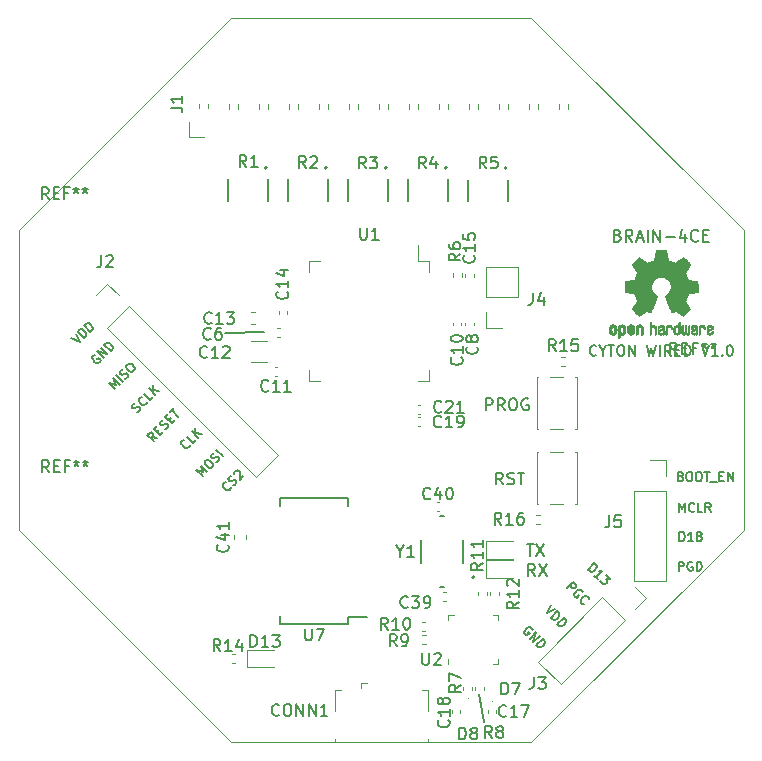
<source format=gbr>
%TF.GenerationSoftware,KiCad,Pcbnew,7.0.1*%
%TF.CreationDate,2023-03-27T16:49:48-04:00*%
%TF.ProjectId,cyton wired,6379746f-6e20-4776-9972-65642e6b6963,rev?*%
%TF.SameCoordinates,Original*%
%TF.FileFunction,Legend,Top*%
%TF.FilePolarity,Positive*%
%FSLAX46Y46*%
G04 Gerber Fmt 4.6, Leading zero omitted, Abs format (unit mm)*
G04 Created by KiCad (PCBNEW 7.0.1) date 2023-03-27 16:49:48*
%MOMM*%
%LPD*%
G01*
G04 APERTURE LIST*
%ADD10C,0.152400*%
%ADD11C,0.150000*%
%ADD12C,0.120000*%
%ADD13C,0.127000*%
%ADD14C,0.200000*%
%ADD15C,0.100000*%
%ADD16C,0.010000*%
%TA.AperFunction,Profile*%
%ADD17C,0.101600*%
%TD*%
G04 APERTURE END LIST*
D10*
X129794000Y-102793800D02*
X126492000Y-102870000D01*
X147980400Y-133477000D02*
X148361400Y-135788400D01*
D11*
X159706133Y-94630009D02*
X159848990Y-94677628D01*
X159848990Y-94677628D02*
X159896609Y-94725247D01*
X159896609Y-94725247D02*
X159944228Y-94820485D01*
X159944228Y-94820485D02*
X159944228Y-94963342D01*
X159944228Y-94963342D02*
X159896609Y-95058580D01*
X159896609Y-95058580D02*
X159848990Y-95106200D01*
X159848990Y-95106200D02*
X159753752Y-95153819D01*
X159753752Y-95153819D02*
X159372800Y-95153819D01*
X159372800Y-95153819D02*
X159372800Y-94153819D01*
X159372800Y-94153819D02*
X159706133Y-94153819D01*
X159706133Y-94153819D02*
X159801371Y-94201438D01*
X159801371Y-94201438D02*
X159848990Y-94249057D01*
X159848990Y-94249057D02*
X159896609Y-94344295D01*
X159896609Y-94344295D02*
X159896609Y-94439533D01*
X159896609Y-94439533D02*
X159848990Y-94534771D01*
X159848990Y-94534771D02*
X159801371Y-94582390D01*
X159801371Y-94582390D02*
X159706133Y-94630009D01*
X159706133Y-94630009D02*
X159372800Y-94630009D01*
X160944228Y-95153819D02*
X160610895Y-94677628D01*
X160372800Y-95153819D02*
X160372800Y-94153819D01*
X160372800Y-94153819D02*
X160753752Y-94153819D01*
X160753752Y-94153819D02*
X160848990Y-94201438D01*
X160848990Y-94201438D02*
X160896609Y-94249057D01*
X160896609Y-94249057D02*
X160944228Y-94344295D01*
X160944228Y-94344295D02*
X160944228Y-94487152D01*
X160944228Y-94487152D02*
X160896609Y-94582390D01*
X160896609Y-94582390D02*
X160848990Y-94630009D01*
X160848990Y-94630009D02*
X160753752Y-94677628D01*
X160753752Y-94677628D02*
X160372800Y-94677628D01*
X161325181Y-94868104D02*
X161801371Y-94868104D01*
X161229943Y-95153819D02*
X161563276Y-94153819D01*
X161563276Y-94153819D02*
X161896609Y-95153819D01*
X162229943Y-95153819D02*
X162229943Y-94153819D01*
X162706133Y-95153819D02*
X162706133Y-94153819D01*
X162706133Y-94153819D02*
X163277561Y-95153819D01*
X163277561Y-95153819D02*
X163277561Y-94153819D01*
X163753752Y-94772866D02*
X164515657Y-94772866D01*
X165420418Y-94487152D02*
X165420418Y-95153819D01*
X165182323Y-94106200D02*
X164944228Y-94820485D01*
X164944228Y-94820485D02*
X165563275Y-94820485D01*
X166515656Y-95058580D02*
X166468037Y-95106200D01*
X166468037Y-95106200D02*
X166325180Y-95153819D01*
X166325180Y-95153819D02*
X166229942Y-95153819D01*
X166229942Y-95153819D02*
X166087085Y-95106200D01*
X166087085Y-95106200D02*
X165991847Y-95010961D01*
X165991847Y-95010961D02*
X165944228Y-94915723D01*
X165944228Y-94915723D02*
X165896609Y-94725247D01*
X165896609Y-94725247D02*
X165896609Y-94582390D01*
X165896609Y-94582390D02*
X165944228Y-94391914D01*
X165944228Y-94391914D02*
X165991847Y-94296676D01*
X165991847Y-94296676D02*
X166087085Y-94201438D01*
X166087085Y-94201438D02*
X166229942Y-94153819D01*
X166229942Y-94153819D02*
X166325180Y-94153819D01*
X166325180Y-94153819D02*
X166468037Y-94201438D01*
X166468037Y-94201438D02*
X166515656Y-94249057D01*
X166944228Y-94630009D02*
X167277561Y-94630009D01*
X167420418Y-95153819D02*
X166944228Y-95153819D01*
X166944228Y-95153819D02*
X166944228Y-94153819D01*
X166944228Y-94153819D02*
X167420418Y-94153819D01*
X165052828Y-115026802D02*
X165161685Y-115063088D01*
X165161685Y-115063088D02*
X165197971Y-115099374D01*
X165197971Y-115099374D02*
X165234257Y-115171945D01*
X165234257Y-115171945D02*
X165234257Y-115280802D01*
X165234257Y-115280802D02*
X165197971Y-115353374D01*
X165197971Y-115353374D02*
X165161685Y-115389660D01*
X165161685Y-115389660D02*
X165089114Y-115425945D01*
X165089114Y-115425945D02*
X164798828Y-115425945D01*
X164798828Y-115425945D02*
X164798828Y-114663945D01*
X164798828Y-114663945D02*
X165052828Y-114663945D01*
X165052828Y-114663945D02*
X165125400Y-114700231D01*
X165125400Y-114700231D02*
X165161685Y-114736517D01*
X165161685Y-114736517D02*
X165197971Y-114809088D01*
X165197971Y-114809088D02*
X165197971Y-114881660D01*
X165197971Y-114881660D02*
X165161685Y-114954231D01*
X165161685Y-114954231D02*
X165125400Y-114990517D01*
X165125400Y-114990517D02*
X165052828Y-115026802D01*
X165052828Y-115026802D02*
X164798828Y-115026802D01*
X165705971Y-114663945D02*
X165851114Y-114663945D01*
X165851114Y-114663945D02*
X165923685Y-114700231D01*
X165923685Y-114700231D02*
X165996257Y-114772802D01*
X165996257Y-114772802D02*
X166032542Y-114917945D01*
X166032542Y-114917945D02*
X166032542Y-115171945D01*
X166032542Y-115171945D02*
X165996257Y-115317088D01*
X165996257Y-115317088D02*
X165923685Y-115389660D01*
X165923685Y-115389660D02*
X165851114Y-115425945D01*
X165851114Y-115425945D02*
X165705971Y-115425945D01*
X165705971Y-115425945D02*
X165633400Y-115389660D01*
X165633400Y-115389660D02*
X165560828Y-115317088D01*
X165560828Y-115317088D02*
X165524542Y-115171945D01*
X165524542Y-115171945D02*
X165524542Y-114917945D01*
X165524542Y-114917945D02*
X165560828Y-114772802D01*
X165560828Y-114772802D02*
X165633400Y-114700231D01*
X165633400Y-114700231D02*
X165705971Y-114663945D01*
X166504257Y-114663945D02*
X166649400Y-114663945D01*
X166649400Y-114663945D02*
X166721971Y-114700231D01*
X166721971Y-114700231D02*
X166794543Y-114772802D01*
X166794543Y-114772802D02*
X166830828Y-114917945D01*
X166830828Y-114917945D02*
X166830828Y-115171945D01*
X166830828Y-115171945D02*
X166794543Y-115317088D01*
X166794543Y-115317088D02*
X166721971Y-115389660D01*
X166721971Y-115389660D02*
X166649400Y-115425945D01*
X166649400Y-115425945D02*
X166504257Y-115425945D01*
X166504257Y-115425945D02*
X166431686Y-115389660D01*
X166431686Y-115389660D02*
X166359114Y-115317088D01*
X166359114Y-115317088D02*
X166322828Y-115171945D01*
X166322828Y-115171945D02*
X166322828Y-114917945D01*
X166322828Y-114917945D02*
X166359114Y-114772802D01*
X166359114Y-114772802D02*
X166431686Y-114700231D01*
X166431686Y-114700231D02*
X166504257Y-114663945D01*
X167048543Y-114663945D02*
X167483972Y-114663945D01*
X167266257Y-115425945D02*
X167266257Y-114663945D01*
X167556543Y-115498517D02*
X168137114Y-115498517D01*
X168318542Y-115026802D02*
X168572542Y-115026802D01*
X168681399Y-115425945D02*
X168318542Y-115425945D01*
X168318542Y-115425945D02*
X168318542Y-114663945D01*
X168318542Y-114663945D02*
X168681399Y-114663945D01*
X169007971Y-115425945D02*
X169007971Y-114663945D01*
X169007971Y-114663945D02*
X169443400Y-115425945D01*
X169443400Y-115425945D02*
X169443400Y-114663945D01*
X152012638Y-120746819D02*
X152584066Y-120746819D01*
X152298352Y-121746819D02*
X152298352Y-120746819D01*
X152822162Y-120746819D02*
X153488828Y-121746819D01*
X153488828Y-120746819D02*
X152822162Y-121746819D01*
X123458127Y-112374959D02*
X123458127Y-112426275D01*
X123458127Y-112426275D02*
X123406811Y-112528906D01*
X123406811Y-112528906D02*
X123355495Y-112580222D01*
X123355495Y-112580222D02*
X123252864Y-112631538D01*
X123252864Y-112631538D02*
X123150232Y-112631538D01*
X123150232Y-112631538D02*
X123073259Y-112605880D01*
X123073259Y-112605880D02*
X122944969Y-112528906D01*
X122944969Y-112528906D02*
X122867996Y-112451933D01*
X122867996Y-112451933D02*
X122791022Y-112323643D01*
X122791022Y-112323643D02*
X122765364Y-112246670D01*
X122765364Y-112246670D02*
X122765364Y-112144038D01*
X122765364Y-112144038D02*
X122816680Y-112041407D01*
X122816680Y-112041407D02*
X122867996Y-111990091D01*
X122867996Y-111990091D02*
X122970627Y-111938775D01*
X122970627Y-111938775D02*
X123021943Y-111938775D01*
X123996942Y-111938775D02*
X123740364Y-112195354D01*
X123740364Y-112195354D02*
X123201548Y-111656539D01*
X124176547Y-111759170D02*
X123637732Y-111220355D01*
X124484442Y-111451276D02*
X123945626Y-111374302D01*
X123945626Y-110912460D02*
X123945626Y-111528249D01*
X164875028Y-118016745D02*
X164875028Y-117254745D01*
X164875028Y-117254745D02*
X165129028Y-117799031D01*
X165129028Y-117799031D02*
X165383028Y-117254745D01*
X165383028Y-117254745D02*
X165383028Y-118016745D01*
X166181314Y-117944174D02*
X166145028Y-117980460D01*
X166145028Y-117980460D02*
X166036171Y-118016745D01*
X166036171Y-118016745D02*
X165963599Y-118016745D01*
X165963599Y-118016745D02*
X165854742Y-117980460D01*
X165854742Y-117980460D02*
X165782171Y-117907888D01*
X165782171Y-117907888D02*
X165745885Y-117835317D01*
X165745885Y-117835317D02*
X165709599Y-117690174D01*
X165709599Y-117690174D02*
X165709599Y-117581317D01*
X165709599Y-117581317D02*
X165745885Y-117436174D01*
X165745885Y-117436174D02*
X165782171Y-117363602D01*
X165782171Y-117363602D02*
X165854742Y-117291031D01*
X165854742Y-117291031D02*
X165963599Y-117254745D01*
X165963599Y-117254745D02*
X166036171Y-117254745D01*
X166036171Y-117254745D02*
X166145028Y-117291031D01*
X166145028Y-117291031D02*
X166181314Y-117327317D01*
X166870742Y-118016745D02*
X166507885Y-118016745D01*
X166507885Y-118016745D02*
X166507885Y-117254745D01*
X167560171Y-118016745D02*
X167306171Y-117653888D01*
X167124742Y-118016745D02*
X167124742Y-117254745D01*
X167124742Y-117254745D02*
X167415028Y-117254745D01*
X167415028Y-117254745D02*
X167487599Y-117291031D01*
X167487599Y-117291031D02*
X167523885Y-117327317D01*
X167523885Y-117327317D02*
X167560171Y-117399888D01*
X167560171Y-117399888D02*
X167560171Y-117508745D01*
X167560171Y-117508745D02*
X167523885Y-117581317D01*
X167523885Y-117581317D02*
X167487599Y-117617602D01*
X167487599Y-117617602D02*
X167415028Y-117653888D01*
X167415028Y-117653888D02*
X167124742Y-117653888D01*
X115426827Y-104725175D02*
X115349854Y-104750833D01*
X115349854Y-104750833D02*
X115272880Y-104827807D01*
X115272880Y-104827807D02*
X115221564Y-104930438D01*
X115221564Y-104930438D02*
X115221564Y-105033070D01*
X115221564Y-105033070D02*
X115247222Y-105110043D01*
X115247222Y-105110043D02*
X115324196Y-105238333D01*
X115324196Y-105238333D02*
X115401169Y-105315306D01*
X115401169Y-105315306D02*
X115529459Y-105392280D01*
X115529459Y-105392280D02*
X115606432Y-105417938D01*
X115606432Y-105417938D02*
X115709064Y-105417938D01*
X115709064Y-105417938D02*
X115811695Y-105366622D01*
X115811695Y-105366622D02*
X115863011Y-105315306D01*
X115863011Y-105315306D02*
X115914327Y-105212675D01*
X115914327Y-105212675D02*
X115914327Y-105161359D01*
X115914327Y-105161359D02*
X115734722Y-104981754D01*
X115734722Y-104981754D02*
X115632090Y-105084386D01*
X116196564Y-104981754D02*
X115657748Y-104442939D01*
X115657748Y-104442939D02*
X116504458Y-104673860D01*
X116504458Y-104673860D02*
X115965643Y-104135044D01*
X116761037Y-104417281D02*
X116222222Y-103878465D01*
X116222222Y-103878465D02*
X116350511Y-103750176D01*
X116350511Y-103750176D02*
X116453142Y-103698860D01*
X116453142Y-103698860D02*
X116555774Y-103698860D01*
X116555774Y-103698860D02*
X116632748Y-103724518D01*
X116632748Y-103724518D02*
X116761037Y-103801492D01*
X116761037Y-103801492D02*
X116838011Y-103878465D01*
X116838011Y-103878465D02*
X116914984Y-104006755D01*
X116914984Y-104006755D02*
X116940642Y-104083728D01*
X116940642Y-104083728D02*
X116940642Y-104186360D01*
X116940642Y-104186360D02*
X116889326Y-104288991D01*
X116889326Y-104288991D02*
X116761037Y-104417281D01*
X120715443Y-111765875D02*
X120279259Y-111688901D01*
X120407548Y-112073769D02*
X119868733Y-111534954D01*
X119868733Y-111534954D02*
X120073996Y-111329691D01*
X120073996Y-111329691D02*
X120150969Y-111304033D01*
X120150969Y-111304033D02*
X120202285Y-111304033D01*
X120202285Y-111304033D02*
X120279259Y-111329691D01*
X120279259Y-111329691D02*
X120356232Y-111406665D01*
X120356232Y-111406665D02*
X120381890Y-111483638D01*
X120381890Y-111483638D02*
X120381890Y-111534954D01*
X120381890Y-111534954D02*
X120356232Y-111611928D01*
X120356232Y-111611928D02*
X120150969Y-111817191D01*
X120664127Y-111252717D02*
X120843732Y-111073112D01*
X121202942Y-111278375D02*
X120946364Y-111534954D01*
X120946364Y-111534954D02*
X120407548Y-110996139D01*
X120407548Y-110996139D02*
X120664127Y-110739560D01*
X121382548Y-111047454D02*
X121485179Y-110996138D01*
X121485179Y-110996138D02*
X121613469Y-110867849D01*
X121613469Y-110867849D02*
X121639126Y-110790875D01*
X121639126Y-110790875D02*
X121639126Y-110739560D01*
X121639126Y-110739560D02*
X121613469Y-110662586D01*
X121613469Y-110662586D02*
X121562153Y-110611270D01*
X121562153Y-110611270D02*
X121485179Y-110585612D01*
X121485179Y-110585612D02*
X121433863Y-110585612D01*
X121433863Y-110585612D02*
X121356890Y-110611270D01*
X121356890Y-110611270D02*
X121228600Y-110688244D01*
X121228600Y-110688244D02*
X121151627Y-110713902D01*
X121151627Y-110713902D02*
X121100311Y-110713902D01*
X121100311Y-110713902D02*
X121023337Y-110688244D01*
X121023337Y-110688244D02*
X120972022Y-110636928D01*
X120972022Y-110636928D02*
X120946364Y-110559954D01*
X120946364Y-110559954D02*
X120946364Y-110508639D01*
X120946364Y-110508639D02*
X120972022Y-110431665D01*
X120972022Y-110431665D02*
X121100311Y-110303376D01*
X121100311Y-110303376D02*
X121202943Y-110252060D01*
X121664784Y-110252060D02*
X121844389Y-110072455D01*
X122203599Y-110277718D02*
X121947021Y-110534297D01*
X121947021Y-110534297D02*
X121408205Y-109995481D01*
X121408205Y-109995481D02*
X121664784Y-109738903D01*
X121818732Y-109584955D02*
X122126626Y-109277061D01*
X122511494Y-109969823D02*
X121972679Y-109431008D01*
X152500624Y-127999827D02*
X152474966Y-127922854D01*
X152474966Y-127922854D02*
X152397992Y-127845880D01*
X152397992Y-127845880D02*
X152295361Y-127794564D01*
X152295361Y-127794564D02*
X152192729Y-127794564D01*
X152192729Y-127794564D02*
X152115756Y-127820222D01*
X152115756Y-127820222D02*
X151987466Y-127897196D01*
X151987466Y-127897196D02*
X151910493Y-127974169D01*
X151910493Y-127974169D02*
X151833519Y-128102459D01*
X151833519Y-128102459D02*
X151807861Y-128179432D01*
X151807861Y-128179432D02*
X151807861Y-128282064D01*
X151807861Y-128282064D02*
X151859177Y-128384695D01*
X151859177Y-128384695D02*
X151910493Y-128436011D01*
X151910493Y-128436011D02*
X152013124Y-128487327D01*
X152013124Y-128487327D02*
X152064440Y-128487327D01*
X152064440Y-128487327D02*
X152244045Y-128307722D01*
X152244045Y-128307722D02*
X152141413Y-128205090D01*
X152244045Y-128769564D02*
X152782860Y-128230748D01*
X152782860Y-128230748D02*
X152551939Y-129077458D01*
X152551939Y-129077458D02*
X153090755Y-128538643D01*
X152808518Y-129334037D02*
X153347334Y-128795222D01*
X153347334Y-128795222D02*
X153475623Y-128923511D01*
X153475623Y-128923511D02*
X153526939Y-129026142D01*
X153526939Y-129026142D02*
X153526939Y-129128774D01*
X153526939Y-129128774D02*
X153501281Y-129205748D01*
X153501281Y-129205748D02*
X153424307Y-129334037D01*
X153424307Y-129334037D02*
X153347334Y-129411011D01*
X153347334Y-129411011D02*
X153219044Y-129487984D01*
X153219044Y-129487984D02*
X153142071Y-129513642D01*
X153142071Y-129513642D02*
X153039439Y-129513642D01*
X153039439Y-129513642D02*
X152936808Y-129462326D01*
X152936808Y-129462326D02*
X152808518Y-129334037D01*
X148548695Y-109427819D02*
X148548695Y-108427819D01*
X148548695Y-108427819D02*
X148929647Y-108427819D01*
X148929647Y-108427819D02*
X149024885Y-108475438D01*
X149024885Y-108475438D02*
X149072504Y-108523057D01*
X149072504Y-108523057D02*
X149120123Y-108618295D01*
X149120123Y-108618295D02*
X149120123Y-108761152D01*
X149120123Y-108761152D02*
X149072504Y-108856390D01*
X149072504Y-108856390D02*
X149024885Y-108904009D01*
X149024885Y-108904009D02*
X148929647Y-108951628D01*
X148929647Y-108951628D02*
X148548695Y-108951628D01*
X150120123Y-109427819D02*
X149786790Y-108951628D01*
X149548695Y-109427819D02*
X149548695Y-108427819D01*
X149548695Y-108427819D02*
X149929647Y-108427819D01*
X149929647Y-108427819D02*
X150024885Y-108475438D01*
X150024885Y-108475438D02*
X150072504Y-108523057D01*
X150072504Y-108523057D02*
X150120123Y-108618295D01*
X150120123Y-108618295D02*
X150120123Y-108761152D01*
X150120123Y-108761152D02*
X150072504Y-108856390D01*
X150072504Y-108856390D02*
X150024885Y-108904009D01*
X150024885Y-108904009D02*
X149929647Y-108951628D01*
X149929647Y-108951628D02*
X149548695Y-108951628D01*
X150739171Y-108427819D02*
X150929647Y-108427819D01*
X150929647Y-108427819D02*
X151024885Y-108475438D01*
X151024885Y-108475438D02*
X151120123Y-108570676D01*
X151120123Y-108570676D02*
X151167742Y-108761152D01*
X151167742Y-108761152D02*
X151167742Y-109094485D01*
X151167742Y-109094485D02*
X151120123Y-109284961D01*
X151120123Y-109284961D02*
X151024885Y-109380200D01*
X151024885Y-109380200D02*
X150929647Y-109427819D01*
X150929647Y-109427819D02*
X150739171Y-109427819D01*
X150739171Y-109427819D02*
X150643933Y-109380200D01*
X150643933Y-109380200D02*
X150548695Y-109284961D01*
X150548695Y-109284961D02*
X150501076Y-109094485D01*
X150501076Y-109094485D02*
X150501076Y-108761152D01*
X150501076Y-108761152D02*
X150548695Y-108570676D01*
X150548695Y-108570676D02*
X150643933Y-108475438D01*
X150643933Y-108475438D02*
X150739171Y-108427819D01*
X152120123Y-108475438D02*
X152024885Y-108427819D01*
X152024885Y-108427819D02*
X151882028Y-108427819D01*
X151882028Y-108427819D02*
X151739171Y-108475438D01*
X151739171Y-108475438D02*
X151643933Y-108570676D01*
X151643933Y-108570676D02*
X151596314Y-108665914D01*
X151596314Y-108665914D02*
X151548695Y-108856390D01*
X151548695Y-108856390D02*
X151548695Y-108999247D01*
X151548695Y-108999247D02*
X151596314Y-109189723D01*
X151596314Y-109189723D02*
X151643933Y-109284961D01*
X151643933Y-109284961D02*
X151739171Y-109380200D01*
X151739171Y-109380200D02*
X151882028Y-109427819D01*
X151882028Y-109427819D02*
X151977266Y-109427819D01*
X151977266Y-109427819D02*
X152120123Y-109380200D01*
X152120123Y-109380200D02*
X152167742Y-109332580D01*
X152167742Y-109332580D02*
X152167742Y-108999247D01*
X152167742Y-108999247D02*
X151977266Y-108999247D01*
X155388230Y-124522348D02*
X155927045Y-123983533D01*
X155927045Y-123983533D02*
X156132308Y-124188796D01*
X156132308Y-124188796D02*
X156157966Y-124265769D01*
X156157966Y-124265769D02*
X156157966Y-124317085D01*
X156157966Y-124317085D02*
X156132308Y-124394059D01*
X156132308Y-124394059D02*
X156055334Y-124471032D01*
X156055334Y-124471032D02*
X155978361Y-124496690D01*
X155978361Y-124496690D02*
X155927045Y-124496690D01*
X155927045Y-124496690D02*
X155850071Y-124471032D01*
X155850071Y-124471032D02*
X155644808Y-124265769D01*
X156722439Y-124830243D02*
X156696781Y-124753269D01*
X156696781Y-124753269D02*
X156619808Y-124676295D01*
X156619808Y-124676295D02*
X156517176Y-124624980D01*
X156517176Y-124624980D02*
X156414545Y-124624980D01*
X156414545Y-124624980D02*
X156337571Y-124650638D01*
X156337571Y-124650638D02*
X156209282Y-124727611D01*
X156209282Y-124727611D02*
X156132308Y-124804585D01*
X156132308Y-124804585D02*
X156055334Y-124932874D01*
X156055334Y-124932874D02*
X156029676Y-125009848D01*
X156029676Y-125009848D02*
X156029676Y-125112479D01*
X156029676Y-125112479D02*
X156080992Y-125215111D01*
X156080992Y-125215111D02*
X156132308Y-125266426D01*
X156132308Y-125266426D02*
X156234939Y-125317742D01*
X156234939Y-125317742D02*
X156286255Y-125317742D01*
X156286255Y-125317742D02*
X156465860Y-125138137D01*
X156465860Y-125138137D02*
X156363229Y-125035506D01*
X156825071Y-125856558D02*
X156773755Y-125856558D01*
X156773755Y-125856558D02*
X156671123Y-125805242D01*
X156671123Y-125805242D02*
X156619808Y-125753926D01*
X156619808Y-125753926D02*
X156568492Y-125651295D01*
X156568492Y-125651295D02*
X156568492Y-125548663D01*
X156568492Y-125548663D02*
X156594150Y-125471689D01*
X156594150Y-125471689D02*
X156671123Y-125343400D01*
X156671123Y-125343400D02*
X156748097Y-125266426D01*
X156748097Y-125266426D02*
X156876386Y-125189453D01*
X156876386Y-125189453D02*
X156953360Y-125163795D01*
X156953360Y-125163795D02*
X157055991Y-125163795D01*
X157055991Y-125163795D02*
X157158623Y-125215111D01*
X157158623Y-125215111D02*
X157209939Y-125266426D01*
X157209939Y-125266426D02*
X157261254Y-125369058D01*
X157261254Y-125369058D02*
X157261254Y-125420374D01*
X157191630Y-122922148D02*
X157730445Y-122383333D01*
X157730445Y-122383333D02*
X157858734Y-122511622D01*
X157858734Y-122511622D02*
X157910050Y-122614254D01*
X157910050Y-122614254D02*
X157910050Y-122716885D01*
X157910050Y-122716885D02*
X157884392Y-122793859D01*
X157884392Y-122793859D02*
X157807419Y-122922148D01*
X157807419Y-122922148D02*
X157730445Y-122999122D01*
X157730445Y-122999122D02*
X157602156Y-123076095D01*
X157602156Y-123076095D02*
X157525182Y-123101753D01*
X157525182Y-123101753D02*
X157422550Y-123101753D01*
X157422550Y-123101753D02*
X157319919Y-123050438D01*
X157319919Y-123050438D02*
X157191630Y-122922148D01*
X158012682Y-123743200D02*
X157704787Y-123435306D01*
X157858734Y-123589253D02*
X158397550Y-123050438D01*
X158397550Y-123050438D02*
X158269260Y-123076095D01*
X158269260Y-123076095D02*
X158166629Y-123076095D01*
X158166629Y-123076095D02*
X158089655Y-123050438D01*
X158731102Y-123383990D02*
X159064654Y-123717542D01*
X159064654Y-123717542D02*
X158679786Y-123743200D01*
X158679786Y-123743200D02*
X158756760Y-123820174D01*
X158756760Y-123820174D02*
X158782418Y-123897147D01*
X158782418Y-123897147D02*
X158782418Y-123948463D01*
X158782418Y-123948463D02*
X158756760Y-124025437D01*
X158756760Y-124025437D02*
X158628470Y-124153726D01*
X158628470Y-124153726D02*
X158551497Y-124179384D01*
X158551497Y-124179384D02*
X158500181Y-124179384D01*
X158500181Y-124179384D02*
X158423207Y-124153726D01*
X158423207Y-124153726D02*
X158269260Y-123999779D01*
X158269260Y-123999779D02*
X158243602Y-123922805D01*
X158243602Y-123922805D02*
X158243602Y-123871489D01*
X154046671Y-125913159D02*
X153687461Y-126631580D01*
X153687461Y-126631580D02*
X154405882Y-126272369D01*
X154046671Y-126990790D02*
X154585487Y-126451975D01*
X154585487Y-126451975D02*
X154713776Y-126580264D01*
X154713776Y-126580264D02*
X154765092Y-126682895D01*
X154765092Y-126682895D02*
X154765092Y-126785527D01*
X154765092Y-126785527D02*
X154739434Y-126862501D01*
X154739434Y-126862501D02*
X154662460Y-126990790D01*
X154662460Y-126990790D02*
X154585487Y-127067764D01*
X154585487Y-127067764D02*
X154457197Y-127144737D01*
X154457197Y-127144737D02*
X154380224Y-127170395D01*
X154380224Y-127170395D02*
X154277592Y-127170395D01*
X154277592Y-127170395D02*
X154174961Y-127119079D01*
X154174961Y-127119079D02*
X154046671Y-126990790D01*
X154585487Y-127529605D02*
X155124302Y-126990790D01*
X155124302Y-126990790D02*
X155252592Y-127119079D01*
X155252592Y-127119079D02*
X155303907Y-127221711D01*
X155303907Y-127221711D02*
X155303907Y-127324342D01*
X155303907Y-127324342D02*
X155278249Y-127401316D01*
X155278249Y-127401316D02*
X155201276Y-127529605D01*
X155201276Y-127529605D02*
X155124302Y-127606579D01*
X155124302Y-127606579D02*
X154996013Y-127683553D01*
X154996013Y-127683553D02*
X154919039Y-127709210D01*
X154919039Y-127709210D02*
X154816408Y-127709210D01*
X154816408Y-127709210D02*
X154713776Y-127657895D01*
X154713776Y-127657895D02*
X154585487Y-127529605D01*
X126937927Y-115956359D02*
X126937927Y-116007675D01*
X126937927Y-116007675D02*
X126886611Y-116110306D01*
X126886611Y-116110306D02*
X126835295Y-116161622D01*
X126835295Y-116161622D02*
X126732664Y-116212938D01*
X126732664Y-116212938D02*
X126630032Y-116212938D01*
X126630032Y-116212938D02*
X126553059Y-116187280D01*
X126553059Y-116187280D02*
X126424769Y-116110306D01*
X126424769Y-116110306D02*
X126347796Y-116033333D01*
X126347796Y-116033333D02*
X126270822Y-115905043D01*
X126270822Y-115905043D02*
X126245164Y-115828070D01*
X126245164Y-115828070D02*
X126245164Y-115725438D01*
X126245164Y-115725438D02*
X126296480Y-115622807D01*
X126296480Y-115622807D02*
X126347796Y-115571491D01*
X126347796Y-115571491D02*
X126450427Y-115520175D01*
X126450427Y-115520175D02*
X126501743Y-115520175D01*
X127168848Y-115776754D02*
X127271479Y-115725438D01*
X127271479Y-115725438D02*
X127399769Y-115597149D01*
X127399769Y-115597149D02*
X127425426Y-115520175D01*
X127425426Y-115520175D02*
X127425426Y-115468860D01*
X127425426Y-115468860D02*
X127399769Y-115391886D01*
X127399769Y-115391886D02*
X127348453Y-115340570D01*
X127348453Y-115340570D02*
X127271479Y-115314912D01*
X127271479Y-115314912D02*
X127220164Y-115314912D01*
X127220164Y-115314912D02*
X127143190Y-115340570D01*
X127143190Y-115340570D02*
X127014901Y-115417544D01*
X127014901Y-115417544D02*
X126937927Y-115443202D01*
X126937927Y-115443202D02*
X126886611Y-115443202D01*
X126886611Y-115443202D02*
X126809638Y-115417544D01*
X126809638Y-115417544D02*
X126758322Y-115366228D01*
X126758322Y-115366228D02*
X126732664Y-115289254D01*
X126732664Y-115289254D02*
X126732664Y-115237939D01*
X126732664Y-115237939D02*
X126758322Y-115160965D01*
X126758322Y-115160965D02*
X126886611Y-115032676D01*
X126886611Y-115032676D02*
X126989243Y-114981360D01*
X127220163Y-114801755D02*
X127220163Y-114750439D01*
X127220163Y-114750439D02*
X127245821Y-114673466D01*
X127245821Y-114673466D02*
X127374111Y-114545176D01*
X127374111Y-114545176D02*
X127451084Y-114519518D01*
X127451084Y-114519518D02*
X127502400Y-114519518D01*
X127502400Y-114519518D02*
X127579374Y-114545176D01*
X127579374Y-114545176D02*
X127630689Y-114596492D01*
X127630689Y-114596492D02*
X127682005Y-114699123D01*
X127682005Y-114699123D02*
X127682005Y-115314912D01*
X127682005Y-115314912D02*
X128015557Y-114981360D01*
X164925828Y-120505945D02*
X164925828Y-119743945D01*
X164925828Y-119743945D02*
X165107257Y-119743945D01*
X165107257Y-119743945D02*
X165216114Y-119780231D01*
X165216114Y-119780231D02*
X165288685Y-119852802D01*
X165288685Y-119852802D02*
X165324971Y-119925374D01*
X165324971Y-119925374D02*
X165361257Y-120070517D01*
X165361257Y-120070517D02*
X165361257Y-120179374D01*
X165361257Y-120179374D02*
X165324971Y-120324517D01*
X165324971Y-120324517D02*
X165288685Y-120397088D01*
X165288685Y-120397088D02*
X165216114Y-120469660D01*
X165216114Y-120469660D02*
X165107257Y-120505945D01*
X165107257Y-120505945D02*
X164925828Y-120505945D01*
X166086971Y-120505945D02*
X165651542Y-120505945D01*
X165869257Y-120505945D02*
X165869257Y-119743945D01*
X165869257Y-119743945D02*
X165796685Y-119852802D01*
X165796685Y-119852802D02*
X165724114Y-119925374D01*
X165724114Y-119925374D02*
X165651542Y-119961660D01*
X166522399Y-120070517D02*
X166449828Y-120034231D01*
X166449828Y-120034231D02*
X166413542Y-119997945D01*
X166413542Y-119997945D02*
X166377256Y-119925374D01*
X166377256Y-119925374D02*
X166377256Y-119889088D01*
X166377256Y-119889088D02*
X166413542Y-119816517D01*
X166413542Y-119816517D02*
X166449828Y-119780231D01*
X166449828Y-119780231D02*
X166522399Y-119743945D01*
X166522399Y-119743945D02*
X166667542Y-119743945D01*
X166667542Y-119743945D02*
X166740114Y-119780231D01*
X166740114Y-119780231D02*
X166776399Y-119816517D01*
X166776399Y-119816517D02*
X166812685Y-119889088D01*
X166812685Y-119889088D02*
X166812685Y-119925374D01*
X166812685Y-119925374D02*
X166776399Y-119997945D01*
X166776399Y-119997945D02*
X166740114Y-120034231D01*
X166740114Y-120034231D02*
X166667542Y-120070517D01*
X166667542Y-120070517D02*
X166522399Y-120070517D01*
X166522399Y-120070517D02*
X166449828Y-120106802D01*
X166449828Y-120106802D02*
X166413542Y-120143088D01*
X166413542Y-120143088D02*
X166377256Y-120215660D01*
X166377256Y-120215660D02*
X166377256Y-120360802D01*
X166377256Y-120360802D02*
X166413542Y-120433374D01*
X166413542Y-120433374D02*
X166449828Y-120469660D01*
X166449828Y-120469660D02*
X166522399Y-120505945D01*
X166522399Y-120505945D02*
X166667542Y-120505945D01*
X166667542Y-120505945D02*
X166740114Y-120469660D01*
X166740114Y-120469660D02*
X166776399Y-120433374D01*
X166776399Y-120433374D02*
X166812685Y-120360802D01*
X166812685Y-120360802D02*
X166812685Y-120215660D01*
X166812685Y-120215660D02*
X166776399Y-120143088D01*
X166776399Y-120143088D02*
X166740114Y-120106802D01*
X166740114Y-120106802D02*
X166667542Y-120070517D01*
X152701523Y-123474019D02*
X152368190Y-122997828D01*
X152130095Y-123474019D02*
X152130095Y-122474019D01*
X152130095Y-122474019D02*
X152511047Y-122474019D01*
X152511047Y-122474019D02*
X152606285Y-122521638D01*
X152606285Y-122521638D02*
X152653904Y-122569257D01*
X152653904Y-122569257D02*
X152701523Y-122664495D01*
X152701523Y-122664495D02*
X152701523Y-122807352D01*
X152701523Y-122807352D02*
X152653904Y-122902590D01*
X152653904Y-122902590D02*
X152606285Y-122950209D01*
X152606285Y-122950209D02*
X152511047Y-122997828D01*
X152511047Y-122997828D02*
X152130095Y-122997828D01*
X153034857Y-122474019D02*
X153701523Y-123474019D01*
X153701523Y-122474019D02*
X153034857Y-123474019D01*
X164849628Y-123020545D02*
X164849628Y-122258545D01*
X164849628Y-122258545D02*
X165139914Y-122258545D01*
X165139914Y-122258545D02*
X165212485Y-122294831D01*
X165212485Y-122294831D02*
X165248771Y-122331117D01*
X165248771Y-122331117D02*
X165285057Y-122403688D01*
X165285057Y-122403688D02*
X165285057Y-122512545D01*
X165285057Y-122512545D02*
X165248771Y-122585117D01*
X165248771Y-122585117D02*
X165212485Y-122621402D01*
X165212485Y-122621402D02*
X165139914Y-122657688D01*
X165139914Y-122657688D02*
X164849628Y-122657688D01*
X166010771Y-122294831D02*
X165938200Y-122258545D01*
X165938200Y-122258545D02*
X165829342Y-122258545D01*
X165829342Y-122258545D02*
X165720485Y-122294831D01*
X165720485Y-122294831D02*
X165647914Y-122367402D01*
X165647914Y-122367402D02*
X165611628Y-122439974D01*
X165611628Y-122439974D02*
X165575342Y-122585117D01*
X165575342Y-122585117D02*
X165575342Y-122693974D01*
X165575342Y-122693974D02*
X165611628Y-122839117D01*
X165611628Y-122839117D02*
X165647914Y-122911688D01*
X165647914Y-122911688D02*
X165720485Y-122984260D01*
X165720485Y-122984260D02*
X165829342Y-123020545D01*
X165829342Y-123020545D02*
X165901914Y-123020545D01*
X165901914Y-123020545D02*
X166010771Y-122984260D01*
X166010771Y-122984260D02*
X166047057Y-122947974D01*
X166047057Y-122947974D02*
X166047057Y-122693974D01*
X166047057Y-122693974D02*
X165901914Y-122693974D01*
X166373628Y-123020545D02*
X166373628Y-122258545D01*
X166373628Y-122258545D02*
X166555057Y-122258545D01*
X166555057Y-122258545D02*
X166663914Y-122294831D01*
X166663914Y-122294831D02*
X166736485Y-122367402D01*
X166736485Y-122367402D02*
X166772771Y-122439974D01*
X166772771Y-122439974D02*
X166809057Y-122585117D01*
X166809057Y-122585117D02*
X166809057Y-122693974D01*
X166809057Y-122693974D02*
X166772771Y-122839117D01*
X166772771Y-122839117D02*
X166736485Y-122911688D01*
X166736485Y-122911688D02*
X166663914Y-122984260D01*
X166663914Y-122984260D02*
X166555057Y-123020545D01*
X166555057Y-123020545D02*
X166373628Y-123020545D01*
X157869467Y-104746002D02*
X157827134Y-104788336D01*
X157827134Y-104788336D02*
X157700134Y-104830669D01*
X157700134Y-104830669D02*
X157615467Y-104830669D01*
X157615467Y-104830669D02*
X157488467Y-104788336D01*
X157488467Y-104788336D02*
X157403801Y-104703669D01*
X157403801Y-104703669D02*
X157361467Y-104619002D01*
X157361467Y-104619002D02*
X157319134Y-104449669D01*
X157319134Y-104449669D02*
X157319134Y-104322669D01*
X157319134Y-104322669D02*
X157361467Y-104153336D01*
X157361467Y-104153336D02*
X157403801Y-104068669D01*
X157403801Y-104068669D02*
X157488467Y-103984002D01*
X157488467Y-103984002D02*
X157615467Y-103941669D01*
X157615467Y-103941669D02*
X157700134Y-103941669D01*
X157700134Y-103941669D02*
X157827134Y-103984002D01*
X157827134Y-103984002D02*
X157869467Y-104026336D01*
X158419801Y-104407336D02*
X158419801Y-104830669D01*
X158123467Y-103941669D02*
X158419801Y-104407336D01*
X158419801Y-104407336D02*
X158716134Y-103941669D01*
X158885467Y-103941669D02*
X159393467Y-103941669D01*
X159139467Y-104830669D02*
X159139467Y-103941669D01*
X159859134Y-103941669D02*
X160028467Y-103941669D01*
X160028467Y-103941669D02*
X160113134Y-103984002D01*
X160113134Y-103984002D02*
X160197800Y-104068669D01*
X160197800Y-104068669D02*
X160240134Y-104238002D01*
X160240134Y-104238002D02*
X160240134Y-104534336D01*
X160240134Y-104534336D02*
X160197800Y-104703669D01*
X160197800Y-104703669D02*
X160113134Y-104788336D01*
X160113134Y-104788336D02*
X160028467Y-104830669D01*
X160028467Y-104830669D02*
X159859134Y-104830669D01*
X159859134Y-104830669D02*
X159774467Y-104788336D01*
X159774467Y-104788336D02*
X159689800Y-104703669D01*
X159689800Y-104703669D02*
X159647467Y-104534336D01*
X159647467Y-104534336D02*
X159647467Y-104238002D01*
X159647467Y-104238002D02*
X159689800Y-104068669D01*
X159689800Y-104068669D02*
X159774467Y-103984002D01*
X159774467Y-103984002D02*
X159859134Y-103941669D01*
X160621133Y-104830669D02*
X160621133Y-103941669D01*
X160621133Y-103941669D02*
X161129133Y-104830669D01*
X161129133Y-104830669D02*
X161129133Y-103941669D01*
X162145133Y-103941669D02*
X162356799Y-104830669D01*
X162356799Y-104830669D02*
X162526133Y-104195669D01*
X162526133Y-104195669D02*
X162695466Y-104830669D01*
X162695466Y-104830669D02*
X162907133Y-103941669D01*
X163245799Y-104830669D02*
X163245799Y-103941669D01*
X164177132Y-104830669D02*
X163880799Y-104407336D01*
X163669132Y-104830669D02*
X163669132Y-103941669D01*
X163669132Y-103941669D02*
X164007799Y-103941669D01*
X164007799Y-103941669D02*
X164092466Y-103984002D01*
X164092466Y-103984002D02*
X164134799Y-104026336D01*
X164134799Y-104026336D02*
X164177132Y-104111002D01*
X164177132Y-104111002D02*
X164177132Y-104238002D01*
X164177132Y-104238002D02*
X164134799Y-104322669D01*
X164134799Y-104322669D02*
X164092466Y-104365002D01*
X164092466Y-104365002D02*
X164007799Y-104407336D01*
X164007799Y-104407336D02*
X163669132Y-104407336D01*
X164558132Y-104365002D02*
X164854466Y-104365002D01*
X164981466Y-104830669D02*
X164558132Y-104830669D01*
X164558132Y-104830669D02*
X164558132Y-103941669D01*
X164558132Y-103941669D02*
X164981466Y-103941669D01*
X165362465Y-104830669D02*
X165362465Y-103941669D01*
X165362465Y-103941669D02*
X165574132Y-103941669D01*
X165574132Y-103941669D02*
X165701132Y-103984002D01*
X165701132Y-103984002D02*
X165785799Y-104068669D01*
X165785799Y-104068669D02*
X165828132Y-104153336D01*
X165828132Y-104153336D02*
X165870465Y-104322669D01*
X165870465Y-104322669D02*
X165870465Y-104449669D01*
X165870465Y-104449669D02*
X165828132Y-104619002D01*
X165828132Y-104619002D02*
X165785799Y-104703669D01*
X165785799Y-104703669D02*
X165701132Y-104788336D01*
X165701132Y-104788336D02*
X165574132Y-104830669D01*
X165574132Y-104830669D02*
X165362465Y-104830669D01*
X166801798Y-103941669D02*
X167098132Y-104830669D01*
X167098132Y-104830669D02*
X167394465Y-103941669D01*
X168156465Y-104830669D02*
X167648465Y-104830669D01*
X167902465Y-104830669D02*
X167902465Y-103941669D01*
X167902465Y-103941669D02*
X167817798Y-104068669D01*
X167817798Y-104068669D02*
X167733132Y-104153336D01*
X167733132Y-104153336D02*
X167648465Y-104195669D01*
X168537465Y-104746002D02*
X168579799Y-104788336D01*
X168579799Y-104788336D02*
X168537465Y-104830669D01*
X168537465Y-104830669D02*
X168495132Y-104788336D01*
X168495132Y-104788336D02*
X168537465Y-104746002D01*
X168537465Y-104746002D02*
X168537465Y-104830669D01*
X169130132Y-103941669D02*
X169214798Y-103941669D01*
X169214798Y-103941669D02*
X169299465Y-103984002D01*
X169299465Y-103984002D02*
X169341798Y-104026336D01*
X169341798Y-104026336D02*
X169384132Y-104111002D01*
X169384132Y-104111002D02*
X169426465Y-104280336D01*
X169426465Y-104280336D02*
X169426465Y-104492002D01*
X169426465Y-104492002D02*
X169384132Y-104661336D01*
X169384132Y-104661336D02*
X169341798Y-104746002D01*
X169341798Y-104746002D02*
X169299465Y-104788336D01*
X169299465Y-104788336D02*
X169214798Y-104830669D01*
X169214798Y-104830669D02*
X169130132Y-104830669D01*
X169130132Y-104830669D02*
X169045465Y-104788336D01*
X169045465Y-104788336D02*
X169003132Y-104746002D01*
X169003132Y-104746002D02*
X168960798Y-104661336D01*
X168960798Y-104661336D02*
X168918465Y-104492002D01*
X168918465Y-104492002D02*
X168918465Y-104280336D01*
X168918465Y-104280336D02*
X168960798Y-104111002D01*
X168960798Y-104111002D02*
X169003132Y-104026336D01*
X169003132Y-104026336D02*
X169045465Y-103984002D01*
X169045465Y-103984002D02*
X169130132Y-103941669D01*
X117181748Y-107628769D02*
X116642933Y-107089954D01*
X116642933Y-107089954D02*
X117207406Y-107295217D01*
X117207406Y-107295217D02*
X117002143Y-106730744D01*
X117002143Y-106730744D02*
X117540958Y-107269559D01*
X117797537Y-107012980D02*
X117258722Y-106474165D01*
X118002800Y-106756402D02*
X118105431Y-106705086D01*
X118105431Y-106705086D02*
X118233721Y-106576797D01*
X118233721Y-106576797D02*
X118259379Y-106499823D01*
X118259379Y-106499823D02*
X118259379Y-106448507D01*
X118259379Y-106448507D02*
X118233721Y-106371534D01*
X118233721Y-106371534D02*
X118182405Y-106320218D01*
X118182405Y-106320218D02*
X118105431Y-106294560D01*
X118105431Y-106294560D02*
X118054116Y-106294560D01*
X118054116Y-106294560D02*
X117977142Y-106320218D01*
X117977142Y-106320218D02*
X117848853Y-106397192D01*
X117848853Y-106397192D02*
X117771879Y-106422849D01*
X117771879Y-106422849D02*
X117720563Y-106422849D01*
X117720563Y-106422849D02*
X117643590Y-106397192D01*
X117643590Y-106397192D02*
X117592274Y-106345876D01*
X117592274Y-106345876D02*
X117566616Y-106268902D01*
X117566616Y-106268902D02*
X117566616Y-106217586D01*
X117566616Y-106217586D02*
X117592274Y-106140613D01*
X117592274Y-106140613D02*
X117720563Y-106012323D01*
X117720563Y-106012323D02*
X117823195Y-105961008D01*
X118131089Y-105601798D02*
X118233721Y-105499166D01*
X118233721Y-105499166D02*
X118310694Y-105473508D01*
X118310694Y-105473508D02*
X118413326Y-105473508D01*
X118413326Y-105473508D02*
X118541615Y-105550482D01*
X118541615Y-105550482D02*
X118721220Y-105730087D01*
X118721220Y-105730087D02*
X118798194Y-105858376D01*
X118798194Y-105858376D02*
X118798194Y-105961008D01*
X118798194Y-105961008D02*
X118772536Y-106037982D01*
X118772536Y-106037982D02*
X118669904Y-106140613D01*
X118669904Y-106140613D02*
X118592931Y-106166271D01*
X118592931Y-106166271D02*
X118490299Y-106166271D01*
X118490299Y-106166271D02*
X118362010Y-106089297D01*
X118362010Y-106089297D02*
X118182405Y-105909692D01*
X118182405Y-105909692D02*
X118105431Y-105781403D01*
X118105431Y-105781403D02*
X118105431Y-105678771D01*
X118105431Y-105678771D02*
X118131089Y-105601798D01*
X113441759Y-103306128D02*
X114160180Y-103665338D01*
X114160180Y-103665338D02*
X113800969Y-102946917D01*
X114519390Y-103306128D02*
X113980575Y-102767312D01*
X113980575Y-102767312D02*
X114108864Y-102639023D01*
X114108864Y-102639023D02*
X114211495Y-102587707D01*
X114211495Y-102587707D02*
X114314127Y-102587707D01*
X114314127Y-102587707D02*
X114391101Y-102613365D01*
X114391101Y-102613365D02*
X114519390Y-102690339D01*
X114519390Y-102690339D02*
X114596364Y-102767312D01*
X114596364Y-102767312D02*
X114673337Y-102895602D01*
X114673337Y-102895602D02*
X114698995Y-102972575D01*
X114698995Y-102972575D02*
X114698995Y-103075207D01*
X114698995Y-103075207D02*
X114647679Y-103177838D01*
X114647679Y-103177838D02*
X114519390Y-103306128D01*
X115058205Y-102767312D02*
X114519390Y-102228497D01*
X114519390Y-102228497D02*
X114647679Y-102100207D01*
X114647679Y-102100207D02*
X114750311Y-102048892D01*
X114750311Y-102048892D02*
X114852942Y-102048892D01*
X114852942Y-102048892D02*
X114929916Y-102074550D01*
X114929916Y-102074550D02*
X115058205Y-102151523D01*
X115058205Y-102151523D02*
X115135179Y-102228497D01*
X115135179Y-102228497D02*
X115212153Y-102356786D01*
X115212153Y-102356786D02*
X115237810Y-102433760D01*
X115237810Y-102433760D02*
X115237810Y-102536391D01*
X115237810Y-102536391D02*
X115186495Y-102639023D01*
X115186495Y-102639023D02*
X115058205Y-102767312D01*
X124573148Y-115020169D02*
X124034333Y-114481354D01*
X124034333Y-114481354D02*
X124598806Y-114686617D01*
X124598806Y-114686617D02*
X124393543Y-114122144D01*
X124393543Y-114122144D02*
X124932358Y-114660959D01*
X124752753Y-113762934D02*
X124855385Y-113660302D01*
X124855385Y-113660302D02*
X124932358Y-113634644D01*
X124932358Y-113634644D02*
X125034990Y-113634644D01*
X125034990Y-113634644D02*
X125163279Y-113711618D01*
X125163279Y-113711618D02*
X125342884Y-113891223D01*
X125342884Y-113891223D02*
X125419858Y-114019512D01*
X125419858Y-114019512D02*
X125419858Y-114122144D01*
X125419858Y-114122144D02*
X125394200Y-114199118D01*
X125394200Y-114199118D02*
X125291569Y-114301749D01*
X125291569Y-114301749D02*
X125214595Y-114327407D01*
X125214595Y-114327407D02*
X125111963Y-114327407D01*
X125111963Y-114327407D02*
X124983674Y-114250433D01*
X124983674Y-114250433D02*
X124804069Y-114070828D01*
X124804069Y-114070828D02*
X124727095Y-113942539D01*
X124727095Y-113942539D02*
X124727095Y-113839907D01*
X124727095Y-113839907D02*
X124752753Y-113762934D01*
X125702095Y-113839907D02*
X125804726Y-113788591D01*
X125804726Y-113788591D02*
X125933016Y-113660302D01*
X125933016Y-113660302D02*
X125958673Y-113583328D01*
X125958673Y-113583328D02*
X125958673Y-113532013D01*
X125958673Y-113532013D02*
X125933016Y-113455039D01*
X125933016Y-113455039D02*
X125881700Y-113403723D01*
X125881700Y-113403723D02*
X125804726Y-113378065D01*
X125804726Y-113378065D02*
X125753410Y-113378065D01*
X125753410Y-113378065D02*
X125676437Y-113403723D01*
X125676437Y-113403723D02*
X125548147Y-113480697D01*
X125548147Y-113480697D02*
X125471174Y-113506355D01*
X125471174Y-113506355D02*
X125419858Y-113506355D01*
X125419858Y-113506355D02*
X125342884Y-113480697D01*
X125342884Y-113480697D02*
X125291569Y-113429381D01*
X125291569Y-113429381D02*
X125265911Y-113352407D01*
X125265911Y-113352407D02*
X125265911Y-113301092D01*
X125265911Y-113301092D02*
X125291569Y-113224118D01*
X125291569Y-113224118D02*
X125419858Y-113095829D01*
X125419858Y-113095829D02*
X125522490Y-113044513D01*
X126266568Y-113326750D02*
X125727752Y-112787934D01*
X119010032Y-109609969D02*
X119112664Y-109558654D01*
X119112664Y-109558654D02*
X119240953Y-109430364D01*
X119240953Y-109430364D02*
X119266611Y-109353391D01*
X119266611Y-109353391D02*
X119266611Y-109302075D01*
X119266611Y-109302075D02*
X119240953Y-109225101D01*
X119240953Y-109225101D02*
X119189638Y-109173786D01*
X119189638Y-109173786D02*
X119112664Y-109148128D01*
X119112664Y-109148128D02*
X119061348Y-109148128D01*
X119061348Y-109148128D02*
X118984375Y-109173786D01*
X118984375Y-109173786D02*
X118856085Y-109250759D01*
X118856085Y-109250759D02*
X118779112Y-109276417D01*
X118779112Y-109276417D02*
X118727796Y-109276417D01*
X118727796Y-109276417D02*
X118650822Y-109250759D01*
X118650822Y-109250759D02*
X118599506Y-109199443D01*
X118599506Y-109199443D02*
X118573849Y-109122470D01*
X118573849Y-109122470D02*
X118573849Y-109071154D01*
X118573849Y-109071154D02*
X118599506Y-108994180D01*
X118599506Y-108994180D02*
X118727796Y-108865891D01*
X118727796Y-108865891D02*
X118830427Y-108814575D01*
X119831084Y-108737602D02*
X119831084Y-108788918D01*
X119831084Y-108788918D02*
X119779768Y-108891549D01*
X119779768Y-108891549D02*
X119728453Y-108942865D01*
X119728453Y-108942865D02*
X119625821Y-108994181D01*
X119625821Y-108994181D02*
X119523190Y-108994181D01*
X119523190Y-108994181D02*
X119446216Y-108968523D01*
X119446216Y-108968523D02*
X119317927Y-108891549D01*
X119317927Y-108891549D02*
X119240953Y-108814575D01*
X119240953Y-108814575D02*
X119163979Y-108686286D01*
X119163979Y-108686286D02*
X119138322Y-108609312D01*
X119138322Y-108609312D02*
X119138322Y-108506681D01*
X119138322Y-108506681D02*
X119189637Y-108404049D01*
X119189637Y-108404049D02*
X119240953Y-108352734D01*
X119240953Y-108352734D02*
X119343585Y-108301418D01*
X119343585Y-108301418D02*
X119394900Y-108301418D01*
X120369900Y-108301418D02*
X120113321Y-108557997D01*
X120113321Y-108557997D02*
X119574505Y-108019181D01*
X120549505Y-108121813D02*
X120010689Y-107582998D01*
X120857399Y-107813918D02*
X120318584Y-107736945D01*
X120318584Y-107275103D02*
X120318584Y-107890892D01*
X149983723Y-115701619D02*
X149650390Y-115225428D01*
X149412295Y-115701619D02*
X149412295Y-114701619D01*
X149412295Y-114701619D02*
X149793247Y-114701619D01*
X149793247Y-114701619D02*
X149888485Y-114749238D01*
X149888485Y-114749238D02*
X149936104Y-114796857D01*
X149936104Y-114796857D02*
X149983723Y-114892095D01*
X149983723Y-114892095D02*
X149983723Y-115034952D01*
X149983723Y-115034952D02*
X149936104Y-115130190D01*
X149936104Y-115130190D02*
X149888485Y-115177809D01*
X149888485Y-115177809D02*
X149793247Y-115225428D01*
X149793247Y-115225428D02*
X149412295Y-115225428D01*
X150364676Y-115654000D02*
X150507533Y-115701619D01*
X150507533Y-115701619D02*
X150745628Y-115701619D01*
X150745628Y-115701619D02*
X150840866Y-115654000D01*
X150840866Y-115654000D02*
X150888485Y-115606380D01*
X150888485Y-115606380D02*
X150936104Y-115511142D01*
X150936104Y-115511142D02*
X150936104Y-115415904D01*
X150936104Y-115415904D02*
X150888485Y-115320666D01*
X150888485Y-115320666D02*
X150840866Y-115273047D01*
X150840866Y-115273047D02*
X150745628Y-115225428D01*
X150745628Y-115225428D02*
X150555152Y-115177809D01*
X150555152Y-115177809D02*
X150459914Y-115130190D01*
X150459914Y-115130190D02*
X150412295Y-115082571D01*
X150412295Y-115082571D02*
X150364676Y-114987333D01*
X150364676Y-114987333D02*
X150364676Y-114892095D01*
X150364676Y-114892095D02*
X150412295Y-114796857D01*
X150412295Y-114796857D02*
X150459914Y-114749238D01*
X150459914Y-114749238D02*
X150555152Y-114701619D01*
X150555152Y-114701619D02*
X150793247Y-114701619D01*
X150793247Y-114701619D02*
X150936104Y-114749238D01*
X151221819Y-114701619D02*
X151793247Y-114701619D01*
X151507533Y-115701619D02*
X151507533Y-114701619D01*
%TO.C,REF\u002A\u002A*%
X164706466Y-104700019D02*
X164373133Y-104223828D01*
X164135038Y-104700019D02*
X164135038Y-103700019D01*
X164135038Y-103700019D02*
X164515990Y-103700019D01*
X164515990Y-103700019D02*
X164611228Y-103747638D01*
X164611228Y-103747638D02*
X164658847Y-103795257D01*
X164658847Y-103795257D02*
X164706466Y-103890495D01*
X164706466Y-103890495D02*
X164706466Y-104033352D01*
X164706466Y-104033352D02*
X164658847Y-104128590D01*
X164658847Y-104128590D02*
X164611228Y-104176209D01*
X164611228Y-104176209D02*
X164515990Y-104223828D01*
X164515990Y-104223828D02*
X164135038Y-104223828D01*
X165135038Y-104176209D02*
X165468371Y-104176209D01*
X165611228Y-104700019D02*
X165135038Y-104700019D01*
X165135038Y-104700019D02*
X165135038Y-103700019D01*
X165135038Y-103700019D02*
X165611228Y-103700019D01*
X166373133Y-104176209D02*
X166039800Y-104176209D01*
X166039800Y-104700019D02*
X166039800Y-103700019D01*
X166039800Y-103700019D02*
X166515990Y-103700019D01*
X167039800Y-103700019D02*
X167039800Y-103938114D01*
X166801705Y-103842876D02*
X167039800Y-103938114D01*
X167039800Y-103938114D02*
X167277895Y-103842876D01*
X166896943Y-104128590D02*
X167039800Y-103938114D01*
X167039800Y-103938114D02*
X167182657Y-104128590D01*
X167801705Y-103700019D02*
X167801705Y-103938114D01*
X167563610Y-103842876D02*
X167801705Y-103938114D01*
X167801705Y-103938114D02*
X168039800Y-103842876D01*
X167658848Y-104128590D02*
X167801705Y-103938114D01*
X167801705Y-103938114D02*
X167944562Y-104128590D01*
X111544266Y-114682219D02*
X111210933Y-114206028D01*
X110972838Y-114682219D02*
X110972838Y-113682219D01*
X110972838Y-113682219D02*
X111353790Y-113682219D01*
X111353790Y-113682219D02*
X111449028Y-113729838D01*
X111449028Y-113729838D02*
X111496647Y-113777457D01*
X111496647Y-113777457D02*
X111544266Y-113872695D01*
X111544266Y-113872695D02*
X111544266Y-114015552D01*
X111544266Y-114015552D02*
X111496647Y-114110790D01*
X111496647Y-114110790D02*
X111449028Y-114158409D01*
X111449028Y-114158409D02*
X111353790Y-114206028D01*
X111353790Y-114206028D02*
X110972838Y-114206028D01*
X111972838Y-114158409D02*
X112306171Y-114158409D01*
X112449028Y-114682219D02*
X111972838Y-114682219D01*
X111972838Y-114682219D02*
X111972838Y-113682219D01*
X111972838Y-113682219D02*
X112449028Y-113682219D01*
X113210933Y-114158409D02*
X112877600Y-114158409D01*
X112877600Y-114682219D02*
X112877600Y-113682219D01*
X112877600Y-113682219D02*
X113353790Y-113682219D01*
X113877600Y-113682219D02*
X113877600Y-113920314D01*
X113639505Y-113825076D02*
X113877600Y-113920314D01*
X113877600Y-113920314D02*
X114115695Y-113825076D01*
X113734743Y-114110790D02*
X113877600Y-113920314D01*
X113877600Y-113920314D02*
X114020457Y-114110790D01*
X114639505Y-113682219D02*
X114639505Y-113920314D01*
X114401410Y-113825076D02*
X114639505Y-113920314D01*
X114639505Y-113920314D02*
X114877600Y-113825076D01*
X114496648Y-114110790D02*
X114639505Y-113920314D01*
X114639505Y-113920314D02*
X114782362Y-114110790D01*
X111518866Y-91568219D02*
X111185533Y-91092028D01*
X110947438Y-91568219D02*
X110947438Y-90568219D01*
X110947438Y-90568219D02*
X111328390Y-90568219D01*
X111328390Y-90568219D02*
X111423628Y-90615838D01*
X111423628Y-90615838D02*
X111471247Y-90663457D01*
X111471247Y-90663457D02*
X111518866Y-90758695D01*
X111518866Y-90758695D02*
X111518866Y-90901552D01*
X111518866Y-90901552D02*
X111471247Y-90996790D01*
X111471247Y-90996790D02*
X111423628Y-91044409D01*
X111423628Y-91044409D02*
X111328390Y-91092028D01*
X111328390Y-91092028D02*
X110947438Y-91092028D01*
X111947438Y-91044409D02*
X112280771Y-91044409D01*
X112423628Y-91568219D02*
X111947438Y-91568219D01*
X111947438Y-91568219D02*
X111947438Y-90568219D01*
X111947438Y-90568219D02*
X112423628Y-90568219D01*
X113185533Y-91044409D02*
X112852200Y-91044409D01*
X112852200Y-91568219D02*
X112852200Y-90568219D01*
X112852200Y-90568219D02*
X113328390Y-90568219D01*
X113852200Y-90568219D02*
X113852200Y-90806314D01*
X113614105Y-90711076D02*
X113852200Y-90806314D01*
X113852200Y-90806314D02*
X114090295Y-90711076D01*
X113709343Y-90996790D02*
X113852200Y-90806314D01*
X113852200Y-90806314D02*
X113995057Y-90996790D01*
X114614105Y-90568219D02*
X114614105Y-90806314D01*
X114376010Y-90711076D02*
X114614105Y-90806314D01*
X114614105Y-90806314D02*
X114852200Y-90711076D01*
X114471248Y-90996790D02*
X114614105Y-90806314D01*
X114614105Y-90806314D02*
X114756962Y-90996790D01*
%TO.C,C13*%
X125315742Y-102018180D02*
X125268123Y-102065800D01*
X125268123Y-102065800D02*
X125125266Y-102113419D01*
X125125266Y-102113419D02*
X125030028Y-102113419D01*
X125030028Y-102113419D02*
X124887171Y-102065800D01*
X124887171Y-102065800D02*
X124791933Y-101970561D01*
X124791933Y-101970561D02*
X124744314Y-101875323D01*
X124744314Y-101875323D02*
X124696695Y-101684847D01*
X124696695Y-101684847D02*
X124696695Y-101541990D01*
X124696695Y-101541990D02*
X124744314Y-101351514D01*
X124744314Y-101351514D02*
X124791933Y-101256276D01*
X124791933Y-101256276D02*
X124887171Y-101161038D01*
X124887171Y-101161038D02*
X125030028Y-101113419D01*
X125030028Y-101113419D02*
X125125266Y-101113419D01*
X125125266Y-101113419D02*
X125268123Y-101161038D01*
X125268123Y-101161038D02*
X125315742Y-101208657D01*
X126268123Y-102113419D02*
X125696695Y-102113419D01*
X125982409Y-102113419D02*
X125982409Y-101113419D01*
X125982409Y-101113419D02*
X125887171Y-101256276D01*
X125887171Y-101256276D02*
X125791933Y-101351514D01*
X125791933Y-101351514D02*
X125696695Y-101399133D01*
X126601457Y-101113419D02*
X127220504Y-101113419D01*
X127220504Y-101113419D02*
X126887171Y-101494371D01*
X126887171Y-101494371D02*
X127030028Y-101494371D01*
X127030028Y-101494371D02*
X127125266Y-101541990D01*
X127125266Y-101541990D02*
X127172885Y-101589609D01*
X127172885Y-101589609D02*
X127220504Y-101684847D01*
X127220504Y-101684847D02*
X127220504Y-101922942D01*
X127220504Y-101922942D02*
X127172885Y-102018180D01*
X127172885Y-102018180D02*
X127125266Y-102065800D01*
X127125266Y-102065800D02*
X127030028Y-102113419D01*
X127030028Y-102113419D02*
X126744314Y-102113419D01*
X126744314Y-102113419D02*
X126649076Y-102065800D01*
X126649076Y-102065800D02*
X126601457Y-102018180D01*
%TO.C,R2*%
X133310333Y-88930819D02*
X132977000Y-88454628D01*
X132738905Y-88930819D02*
X132738905Y-87930819D01*
X132738905Y-87930819D02*
X133119857Y-87930819D01*
X133119857Y-87930819D02*
X133215095Y-87978438D01*
X133215095Y-87978438D02*
X133262714Y-88026057D01*
X133262714Y-88026057D02*
X133310333Y-88121295D01*
X133310333Y-88121295D02*
X133310333Y-88264152D01*
X133310333Y-88264152D02*
X133262714Y-88359390D01*
X133262714Y-88359390D02*
X133215095Y-88407009D01*
X133215095Y-88407009D02*
X133119857Y-88454628D01*
X133119857Y-88454628D02*
X132738905Y-88454628D01*
X133691286Y-88026057D02*
X133738905Y-87978438D01*
X133738905Y-87978438D02*
X133834143Y-87930819D01*
X133834143Y-87930819D02*
X134072238Y-87930819D01*
X134072238Y-87930819D02*
X134167476Y-87978438D01*
X134167476Y-87978438D02*
X134215095Y-88026057D01*
X134215095Y-88026057D02*
X134262714Y-88121295D01*
X134262714Y-88121295D02*
X134262714Y-88216533D01*
X134262714Y-88216533D02*
X134215095Y-88359390D01*
X134215095Y-88359390D02*
X133643667Y-88930819D01*
X133643667Y-88930819D02*
X134262714Y-88930819D01*
%TO.C,D7*%
X149858505Y-133482419D02*
X149858505Y-132482419D01*
X149858505Y-132482419D02*
X150096600Y-132482419D01*
X150096600Y-132482419D02*
X150239457Y-132530038D01*
X150239457Y-132530038D02*
X150334695Y-132625276D01*
X150334695Y-132625276D02*
X150382314Y-132720514D01*
X150382314Y-132720514D02*
X150429933Y-132910990D01*
X150429933Y-132910990D02*
X150429933Y-133053847D01*
X150429933Y-133053847D02*
X150382314Y-133244323D01*
X150382314Y-133244323D02*
X150334695Y-133339561D01*
X150334695Y-133339561D02*
X150239457Y-133434800D01*
X150239457Y-133434800D02*
X150096600Y-133482419D01*
X150096600Y-133482419D02*
X149858505Y-133482419D01*
X150763267Y-132482419D02*
X151429933Y-132482419D01*
X151429933Y-132482419D02*
X151001362Y-133482419D01*
%TO.C,R14*%
X126052342Y-129824819D02*
X125719009Y-129348628D01*
X125480914Y-129824819D02*
X125480914Y-128824819D01*
X125480914Y-128824819D02*
X125861866Y-128824819D01*
X125861866Y-128824819D02*
X125957104Y-128872438D01*
X125957104Y-128872438D02*
X126004723Y-128920057D01*
X126004723Y-128920057D02*
X126052342Y-129015295D01*
X126052342Y-129015295D02*
X126052342Y-129158152D01*
X126052342Y-129158152D02*
X126004723Y-129253390D01*
X126004723Y-129253390D02*
X125957104Y-129301009D01*
X125957104Y-129301009D02*
X125861866Y-129348628D01*
X125861866Y-129348628D02*
X125480914Y-129348628D01*
X127004723Y-129824819D02*
X126433295Y-129824819D01*
X126719009Y-129824819D02*
X126719009Y-128824819D01*
X126719009Y-128824819D02*
X126623771Y-128967676D01*
X126623771Y-128967676D02*
X126528533Y-129062914D01*
X126528533Y-129062914D02*
X126433295Y-129110533D01*
X127861866Y-129158152D02*
X127861866Y-129824819D01*
X127623771Y-128777200D02*
X127385676Y-129491485D01*
X127385676Y-129491485D02*
X128004723Y-129491485D01*
%TO.C,C14*%
X131710780Y-99398057D02*
X131758400Y-99445676D01*
X131758400Y-99445676D02*
X131806019Y-99588533D01*
X131806019Y-99588533D02*
X131806019Y-99683771D01*
X131806019Y-99683771D02*
X131758400Y-99826628D01*
X131758400Y-99826628D02*
X131663161Y-99921866D01*
X131663161Y-99921866D02*
X131567923Y-99969485D01*
X131567923Y-99969485D02*
X131377447Y-100017104D01*
X131377447Y-100017104D02*
X131234590Y-100017104D01*
X131234590Y-100017104D02*
X131044114Y-99969485D01*
X131044114Y-99969485D02*
X130948876Y-99921866D01*
X130948876Y-99921866D02*
X130853638Y-99826628D01*
X130853638Y-99826628D02*
X130806019Y-99683771D01*
X130806019Y-99683771D02*
X130806019Y-99588533D01*
X130806019Y-99588533D02*
X130853638Y-99445676D01*
X130853638Y-99445676D02*
X130901257Y-99398057D01*
X131806019Y-98445676D02*
X131806019Y-99017104D01*
X131806019Y-98731390D02*
X130806019Y-98731390D01*
X130806019Y-98731390D02*
X130948876Y-98826628D01*
X130948876Y-98826628D02*
X131044114Y-98921866D01*
X131044114Y-98921866D02*
X131091733Y-99017104D01*
X131139352Y-97588533D02*
X131806019Y-97588533D01*
X130758400Y-97826628D02*
X131472685Y-98064723D01*
X131472685Y-98064723D02*
X131472685Y-97445676D01*
%TO.C,C15*%
X147509580Y-96324657D02*
X147557200Y-96372276D01*
X147557200Y-96372276D02*
X147604819Y-96515133D01*
X147604819Y-96515133D02*
X147604819Y-96610371D01*
X147604819Y-96610371D02*
X147557200Y-96753228D01*
X147557200Y-96753228D02*
X147461961Y-96848466D01*
X147461961Y-96848466D02*
X147366723Y-96896085D01*
X147366723Y-96896085D02*
X147176247Y-96943704D01*
X147176247Y-96943704D02*
X147033390Y-96943704D01*
X147033390Y-96943704D02*
X146842914Y-96896085D01*
X146842914Y-96896085D02*
X146747676Y-96848466D01*
X146747676Y-96848466D02*
X146652438Y-96753228D01*
X146652438Y-96753228D02*
X146604819Y-96610371D01*
X146604819Y-96610371D02*
X146604819Y-96515133D01*
X146604819Y-96515133D02*
X146652438Y-96372276D01*
X146652438Y-96372276D02*
X146700057Y-96324657D01*
X147604819Y-95372276D02*
X147604819Y-95943704D01*
X147604819Y-95657990D02*
X146604819Y-95657990D01*
X146604819Y-95657990D02*
X146747676Y-95753228D01*
X146747676Y-95753228D02*
X146842914Y-95848466D01*
X146842914Y-95848466D02*
X146890533Y-95943704D01*
X146604819Y-94467514D02*
X146604819Y-94943704D01*
X146604819Y-94943704D02*
X147081009Y-94991323D01*
X147081009Y-94991323D02*
X147033390Y-94943704D01*
X147033390Y-94943704D02*
X146985771Y-94848466D01*
X146985771Y-94848466D02*
X146985771Y-94610371D01*
X146985771Y-94610371D02*
X147033390Y-94515133D01*
X147033390Y-94515133D02*
X147081009Y-94467514D01*
X147081009Y-94467514D02*
X147176247Y-94419895D01*
X147176247Y-94419895D02*
X147414342Y-94419895D01*
X147414342Y-94419895D02*
X147509580Y-94467514D01*
X147509580Y-94467514D02*
X147557200Y-94515133D01*
X147557200Y-94515133D02*
X147604819Y-94610371D01*
X147604819Y-94610371D02*
X147604819Y-94848466D01*
X147604819Y-94848466D02*
X147557200Y-94943704D01*
X147557200Y-94943704D02*
X147509580Y-94991323D01*
%TO.C,R6*%
X146385619Y-96178666D02*
X145909428Y-96511999D01*
X146385619Y-96750094D02*
X145385619Y-96750094D01*
X145385619Y-96750094D02*
X145385619Y-96369142D01*
X145385619Y-96369142D02*
X145433238Y-96273904D01*
X145433238Y-96273904D02*
X145480857Y-96226285D01*
X145480857Y-96226285D02*
X145576095Y-96178666D01*
X145576095Y-96178666D02*
X145718952Y-96178666D01*
X145718952Y-96178666D02*
X145814190Y-96226285D01*
X145814190Y-96226285D02*
X145861809Y-96273904D01*
X145861809Y-96273904D02*
X145909428Y-96369142D01*
X145909428Y-96369142D02*
X145909428Y-96750094D01*
X145385619Y-95321523D02*
X145385619Y-95511999D01*
X145385619Y-95511999D02*
X145433238Y-95607237D01*
X145433238Y-95607237D02*
X145480857Y-95654856D01*
X145480857Y-95654856D02*
X145623714Y-95750094D01*
X145623714Y-95750094D02*
X145814190Y-95797713D01*
X145814190Y-95797713D02*
X146195142Y-95797713D01*
X146195142Y-95797713D02*
X146290380Y-95750094D01*
X146290380Y-95750094D02*
X146338000Y-95702475D01*
X146338000Y-95702475D02*
X146385619Y-95607237D01*
X146385619Y-95607237D02*
X146385619Y-95416761D01*
X146385619Y-95416761D02*
X146338000Y-95321523D01*
X146338000Y-95321523D02*
X146290380Y-95273904D01*
X146290380Y-95273904D02*
X146195142Y-95226285D01*
X146195142Y-95226285D02*
X145957047Y-95226285D01*
X145957047Y-95226285D02*
X145861809Y-95273904D01*
X145861809Y-95273904D02*
X145814190Y-95321523D01*
X145814190Y-95321523D02*
X145766571Y-95416761D01*
X145766571Y-95416761D02*
X145766571Y-95607237D01*
X145766571Y-95607237D02*
X145814190Y-95702475D01*
X145814190Y-95702475D02*
X145861809Y-95750094D01*
X145861809Y-95750094D02*
X145957047Y-95797713D01*
%TO.C,Y1*%
X141281209Y-121373028D02*
X141281209Y-121849219D01*
X140947876Y-120849219D02*
X141281209Y-121373028D01*
X141281209Y-121373028D02*
X141614542Y-120849219D01*
X142471685Y-121849219D02*
X141900257Y-121849219D01*
X142185971Y-121849219D02*
X142185971Y-120849219D01*
X142185971Y-120849219D02*
X142090733Y-120992076D01*
X142090733Y-120992076D02*
X141995495Y-121087314D01*
X141995495Y-121087314D02*
X141900257Y-121134933D01*
%TO.C,R8*%
X149058333Y-137165419D02*
X148725000Y-136689228D01*
X148486905Y-137165419D02*
X148486905Y-136165419D01*
X148486905Y-136165419D02*
X148867857Y-136165419D01*
X148867857Y-136165419D02*
X148963095Y-136213038D01*
X148963095Y-136213038D02*
X149010714Y-136260657D01*
X149010714Y-136260657D02*
X149058333Y-136355895D01*
X149058333Y-136355895D02*
X149058333Y-136498752D01*
X149058333Y-136498752D02*
X149010714Y-136593990D01*
X149010714Y-136593990D02*
X148963095Y-136641609D01*
X148963095Y-136641609D02*
X148867857Y-136689228D01*
X148867857Y-136689228D02*
X148486905Y-136689228D01*
X149629762Y-136593990D02*
X149534524Y-136546371D01*
X149534524Y-136546371D02*
X149486905Y-136498752D01*
X149486905Y-136498752D02*
X149439286Y-136403514D01*
X149439286Y-136403514D02*
X149439286Y-136355895D01*
X149439286Y-136355895D02*
X149486905Y-136260657D01*
X149486905Y-136260657D02*
X149534524Y-136213038D01*
X149534524Y-136213038D02*
X149629762Y-136165419D01*
X149629762Y-136165419D02*
X149820238Y-136165419D01*
X149820238Y-136165419D02*
X149915476Y-136213038D01*
X149915476Y-136213038D02*
X149963095Y-136260657D01*
X149963095Y-136260657D02*
X150010714Y-136355895D01*
X150010714Y-136355895D02*
X150010714Y-136403514D01*
X150010714Y-136403514D02*
X149963095Y-136498752D01*
X149963095Y-136498752D02*
X149915476Y-136546371D01*
X149915476Y-136546371D02*
X149820238Y-136593990D01*
X149820238Y-136593990D02*
X149629762Y-136593990D01*
X149629762Y-136593990D02*
X149534524Y-136641609D01*
X149534524Y-136641609D02*
X149486905Y-136689228D01*
X149486905Y-136689228D02*
X149439286Y-136784466D01*
X149439286Y-136784466D02*
X149439286Y-136974942D01*
X149439286Y-136974942D02*
X149486905Y-137070180D01*
X149486905Y-137070180D02*
X149534524Y-137117800D01*
X149534524Y-137117800D02*
X149629762Y-137165419D01*
X149629762Y-137165419D02*
X149820238Y-137165419D01*
X149820238Y-137165419D02*
X149915476Y-137117800D01*
X149915476Y-137117800D02*
X149963095Y-137070180D01*
X149963095Y-137070180D02*
X150010714Y-136974942D01*
X150010714Y-136974942D02*
X150010714Y-136784466D01*
X150010714Y-136784466D02*
X149963095Y-136689228D01*
X149963095Y-136689228D02*
X149915476Y-136641609D01*
X149915476Y-136641609D02*
X149820238Y-136593990D01*
%TO.C,R1*%
X128255733Y-88829219D02*
X127922400Y-88353028D01*
X127684305Y-88829219D02*
X127684305Y-87829219D01*
X127684305Y-87829219D02*
X128065257Y-87829219D01*
X128065257Y-87829219D02*
X128160495Y-87876838D01*
X128160495Y-87876838D02*
X128208114Y-87924457D01*
X128208114Y-87924457D02*
X128255733Y-88019695D01*
X128255733Y-88019695D02*
X128255733Y-88162552D01*
X128255733Y-88162552D02*
X128208114Y-88257790D01*
X128208114Y-88257790D02*
X128160495Y-88305409D01*
X128160495Y-88305409D02*
X128065257Y-88353028D01*
X128065257Y-88353028D02*
X127684305Y-88353028D01*
X129208114Y-88829219D02*
X128636686Y-88829219D01*
X128922400Y-88829219D02*
X128922400Y-87829219D01*
X128922400Y-87829219D02*
X128827162Y-87972076D01*
X128827162Y-87972076D02*
X128731924Y-88067314D01*
X128731924Y-88067314D02*
X128636686Y-88114933D01*
%TO.C,C11*%
X130116342Y-107758580D02*
X130068723Y-107806200D01*
X130068723Y-107806200D02*
X129925866Y-107853819D01*
X129925866Y-107853819D02*
X129830628Y-107853819D01*
X129830628Y-107853819D02*
X129687771Y-107806200D01*
X129687771Y-107806200D02*
X129592533Y-107710961D01*
X129592533Y-107710961D02*
X129544914Y-107615723D01*
X129544914Y-107615723D02*
X129497295Y-107425247D01*
X129497295Y-107425247D02*
X129497295Y-107282390D01*
X129497295Y-107282390D02*
X129544914Y-107091914D01*
X129544914Y-107091914D02*
X129592533Y-106996676D01*
X129592533Y-106996676D02*
X129687771Y-106901438D01*
X129687771Y-106901438D02*
X129830628Y-106853819D01*
X129830628Y-106853819D02*
X129925866Y-106853819D01*
X129925866Y-106853819D02*
X130068723Y-106901438D01*
X130068723Y-106901438D02*
X130116342Y-106949057D01*
X131068723Y-107853819D02*
X130497295Y-107853819D01*
X130783009Y-107853819D02*
X130783009Y-106853819D01*
X130783009Y-106853819D02*
X130687771Y-106996676D01*
X130687771Y-106996676D02*
X130592533Y-107091914D01*
X130592533Y-107091914D02*
X130497295Y-107139533D01*
X132021104Y-107853819D02*
X131449676Y-107853819D01*
X131735390Y-107853819D02*
X131735390Y-106853819D01*
X131735390Y-106853819D02*
X131640152Y-106996676D01*
X131640152Y-106996676D02*
X131544914Y-107091914D01*
X131544914Y-107091914D02*
X131449676Y-107139533D01*
%TO.C,R5*%
X148575733Y-88956219D02*
X148242400Y-88480028D01*
X148004305Y-88956219D02*
X148004305Y-87956219D01*
X148004305Y-87956219D02*
X148385257Y-87956219D01*
X148385257Y-87956219D02*
X148480495Y-88003838D01*
X148480495Y-88003838D02*
X148528114Y-88051457D01*
X148528114Y-88051457D02*
X148575733Y-88146695D01*
X148575733Y-88146695D02*
X148575733Y-88289552D01*
X148575733Y-88289552D02*
X148528114Y-88384790D01*
X148528114Y-88384790D02*
X148480495Y-88432409D01*
X148480495Y-88432409D02*
X148385257Y-88480028D01*
X148385257Y-88480028D02*
X148004305Y-88480028D01*
X149480495Y-87956219D02*
X149004305Y-87956219D01*
X149004305Y-87956219D02*
X148956686Y-88432409D01*
X148956686Y-88432409D02*
X149004305Y-88384790D01*
X149004305Y-88384790D02*
X149099543Y-88337171D01*
X149099543Y-88337171D02*
X149337638Y-88337171D01*
X149337638Y-88337171D02*
X149432876Y-88384790D01*
X149432876Y-88384790D02*
X149480495Y-88432409D01*
X149480495Y-88432409D02*
X149528114Y-88527647D01*
X149528114Y-88527647D02*
X149528114Y-88765742D01*
X149528114Y-88765742D02*
X149480495Y-88860980D01*
X149480495Y-88860980D02*
X149432876Y-88908600D01*
X149432876Y-88908600D02*
X149337638Y-88956219D01*
X149337638Y-88956219D02*
X149099543Y-88956219D01*
X149099543Y-88956219D02*
X149004305Y-88908600D01*
X149004305Y-88908600D02*
X148956686Y-88860980D01*
%TO.C,J3*%
X152600065Y-132025219D02*
X152600065Y-132739504D01*
X152600065Y-132739504D02*
X152552446Y-132882361D01*
X152552446Y-132882361D02*
X152457208Y-132977600D01*
X152457208Y-132977600D02*
X152314351Y-133025219D01*
X152314351Y-133025219D02*
X152219113Y-133025219D01*
X152981018Y-132025219D02*
X153600065Y-132025219D01*
X153600065Y-132025219D02*
X153266732Y-132406171D01*
X153266732Y-132406171D02*
X153409589Y-132406171D01*
X153409589Y-132406171D02*
X153504827Y-132453790D01*
X153504827Y-132453790D02*
X153552446Y-132501409D01*
X153552446Y-132501409D02*
X153600065Y-132596647D01*
X153600065Y-132596647D02*
X153600065Y-132834742D01*
X153600065Y-132834742D02*
X153552446Y-132929980D01*
X153552446Y-132929980D02*
X153504827Y-132977600D01*
X153504827Y-132977600D02*
X153409589Y-133025219D01*
X153409589Y-133025219D02*
X153123875Y-133025219D01*
X153123875Y-133025219D02*
X153028637Y-132977600D01*
X153028637Y-132977600D02*
X152981018Y-132929980D01*
%TO.C,C19*%
X144746742Y-110781180D02*
X144699123Y-110828800D01*
X144699123Y-110828800D02*
X144556266Y-110876419D01*
X144556266Y-110876419D02*
X144461028Y-110876419D01*
X144461028Y-110876419D02*
X144318171Y-110828800D01*
X144318171Y-110828800D02*
X144222933Y-110733561D01*
X144222933Y-110733561D02*
X144175314Y-110638323D01*
X144175314Y-110638323D02*
X144127695Y-110447847D01*
X144127695Y-110447847D02*
X144127695Y-110304990D01*
X144127695Y-110304990D02*
X144175314Y-110114514D01*
X144175314Y-110114514D02*
X144222933Y-110019276D01*
X144222933Y-110019276D02*
X144318171Y-109924038D01*
X144318171Y-109924038D02*
X144461028Y-109876419D01*
X144461028Y-109876419D02*
X144556266Y-109876419D01*
X144556266Y-109876419D02*
X144699123Y-109924038D01*
X144699123Y-109924038D02*
X144746742Y-109971657D01*
X145699123Y-110876419D02*
X145127695Y-110876419D01*
X145413409Y-110876419D02*
X145413409Y-109876419D01*
X145413409Y-109876419D02*
X145318171Y-110019276D01*
X145318171Y-110019276D02*
X145222933Y-110114514D01*
X145222933Y-110114514D02*
X145127695Y-110162133D01*
X146175314Y-110876419D02*
X146365790Y-110876419D01*
X146365790Y-110876419D02*
X146461028Y-110828800D01*
X146461028Y-110828800D02*
X146508647Y-110781180D01*
X146508647Y-110781180D02*
X146603885Y-110638323D01*
X146603885Y-110638323D02*
X146651504Y-110447847D01*
X146651504Y-110447847D02*
X146651504Y-110066895D01*
X146651504Y-110066895D02*
X146603885Y-109971657D01*
X146603885Y-109971657D02*
X146556266Y-109924038D01*
X146556266Y-109924038D02*
X146461028Y-109876419D01*
X146461028Y-109876419D02*
X146270552Y-109876419D01*
X146270552Y-109876419D02*
X146175314Y-109924038D01*
X146175314Y-109924038D02*
X146127695Y-109971657D01*
X146127695Y-109971657D02*
X146080076Y-110066895D01*
X146080076Y-110066895D02*
X146080076Y-110304990D01*
X146080076Y-110304990D02*
X146127695Y-110400228D01*
X146127695Y-110400228D02*
X146175314Y-110447847D01*
X146175314Y-110447847D02*
X146270552Y-110495466D01*
X146270552Y-110495466D02*
X146461028Y-110495466D01*
X146461028Y-110495466D02*
X146556266Y-110447847D01*
X146556266Y-110447847D02*
X146603885Y-110400228D01*
X146603885Y-110400228D02*
X146651504Y-110304990D01*
%TO.C,C41*%
X126673980Y-120810257D02*
X126721600Y-120857876D01*
X126721600Y-120857876D02*
X126769219Y-121000733D01*
X126769219Y-121000733D02*
X126769219Y-121095971D01*
X126769219Y-121095971D02*
X126721600Y-121238828D01*
X126721600Y-121238828D02*
X126626361Y-121334066D01*
X126626361Y-121334066D02*
X126531123Y-121381685D01*
X126531123Y-121381685D02*
X126340647Y-121429304D01*
X126340647Y-121429304D02*
X126197790Y-121429304D01*
X126197790Y-121429304D02*
X126007314Y-121381685D01*
X126007314Y-121381685D02*
X125912076Y-121334066D01*
X125912076Y-121334066D02*
X125816838Y-121238828D01*
X125816838Y-121238828D02*
X125769219Y-121095971D01*
X125769219Y-121095971D02*
X125769219Y-121000733D01*
X125769219Y-121000733D02*
X125816838Y-120857876D01*
X125816838Y-120857876D02*
X125864457Y-120810257D01*
X126102552Y-119953114D02*
X126769219Y-119953114D01*
X125721600Y-120191209D02*
X126435885Y-120429304D01*
X126435885Y-120429304D02*
X126435885Y-119810257D01*
X126769219Y-118905495D02*
X126769219Y-119476923D01*
X126769219Y-119191209D02*
X125769219Y-119191209D01*
X125769219Y-119191209D02*
X125912076Y-119286447D01*
X125912076Y-119286447D02*
X126007314Y-119381685D01*
X126007314Y-119381685D02*
X126054933Y-119476923D01*
%TO.C,U2*%
X143154495Y-129993219D02*
X143154495Y-130802742D01*
X143154495Y-130802742D02*
X143202114Y-130897980D01*
X143202114Y-130897980D02*
X143249733Y-130945600D01*
X143249733Y-130945600D02*
X143344971Y-130993219D01*
X143344971Y-130993219D02*
X143535447Y-130993219D01*
X143535447Y-130993219D02*
X143630685Y-130945600D01*
X143630685Y-130945600D02*
X143678304Y-130897980D01*
X143678304Y-130897980D02*
X143725923Y-130802742D01*
X143725923Y-130802742D02*
X143725923Y-129993219D01*
X144154495Y-130088457D02*
X144202114Y-130040838D01*
X144202114Y-130040838D02*
X144297352Y-129993219D01*
X144297352Y-129993219D02*
X144535447Y-129993219D01*
X144535447Y-129993219D02*
X144630685Y-130040838D01*
X144630685Y-130040838D02*
X144678304Y-130088457D01*
X144678304Y-130088457D02*
X144725923Y-130183695D01*
X144725923Y-130183695D02*
X144725923Y-130278933D01*
X144725923Y-130278933D02*
X144678304Y-130421790D01*
X144678304Y-130421790D02*
X144106876Y-130993219D01*
X144106876Y-130993219D02*
X144725923Y-130993219D01*
%TO.C,J1*%
X121839819Y-83823133D02*
X122554104Y-83823133D01*
X122554104Y-83823133D02*
X122696961Y-83870752D01*
X122696961Y-83870752D02*
X122792200Y-83965990D01*
X122792200Y-83965990D02*
X122839819Y-84108847D01*
X122839819Y-84108847D02*
X122839819Y-84204085D01*
X122839819Y-82823133D02*
X122839819Y-83394561D01*
X122839819Y-83108847D02*
X121839819Y-83108847D01*
X121839819Y-83108847D02*
X121982676Y-83204085D01*
X121982676Y-83204085D02*
X122077914Y-83299323D01*
X122077914Y-83299323D02*
X122125533Y-83394561D01*
%TO.C,C17*%
X150258542Y-135292180D02*
X150210923Y-135339800D01*
X150210923Y-135339800D02*
X150068066Y-135387419D01*
X150068066Y-135387419D02*
X149972828Y-135387419D01*
X149972828Y-135387419D02*
X149829971Y-135339800D01*
X149829971Y-135339800D02*
X149734733Y-135244561D01*
X149734733Y-135244561D02*
X149687114Y-135149323D01*
X149687114Y-135149323D02*
X149639495Y-134958847D01*
X149639495Y-134958847D02*
X149639495Y-134815990D01*
X149639495Y-134815990D02*
X149687114Y-134625514D01*
X149687114Y-134625514D02*
X149734733Y-134530276D01*
X149734733Y-134530276D02*
X149829971Y-134435038D01*
X149829971Y-134435038D02*
X149972828Y-134387419D01*
X149972828Y-134387419D02*
X150068066Y-134387419D01*
X150068066Y-134387419D02*
X150210923Y-134435038D01*
X150210923Y-134435038D02*
X150258542Y-134482657D01*
X151210923Y-135387419D02*
X150639495Y-135387419D01*
X150925209Y-135387419D02*
X150925209Y-134387419D01*
X150925209Y-134387419D02*
X150829971Y-134530276D01*
X150829971Y-134530276D02*
X150734733Y-134625514D01*
X150734733Y-134625514D02*
X150639495Y-134673133D01*
X151544257Y-134387419D02*
X152210923Y-134387419D01*
X152210923Y-134387419D02*
X151782352Y-135387419D01*
%TO.C,J5*%
X159000866Y-118334619D02*
X159000866Y-119048904D01*
X159000866Y-119048904D02*
X158953247Y-119191761D01*
X158953247Y-119191761D02*
X158858009Y-119287000D01*
X158858009Y-119287000D02*
X158715152Y-119334619D01*
X158715152Y-119334619D02*
X158619914Y-119334619D01*
X159953247Y-118334619D02*
X159477057Y-118334619D01*
X159477057Y-118334619D02*
X159429438Y-118810809D01*
X159429438Y-118810809D02*
X159477057Y-118763190D01*
X159477057Y-118763190D02*
X159572295Y-118715571D01*
X159572295Y-118715571D02*
X159810390Y-118715571D01*
X159810390Y-118715571D02*
X159905628Y-118763190D01*
X159905628Y-118763190D02*
X159953247Y-118810809D01*
X159953247Y-118810809D02*
X160000866Y-118906047D01*
X160000866Y-118906047D02*
X160000866Y-119144142D01*
X160000866Y-119144142D02*
X159953247Y-119239380D01*
X159953247Y-119239380D02*
X159905628Y-119287000D01*
X159905628Y-119287000D02*
X159810390Y-119334619D01*
X159810390Y-119334619D02*
X159572295Y-119334619D01*
X159572295Y-119334619D02*
X159477057Y-119287000D01*
X159477057Y-119287000D02*
X159429438Y-119239380D01*
%TO.C,CONN1*%
X131027704Y-135215980D02*
X130980085Y-135263600D01*
X130980085Y-135263600D02*
X130837228Y-135311219D01*
X130837228Y-135311219D02*
X130741990Y-135311219D01*
X130741990Y-135311219D02*
X130599133Y-135263600D01*
X130599133Y-135263600D02*
X130503895Y-135168361D01*
X130503895Y-135168361D02*
X130456276Y-135073123D01*
X130456276Y-135073123D02*
X130408657Y-134882647D01*
X130408657Y-134882647D02*
X130408657Y-134739790D01*
X130408657Y-134739790D02*
X130456276Y-134549314D01*
X130456276Y-134549314D02*
X130503895Y-134454076D01*
X130503895Y-134454076D02*
X130599133Y-134358838D01*
X130599133Y-134358838D02*
X130741990Y-134311219D01*
X130741990Y-134311219D02*
X130837228Y-134311219D01*
X130837228Y-134311219D02*
X130980085Y-134358838D01*
X130980085Y-134358838D02*
X131027704Y-134406457D01*
X131646752Y-134311219D02*
X131837228Y-134311219D01*
X131837228Y-134311219D02*
X131932466Y-134358838D01*
X131932466Y-134358838D02*
X132027704Y-134454076D01*
X132027704Y-134454076D02*
X132075323Y-134644552D01*
X132075323Y-134644552D02*
X132075323Y-134977885D01*
X132075323Y-134977885D02*
X132027704Y-135168361D01*
X132027704Y-135168361D02*
X131932466Y-135263600D01*
X131932466Y-135263600D02*
X131837228Y-135311219D01*
X131837228Y-135311219D02*
X131646752Y-135311219D01*
X131646752Y-135311219D02*
X131551514Y-135263600D01*
X131551514Y-135263600D02*
X131456276Y-135168361D01*
X131456276Y-135168361D02*
X131408657Y-134977885D01*
X131408657Y-134977885D02*
X131408657Y-134644552D01*
X131408657Y-134644552D02*
X131456276Y-134454076D01*
X131456276Y-134454076D02*
X131551514Y-134358838D01*
X131551514Y-134358838D02*
X131646752Y-134311219D01*
X132503895Y-135311219D02*
X132503895Y-134311219D01*
X132503895Y-134311219D02*
X133075323Y-135311219D01*
X133075323Y-135311219D02*
X133075323Y-134311219D01*
X133551514Y-135311219D02*
X133551514Y-134311219D01*
X133551514Y-134311219D02*
X134122942Y-135311219D01*
X134122942Y-135311219D02*
X134122942Y-134311219D01*
X135122942Y-135311219D02*
X134551514Y-135311219D01*
X134837228Y-135311219D02*
X134837228Y-134311219D01*
X134837228Y-134311219D02*
X134741990Y-134454076D01*
X134741990Y-134454076D02*
X134646752Y-134549314D01*
X134646752Y-134549314D02*
X134551514Y-134596933D01*
%TO.C,R15*%
X154449542Y-104424819D02*
X154116209Y-103948628D01*
X153878114Y-104424819D02*
X153878114Y-103424819D01*
X153878114Y-103424819D02*
X154259066Y-103424819D01*
X154259066Y-103424819D02*
X154354304Y-103472438D01*
X154354304Y-103472438D02*
X154401923Y-103520057D01*
X154401923Y-103520057D02*
X154449542Y-103615295D01*
X154449542Y-103615295D02*
X154449542Y-103758152D01*
X154449542Y-103758152D02*
X154401923Y-103853390D01*
X154401923Y-103853390D02*
X154354304Y-103901009D01*
X154354304Y-103901009D02*
X154259066Y-103948628D01*
X154259066Y-103948628D02*
X153878114Y-103948628D01*
X155401923Y-104424819D02*
X154830495Y-104424819D01*
X155116209Y-104424819D02*
X155116209Y-103424819D01*
X155116209Y-103424819D02*
X155020971Y-103567676D01*
X155020971Y-103567676D02*
X154925733Y-103662914D01*
X154925733Y-103662914D02*
X154830495Y-103710533D01*
X156306685Y-103424819D02*
X155830495Y-103424819D01*
X155830495Y-103424819D02*
X155782876Y-103901009D01*
X155782876Y-103901009D02*
X155830495Y-103853390D01*
X155830495Y-103853390D02*
X155925733Y-103805771D01*
X155925733Y-103805771D02*
X156163828Y-103805771D01*
X156163828Y-103805771D02*
X156259066Y-103853390D01*
X156259066Y-103853390D02*
X156306685Y-103901009D01*
X156306685Y-103901009D02*
X156354304Y-103996247D01*
X156354304Y-103996247D02*
X156354304Y-104234342D01*
X156354304Y-104234342D02*
X156306685Y-104329580D01*
X156306685Y-104329580D02*
X156259066Y-104377200D01*
X156259066Y-104377200D02*
X156163828Y-104424819D01*
X156163828Y-104424819D02*
X155925733Y-104424819D01*
X155925733Y-104424819D02*
X155830495Y-104377200D01*
X155830495Y-104377200D02*
X155782876Y-104329580D01*
%TO.C,C10*%
X146468180Y-104960657D02*
X146515800Y-105008276D01*
X146515800Y-105008276D02*
X146563419Y-105151133D01*
X146563419Y-105151133D02*
X146563419Y-105246371D01*
X146563419Y-105246371D02*
X146515800Y-105389228D01*
X146515800Y-105389228D02*
X146420561Y-105484466D01*
X146420561Y-105484466D02*
X146325323Y-105532085D01*
X146325323Y-105532085D02*
X146134847Y-105579704D01*
X146134847Y-105579704D02*
X145991990Y-105579704D01*
X145991990Y-105579704D02*
X145801514Y-105532085D01*
X145801514Y-105532085D02*
X145706276Y-105484466D01*
X145706276Y-105484466D02*
X145611038Y-105389228D01*
X145611038Y-105389228D02*
X145563419Y-105246371D01*
X145563419Y-105246371D02*
X145563419Y-105151133D01*
X145563419Y-105151133D02*
X145611038Y-105008276D01*
X145611038Y-105008276D02*
X145658657Y-104960657D01*
X146563419Y-104008276D02*
X146563419Y-104579704D01*
X146563419Y-104293990D02*
X145563419Y-104293990D01*
X145563419Y-104293990D02*
X145706276Y-104389228D01*
X145706276Y-104389228D02*
X145801514Y-104484466D01*
X145801514Y-104484466D02*
X145849133Y-104579704D01*
X145563419Y-103389228D02*
X145563419Y-103293990D01*
X145563419Y-103293990D02*
X145611038Y-103198752D01*
X145611038Y-103198752D02*
X145658657Y-103151133D01*
X145658657Y-103151133D02*
X145753895Y-103103514D01*
X145753895Y-103103514D02*
X145944371Y-103055895D01*
X145944371Y-103055895D02*
X146182466Y-103055895D01*
X146182466Y-103055895D02*
X146372942Y-103103514D01*
X146372942Y-103103514D02*
X146468180Y-103151133D01*
X146468180Y-103151133D02*
X146515800Y-103198752D01*
X146515800Y-103198752D02*
X146563419Y-103293990D01*
X146563419Y-103293990D02*
X146563419Y-103389228D01*
X146563419Y-103389228D02*
X146515800Y-103484466D01*
X146515800Y-103484466D02*
X146468180Y-103532085D01*
X146468180Y-103532085D02*
X146372942Y-103579704D01*
X146372942Y-103579704D02*
X146182466Y-103627323D01*
X146182466Y-103627323D02*
X145944371Y-103627323D01*
X145944371Y-103627323D02*
X145753895Y-103579704D01*
X145753895Y-103579704D02*
X145658657Y-103532085D01*
X145658657Y-103532085D02*
X145611038Y-103484466D01*
X145611038Y-103484466D02*
X145563419Y-103389228D01*
%TO.C,C39*%
X141927342Y-126071980D02*
X141879723Y-126119600D01*
X141879723Y-126119600D02*
X141736866Y-126167219D01*
X141736866Y-126167219D02*
X141641628Y-126167219D01*
X141641628Y-126167219D02*
X141498771Y-126119600D01*
X141498771Y-126119600D02*
X141403533Y-126024361D01*
X141403533Y-126024361D02*
X141355914Y-125929123D01*
X141355914Y-125929123D02*
X141308295Y-125738647D01*
X141308295Y-125738647D02*
X141308295Y-125595790D01*
X141308295Y-125595790D02*
X141355914Y-125405314D01*
X141355914Y-125405314D02*
X141403533Y-125310076D01*
X141403533Y-125310076D02*
X141498771Y-125214838D01*
X141498771Y-125214838D02*
X141641628Y-125167219D01*
X141641628Y-125167219D02*
X141736866Y-125167219D01*
X141736866Y-125167219D02*
X141879723Y-125214838D01*
X141879723Y-125214838D02*
X141927342Y-125262457D01*
X142260676Y-125167219D02*
X142879723Y-125167219D01*
X142879723Y-125167219D02*
X142546390Y-125548171D01*
X142546390Y-125548171D02*
X142689247Y-125548171D01*
X142689247Y-125548171D02*
X142784485Y-125595790D01*
X142784485Y-125595790D02*
X142832104Y-125643409D01*
X142832104Y-125643409D02*
X142879723Y-125738647D01*
X142879723Y-125738647D02*
X142879723Y-125976742D01*
X142879723Y-125976742D02*
X142832104Y-126071980D01*
X142832104Y-126071980D02*
X142784485Y-126119600D01*
X142784485Y-126119600D02*
X142689247Y-126167219D01*
X142689247Y-126167219D02*
X142403533Y-126167219D01*
X142403533Y-126167219D02*
X142308295Y-126119600D01*
X142308295Y-126119600D02*
X142260676Y-126071980D01*
X143355914Y-126167219D02*
X143546390Y-126167219D01*
X143546390Y-126167219D02*
X143641628Y-126119600D01*
X143641628Y-126119600D02*
X143689247Y-126071980D01*
X143689247Y-126071980D02*
X143784485Y-125929123D01*
X143784485Y-125929123D02*
X143832104Y-125738647D01*
X143832104Y-125738647D02*
X143832104Y-125357695D01*
X143832104Y-125357695D02*
X143784485Y-125262457D01*
X143784485Y-125262457D02*
X143736866Y-125214838D01*
X143736866Y-125214838D02*
X143641628Y-125167219D01*
X143641628Y-125167219D02*
X143451152Y-125167219D01*
X143451152Y-125167219D02*
X143355914Y-125214838D01*
X143355914Y-125214838D02*
X143308295Y-125262457D01*
X143308295Y-125262457D02*
X143260676Y-125357695D01*
X143260676Y-125357695D02*
X143260676Y-125595790D01*
X143260676Y-125595790D02*
X143308295Y-125691028D01*
X143308295Y-125691028D02*
X143355914Y-125738647D01*
X143355914Y-125738647D02*
X143451152Y-125786266D01*
X143451152Y-125786266D02*
X143641628Y-125786266D01*
X143641628Y-125786266D02*
X143736866Y-125738647D01*
X143736866Y-125738647D02*
X143784485Y-125691028D01*
X143784485Y-125691028D02*
X143832104Y-125595790D01*
%TO.C,R12*%
X151313219Y-125636257D02*
X150837028Y-125969590D01*
X151313219Y-126207685D02*
X150313219Y-126207685D01*
X150313219Y-126207685D02*
X150313219Y-125826733D01*
X150313219Y-125826733D02*
X150360838Y-125731495D01*
X150360838Y-125731495D02*
X150408457Y-125683876D01*
X150408457Y-125683876D02*
X150503695Y-125636257D01*
X150503695Y-125636257D02*
X150646552Y-125636257D01*
X150646552Y-125636257D02*
X150741790Y-125683876D01*
X150741790Y-125683876D02*
X150789409Y-125731495D01*
X150789409Y-125731495D02*
X150837028Y-125826733D01*
X150837028Y-125826733D02*
X150837028Y-126207685D01*
X151313219Y-124683876D02*
X151313219Y-125255304D01*
X151313219Y-124969590D02*
X150313219Y-124969590D01*
X150313219Y-124969590D02*
X150456076Y-125064828D01*
X150456076Y-125064828D02*
X150551314Y-125160066D01*
X150551314Y-125160066D02*
X150598933Y-125255304D01*
X150408457Y-124302923D02*
X150360838Y-124255304D01*
X150360838Y-124255304D02*
X150313219Y-124160066D01*
X150313219Y-124160066D02*
X150313219Y-123921971D01*
X150313219Y-123921971D02*
X150360838Y-123826733D01*
X150360838Y-123826733D02*
X150408457Y-123779114D01*
X150408457Y-123779114D02*
X150503695Y-123731495D01*
X150503695Y-123731495D02*
X150598933Y-123731495D01*
X150598933Y-123731495D02*
X150741790Y-123779114D01*
X150741790Y-123779114D02*
X151313219Y-124350542D01*
X151313219Y-124350542D02*
X151313219Y-123731495D01*
%TO.C,U1*%
X137896695Y-93976019D02*
X137896695Y-94785542D01*
X137896695Y-94785542D02*
X137944314Y-94880780D01*
X137944314Y-94880780D02*
X137991933Y-94928400D01*
X137991933Y-94928400D02*
X138087171Y-94976019D01*
X138087171Y-94976019D02*
X138277647Y-94976019D01*
X138277647Y-94976019D02*
X138372885Y-94928400D01*
X138372885Y-94928400D02*
X138420504Y-94880780D01*
X138420504Y-94880780D02*
X138468123Y-94785542D01*
X138468123Y-94785542D02*
X138468123Y-93976019D01*
X139468123Y-94976019D02*
X138896695Y-94976019D01*
X139182409Y-94976019D02*
X139182409Y-93976019D01*
X139182409Y-93976019D02*
X139087171Y-94118876D01*
X139087171Y-94118876D02*
X138991933Y-94214114D01*
X138991933Y-94214114D02*
X138896695Y-94261733D01*
%TO.C,R7*%
X146436419Y-132678466D02*
X145960228Y-133011799D01*
X146436419Y-133249894D02*
X145436419Y-133249894D01*
X145436419Y-133249894D02*
X145436419Y-132868942D01*
X145436419Y-132868942D02*
X145484038Y-132773704D01*
X145484038Y-132773704D02*
X145531657Y-132726085D01*
X145531657Y-132726085D02*
X145626895Y-132678466D01*
X145626895Y-132678466D02*
X145769752Y-132678466D01*
X145769752Y-132678466D02*
X145864990Y-132726085D01*
X145864990Y-132726085D02*
X145912609Y-132773704D01*
X145912609Y-132773704D02*
X145960228Y-132868942D01*
X145960228Y-132868942D02*
X145960228Y-133249894D01*
X145436419Y-132345132D02*
X145436419Y-131678466D01*
X145436419Y-131678466D02*
X146436419Y-132107037D01*
%TO.C,U7*%
X133248495Y-127912019D02*
X133248495Y-128721542D01*
X133248495Y-128721542D02*
X133296114Y-128816780D01*
X133296114Y-128816780D02*
X133343733Y-128864400D01*
X133343733Y-128864400D02*
X133438971Y-128912019D01*
X133438971Y-128912019D02*
X133629447Y-128912019D01*
X133629447Y-128912019D02*
X133724685Y-128864400D01*
X133724685Y-128864400D02*
X133772304Y-128816780D01*
X133772304Y-128816780D02*
X133819923Y-128721542D01*
X133819923Y-128721542D02*
X133819923Y-127912019D01*
X134200876Y-127912019D02*
X134867542Y-127912019D01*
X134867542Y-127912019D02*
X134438971Y-128912019D01*
%TO.C,R10*%
X140225542Y-127996019D02*
X139892209Y-127519828D01*
X139654114Y-127996019D02*
X139654114Y-126996019D01*
X139654114Y-126996019D02*
X140035066Y-126996019D01*
X140035066Y-126996019D02*
X140130304Y-127043638D01*
X140130304Y-127043638D02*
X140177923Y-127091257D01*
X140177923Y-127091257D02*
X140225542Y-127186495D01*
X140225542Y-127186495D02*
X140225542Y-127329352D01*
X140225542Y-127329352D02*
X140177923Y-127424590D01*
X140177923Y-127424590D02*
X140130304Y-127472209D01*
X140130304Y-127472209D02*
X140035066Y-127519828D01*
X140035066Y-127519828D02*
X139654114Y-127519828D01*
X141177923Y-127996019D02*
X140606495Y-127996019D01*
X140892209Y-127996019D02*
X140892209Y-126996019D01*
X140892209Y-126996019D02*
X140796971Y-127138876D01*
X140796971Y-127138876D02*
X140701733Y-127234114D01*
X140701733Y-127234114D02*
X140606495Y-127281733D01*
X141796971Y-126996019D02*
X141892209Y-126996019D01*
X141892209Y-126996019D02*
X141987447Y-127043638D01*
X141987447Y-127043638D02*
X142035066Y-127091257D01*
X142035066Y-127091257D02*
X142082685Y-127186495D01*
X142082685Y-127186495D02*
X142130304Y-127376971D01*
X142130304Y-127376971D02*
X142130304Y-127615066D01*
X142130304Y-127615066D02*
X142082685Y-127805542D01*
X142082685Y-127805542D02*
X142035066Y-127900780D01*
X142035066Y-127900780D02*
X141987447Y-127948400D01*
X141987447Y-127948400D02*
X141892209Y-127996019D01*
X141892209Y-127996019D02*
X141796971Y-127996019D01*
X141796971Y-127996019D02*
X141701733Y-127948400D01*
X141701733Y-127948400D02*
X141654114Y-127900780D01*
X141654114Y-127900780D02*
X141606495Y-127805542D01*
X141606495Y-127805542D02*
X141558876Y-127615066D01*
X141558876Y-127615066D02*
X141558876Y-127376971D01*
X141558876Y-127376971D02*
X141606495Y-127186495D01*
X141606495Y-127186495D02*
X141654114Y-127091257D01*
X141654114Y-127091257D02*
X141701733Y-127043638D01*
X141701733Y-127043638D02*
X141796971Y-126996019D01*
%TO.C,C18*%
X145375980Y-135666657D02*
X145423600Y-135714276D01*
X145423600Y-135714276D02*
X145471219Y-135857133D01*
X145471219Y-135857133D02*
X145471219Y-135952371D01*
X145471219Y-135952371D02*
X145423600Y-136095228D01*
X145423600Y-136095228D02*
X145328361Y-136190466D01*
X145328361Y-136190466D02*
X145233123Y-136238085D01*
X145233123Y-136238085D02*
X145042647Y-136285704D01*
X145042647Y-136285704D02*
X144899790Y-136285704D01*
X144899790Y-136285704D02*
X144709314Y-136238085D01*
X144709314Y-136238085D02*
X144614076Y-136190466D01*
X144614076Y-136190466D02*
X144518838Y-136095228D01*
X144518838Y-136095228D02*
X144471219Y-135952371D01*
X144471219Y-135952371D02*
X144471219Y-135857133D01*
X144471219Y-135857133D02*
X144518838Y-135714276D01*
X144518838Y-135714276D02*
X144566457Y-135666657D01*
X145471219Y-134714276D02*
X145471219Y-135285704D01*
X145471219Y-134999990D02*
X144471219Y-134999990D01*
X144471219Y-134999990D02*
X144614076Y-135095228D01*
X144614076Y-135095228D02*
X144709314Y-135190466D01*
X144709314Y-135190466D02*
X144756933Y-135285704D01*
X144899790Y-134142847D02*
X144852171Y-134238085D01*
X144852171Y-134238085D02*
X144804552Y-134285704D01*
X144804552Y-134285704D02*
X144709314Y-134333323D01*
X144709314Y-134333323D02*
X144661695Y-134333323D01*
X144661695Y-134333323D02*
X144566457Y-134285704D01*
X144566457Y-134285704D02*
X144518838Y-134238085D01*
X144518838Y-134238085D02*
X144471219Y-134142847D01*
X144471219Y-134142847D02*
X144471219Y-133952371D01*
X144471219Y-133952371D02*
X144518838Y-133857133D01*
X144518838Y-133857133D02*
X144566457Y-133809514D01*
X144566457Y-133809514D02*
X144661695Y-133761895D01*
X144661695Y-133761895D02*
X144709314Y-133761895D01*
X144709314Y-133761895D02*
X144804552Y-133809514D01*
X144804552Y-133809514D02*
X144852171Y-133857133D01*
X144852171Y-133857133D02*
X144899790Y-133952371D01*
X144899790Y-133952371D02*
X144899790Y-134142847D01*
X144899790Y-134142847D02*
X144947409Y-134238085D01*
X144947409Y-134238085D02*
X144995028Y-134285704D01*
X144995028Y-134285704D02*
X145090266Y-134333323D01*
X145090266Y-134333323D02*
X145280742Y-134333323D01*
X145280742Y-134333323D02*
X145375980Y-134285704D01*
X145375980Y-134285704D02*
X145423600Y-134238085D01*
X145423600Y-134238085D02*
X145471219Y-134142847D01*
X145471219Y-134142847D02*
X145471219Y-133952371D01*
X145471219Y-133952371D02*
X145423600Y-133857133D01*
X145423600Y-133857133D02*
X145375980Y-133809514D01*
X145375980Y-133809514D02*
X145280742Y-133761895D01*
X145280742Y-133761895D02*
X145090266Y-133761895D01*
X145090266Y-133761895D02*
X144995028Y-133809514D01*
X144995028Y-133809514D02*
X144947409Y-133857133D01*
X144947409Y-133857133D02*
X144899790Y-133952371D01*
%TO.C,C8*%
X147763580Y-104052666D02*
X147811200Y-104100285D01*
X147811200Y-104100285D02*
X147858819Y-104243142D01*
X147858819Y-104243142D02*
X147858819Y-104338380D01*
X147858819Y-104338380D02*
X147811200Y-104481237D01*
X147811200Y-104481237D02*
X147715961Y-104576475D01*
X147715961Y-104576475D02*
X147620723Y-104624094D01*
X147620723Y-104624094D02*
X147430247Y-104671713D01*
X147430247Y-104671713D02*
X147287390Y-104671713D01*
X147287390Y-104671713D02*
X147096914Y-104624094D01*
X147096914Y-104624094D02*
X147001676Y-104576475D01*
X147001676Y-104576475D02*
X146906438Y-104481237D01*
X146906438Y-104481237D02*
X146858819Y-104338380D01*
X146858819Y-104338380D02*
X146858819Y-104243142D01*
X146858819Y-104243142D02*
X146906438Y-104100285D01*
X146906438Y-104100285D02*
X146954057Y-104052666D01*
X147287390Y-103481237D02*
X147239771Y-103576475D01*
X147239771Y-103576475D02*
X147192152Y-103624094D01*
X147192152Y-103624094D02*
X147096914Y-103671713D01*
X147096914Y-103671713D02*
X147049295Y-103671713D01*
X147049295Y-103671713D02*
X146954057Y-103624094D01*
X146954057Y-103624094D02*
X146906438Y-103576475D01*
X146906438Y-103576475D02*
X146858819Y-103481237D01*
X146858819Y-103481237D02*
X146858819Y-103290761D01*
X146858819Y-103290761D02*
X146906438Y-103195523D01*
X146906438Y-103195523D02*
X146954057Y-103147904D01*
X146954057Y-103147904D02*
X147049295Y-103100285D01*
X147049295Y-103100285D02*
X147096914Y-103100285D01*
X147096914Y-103100285D02*
X147192152Y-103147904D01*
X147192152Y-103147904D02*
X147239771Y-103195523D01*
X147239771Y-103195523D02*
X147287390Y-103290761D01*
X147287390Y-103290761D02*
X147287390Y-103481237D01*
X147287390Y-103481237D02*
X147335009Y-103576475D01*
X147335009Y-103576475D02*
X147382628Y-103624094D01*
X147382628Y-103624094D02*
X147477866Y-103671713D01*
X147477866Y-103671713D02*
X147668342Y-103671713D01*
X147668342Y-103671713D02*
X147763580Y-103624094D01*
X147763580Y-103624094D02*
X147811200Y-103576475D01*
X147811200Y-103576475D02*
X147858819Y-103481237D01*
X147858819Y-103481237D02*
X147858819Y-103290761D01*
X147858819Y-103290761D02*
X147811200Y-103195523D01*
X147811200Y-103195523D02*
X147763580Y-103147904D01*
X147763580Y-103147904D02*
X147668342Y-103100285D01*
X147668342Y-103100285D02*
X147477866Y-103100285D01*
X147477866Y-103100285D02*
X147382628Y-103147904D01*
X147382628Y-103147904D02*
X147335009Y-103195523D01*
X147335009Y-103195523D02*
X147287390Y-103290761D01*
%TO.C,J4*%
X152523866Y-99487819D02*
X152523866Y-100202104D01*
X152523866Y-100202104D02*
X152476247Y-100344961D01*
X152476247Y-100344961D02*
X152381009Y-100440200D01*
X152381009Y-100440200D02*
X152238152Y-100487819D01*
X152238152Y-100487819D02*
X152142914Y-100487819D01*
X153428628Y-99821152D02*
X153428628Y-100487819D01*
X153190533Y-99440200D02*
X152952438Y-100154485D01*
X152952438Y-100154485D02*
X153571485Y-100154485D01*
%TO.C,R11*%
X148265219Y-122359657D02*
X147789028Y-122692990D01*
X148265219Y-122931085D02*
X147265219Y-122931085D01*
X147265219Y-122931085D02*
X147265219Y-122550133D01*
X147265219Y-122550133D02*
X147312838Y-122454895D01*
X147312838Y-122454895D02*
X147360457Y-122407276D01*
X147360457Y-122407276D02*
X147455695Y-122359657D01*
X147455695Y-122359657D02*
X147598552Y-122359657D01*
X147598552Y-122359657D02*
X147693790Y-122407276D01*
X147693790Y-122407276D02*
X147741409Y-122454895D01*
X147741409Y-122454895D02*
X147789028Y-122550133D01*
X147789028Y-122550133D02*
X147789028Y-122931085D01*
X148265219Y-121407276D02*
X148265219Y-121978704D01*
X148265219Y-121692990D02*
X147265219Y-121692990D01*
X147265219Y-121692990D02*
X147408076Y-121788228D01*
X147408076Y-121788228D02*
X147503314Y-121883466D01*
X147503314Y-121883466D02*
X147550933Y-121978704D01*
X148265219Y-120454895D02*
X148265219Y-121026323D01*
X148265219Y-120740609D02*
X147265219Y-120740609D01*
X147265219Y-120740609D02*
X147408076Y-120835847D01*
X147408076Y-120835847D02*
X147503314Y-120931085D01*
X147503314Y-120931085D02*
X147550933Y-121026323D01*
%TO.C,D8*%
X146277105Y-137292419D02*
X146277105Y-136292419D01*
X146277105Y-136292419D02*
X146515200Y-136292419D01*
X146515200Y-136292419D02*
X146658057Y-136340038D01*
X146658057Y-136340038D02*
X146753295Y-136435276D01*
X146753295Y-136435276D02*
X146800914Y-136530514D01*
X146800914Y-136530514D02*
X146848533Y-136720990D01*
X146848533Y-136720990D02*
X146848533Y-136863847D01*
X146848533Y-136863847D02*
X146800914Y-137054323D01*
X146800914Y-137054323D02*
X146753295Y-137149561D01*
X146753295Y-137149561D02*
X146658057Y-137244800D01*
X146658057Y-137244800D02*
X146515200Y-137292419D01*
X146515200Y-137292419D02*
X146277105Y-137292419D01*
X147419962Y-136720990D02*
X147324724Y-136673371D01*
X147324724Y-136673371D02*
X147277105Y-136625752D01*
X147277105Y-136625752D02*
X147229486Y-136530514D01*
X147229486Y-136530514D02*
X147229486Y-136482895D01*
X147229486Y-136482895D02*
X147277105Y-136387657D01*
X147277105Y-136387657D02*
X147324724Y-136340038D01*
X147324724Y-136340038D02*
X147419962Y-136292419D01*
X147419962Y-136292419D02*
X147610438Y-136292419D01*
X147610438Y-136292419D02*
X147705676Y-136340038D01*
X147705676Y-136340038D02*
X147753295Y-136387657D01*
X147753295Y-136387657D02*
X147800914Y-136482895D01*
X147800914Y-136482895D02*
X147800914Y-136530514D01*
X147800914Y-136530514D02*
X147753295Y-136625752D01*
X147753295Y-136625752D02*
X147705676Y-136673371D01*
X147705676Y-136673371D02*
X147610438Y-136720990D01*
X147610438Y-136720990D02*
X147419962Y-136720990D01*
X147419962Y-136720990D02*
X147324724Y-136768609D01*
X147324724Y-136768609D02*
X147277105Y-136816228D01*
X147277105Y-136816228D02*
X147229486Y-136911466D01*
X147229486Y-136911466D02*
X147229486Y-137101942D01*
X147229486Y-137101942D02*
X147277105Y-137197180D01*
X147277105Y-137197180D02*
X147324724Y-137244800D01*
X147324724Y-137244800D02*
X147419962Y-137292419D01*
X147419962Y-137292419D02*
X147610438Y-137292419D01*
X147610438Y-137292419D02*
X147705676Y-137244800D01*
X147705676Y-137244800D02*
X147753295Y-137197180D01*
X147753295Y-137197180D02*
X147800914Y-137101942D01*
X147800914Y-137101942D02*
X147800914Y-136911466D01*
X147800914Y-136911466D02*
X147753295Y-136816228D01*
X147753295Y-136816228D02*
X147705676Y-136768609D01*
X147705676Y-136768609D02*
X147610438Y-136720990D01*
%TO.C,R4*%
X143470333Y-88956219D02*
X143137000Y-88480028D01*
X142898905Y-88956219D02*
X142898905Y-87956219D01*
X142898905Y-87956219D02*
X143279857Y-87956219D01*
X143279857Y-87956219D02*
X143375095Y-88003838D01*
X143375095Y-88003838D02*
X143422714Y-88051457D01*
X143422714Y-88051457D02*
X143470333Y-88146695D01*
X143470333Y-88146695D02*
X143470333Y-88289552D01*
X143470333Y-88289552D02*
X143422714Y-88384790D01*
X143422714Y-88384790D02*
X143375095Y-88432409D01*
X143375095Y-88432409D02*
X143279857Y-88480028D01*
X143279857Y-88480028D02*
X142898905Y-88480028D01*
X144327476Y-88289552D02*
X144327476Y-88956219D01*
X144089381Y-87908600D02*
X143851286Y-88622885D01*
X143851286Y-88622885D02*
X144470333Y-88622885D01*
%TO.C,R16*%
X149852142Y-119106019D02*
X149518809Y-118629828D01*
X149280714Y-119106019D02*
X149280714Y-118106019D01*
X149280714Y-118106019D02*
X149661666Y-118106019D01*
X149661666Y-118106019D02*
X149756904Y-118153638D01*
X149756904Y-118153638D02*
X149804523Y-118201257D01*
X149804523Y-118201257D02*
X149852142Y-118296495D01*
X149852142Y-118296495D02*
X149852142Y-118439352D01*
X149852142Y-118439352D02*
X149804523Y-118534590D01*
X149804523Y-118534590D02*
X149756904Y-118582209D01*
X149756904Y-118582209D02*
X149661666Y-118629828D01*
X149661666Y-118629828D02*
X149280714Y-118629828D01*
X150804523Y-119106019D02*
X150233095Y-119106019D01*
X150518809Y-119106019D02*
X150518809Y-118106019D01*
X150518809Y-118106019D02*
X150423571Y-118248876D01*
X150423571Y-118248876D02*
X150328333Y-118344114D01*
X150328333Y-118344114D02*
X150233095Y-118391733D01*
X151661666Y-118106019D02*
X151471190Y-118106019D01*
X151471190Y-118106019D02*
X151375952Y-118153638D01*
X151375952Y-118153638D02*
X151328333Y-118201257D01*
X151328333Y-118201257D02*
X151233095Y-118344114D01*
X151233095Y-118344114D02*
X151185476Y-118534590D01*
X151185476Y-118534590D02*
X151185476Y-118915542D01*
X151185476Y-118915542D02*
X151233095Y-119010780D01*
X151233095Y-119010780D02*
X151280714Y-119058400D01*
X151280714Y-119058400D02*
X151375952Y-119106019D01*
X151375952Y-119106019D02*
X151566428Y-119106019D01*
X151566428Y-119106019D02*
X151661666Y-119058400D01*
X151661666Y-119058400D02*
X151709285Y-119010780D01*
X151709285Y-119010780D02*
X151756904Y-118915542D01*
X151756904Y-118915542D02*
X151756904Y-118677447D01*
X151756904Y-118677447D02*
X151709285Y-118582209D01*
X151709285Y-118582209D02*
X151661666Y-118534590D01*
X151661666Y-118534590D02*
X151566428Y-118486971D01*
X151566428Y-118486971D02*
X151375952Y-118486971D01*
X151375952Y-118486971D02*
X151280714Y-118534590D01*
X151280714Y-118534590D02*
X151233095Y-118582209D01*
X151233095Y-118582209D02*
X151185476Y-118677447D01*
%TO.C,C6*%
X125233133Y-103364380D02*
X125185514Y-103412000D01*
X125185514Y-103412000D02*
X125042657Y-103459619D01*
X125042657Y-103459619D02*
X124947419Y-103459619D01*
X124947419Y-103459619D02*
X124804562Y-103412000D01*
X124804562Y-103412000D02*
X124709324Y-103316761D01*
X124709324Y-103316761D02*
X124661705Y-103221523D01*
X124661705Y-103221523D02*
X124614086Y-103031047D01*
X124614086Y-103031047D02*
X124614086Y-102888190D01*
X124614086Y-102888190D02*
X124661705Y-102697714D01*
X124661705Y-102697714D02*
X124709324Y-102602476D01*
X124709324Y-102602476D02*
X124804562Y-102507238D01*
X124804562Y-102507238D02*
X124947419Y-102459619D01*
X124947419Y-102459619D02*
X125042657Y-102459619D01*
X125042657Y-102459619D02*
X125185514Y-102507238D01*
X125185514Y-102507238D02*
X125233133Y-102554857D01*
X126090276Y-102459619D02*
X125899800Y-102459619D01*
X125899800Y-102459619D02*
X125804562Y-102507238D01*
X125804562Y-102507238D02*
X125756943Y-102554857D01*
X125756943Y-102554857D02*
X125661705Y-102697714D01*
X125661705Y-102697714D02*
X125614086Y-102888190D01*
X125614086Y-102888190D02*
X125614086Y-103269142D01*
X125614086Y-103269142D02*
X125661705Y-103364380D01*
X125661705Y-103364380D02*
X125709324Y-103412000D01*
X125709324Y-103412000D02*
X125804562Y-103459619D01*
X125804562Y-103459619D02*
X125995038Y-103459619D01*
X125995038Y-103459619D02*
X126090276Y-103412000D01*
X126090276Y-103412000D02*
X126137895Y-103364380D01*
X126137895Y-103364380D02*
X126185514Y-103269142D01*
X126185514Y-103269142D02*
X126185514Y-103031047D01*
X126185514Y-103031047D02*
X126137895Y-102935809D01*
X126137895Y-102935809D02*
X126090276Y-102888190D01*
X126090276Y-102888190D02*
X125995038Y-102840571D01*
X125995038Y-102840571D02*
X125804562Y-102840571D01*
X125804562Y-102840571D02*
X125709324Y-102888190D01*
X125709324Y-102888190D02*
X125661705Y-102935809D01*
X125661705Y-102935809D02*
X125614086Y-103031047D01*
%TO.C,R3*%
X138390333Y-88956219D02*
X138057000Y-88480028D01*
X137818905Y-88956219D02*
X137818905Y-87956219D01*
X137818905Y-87956219D02*
X138199857Y-87956219D01*
X138199857Y-87956219D02*
X138295095Y-88003838D01*
X138295095Y-88003838D02*
X138342714Y-88051457D01*
X138342714Y-88051457D02*
X138390333Y-88146695D01*
X138390333Y-88146695D02*
X138390333Y-88289552D01*
X138390333Y-88289552D02*
X138342714Y-88384790D01*
X138342714Y-88384790D02*
X138295095Y-88432409D01*
X138295095Y-88432409D02*
X138199857Y-88480028D01*
X138199857Y-88480028D02*
X137818905Y-88480028D01*
X138723667Y-87956219D02*
X139342714Y-87956219D01*
X139342714Y-87956219D02*
X139009381Y-88337171D01*
X139009381Y-88337171D02*
X139152238Y-88337171D01*
X139152238Y-88337171D02*
X139247476Y-88384790D01*
X139247476Y-88384790D02*
X139295095Y-88432409D01*
X139295095Y-88432409D02*
X139342714Y-88527647D01*
X139342714Y-88527647D02*
X139342714Y-88765742D01*
X139342714Y-88765742D02*
X139295095Y-88860980D01*
X139295095Y-88860980D02*
X139247476Y-88908600D01*
X139247476Y-88908600D02*
X139152238Y-88956219D01*
X139152238Y-88956219D02*
X138866524Y-88956219D01*
X138866524Y-88956219D02*
X138771286Y-88908600D01*
X138771286Y-88908600D02*
X138723667Y-88860980D01*
%TO.C,C21*%
X144772142Y-109536580D02*
X144724523Y-109584200D01*
X144724523Y-109584200D02*
X144581666Y-109631819D01*
X144581666Y-109631819D02*
X144486428Y-109631819D01*
X144486428Y-109631819D02*
X144343571Y-109584200D01*
X144343571Y-109584200D02*
X144248333Y-109488961D01*
X144248333Y-109488961D02*
X144200714Y-109393723D01*
X144200714Y-109393723D02*
X144153095Y-109203247D01*
X144153095Y-109203247D02*
X144153095Y-109060390D01*
X144153095Y-109060390D02*
X144200714Y-108869914D01*
X144200714Y-108869914D02*
X144248333Y-108774676D01*
X144248333Y-108774676D02*
X144343571Y-108679438D01*
X144343571Y-108679438D02*
X144486428Y-108631819D01*
X144486428Y-108631819D02*
X144581666Y-108631819D01*
X144581666Y-108631819D02*
X144724523Y-108679438D01*
X144724523Y-108679438D02*
X144772142Y-108727057D01*
X145153095Y-108727057D02*
X145200714Y-108679438D01*
X145200714Y-108679438D02*
X145295952Y-108631819D01*
X145295952Y-108631819D02*
X145534047Y-108631819D01*
X145534047Y-108631819D02*
X145629285Y-108679438D01*
X145629285Y-108679438D02*
X145676904Y-108727057D01*
X145676904Y-108727057D02*
X145724523Y-108822295D01*
X145724523Y-108822295D02*
X145724523Y-108917533D01*
X145724523Y-108917533D02*
X145676904Y-109060390D01*
X145676904Y-109060390D02*
X145105476Y-109631819D01*
X145105476Y-109631819D02*
X145724523Y-109631819D01*
X146676904Y-109631819D02*
X146105476Y-109631819D01*
X146391190Y-109631819D02*
X146391190Y-108631819D01*
X146391190Y-108631819D02*
X146295952Y-108774676D01*
X146295952Y-108774676D02*
X146200714Y-108869914D01*
X146200714Y-108869914D02*
X146105476Y-108917533D01*
%TO.C,J2*%
X115973266Y-96312819D02*
X115973266Y-97027104D01*
X115973266Y-97027104D02*
X115925647Y-97169961D01*
X115925647Y-97169961D02*
X115830409Y-97265200D01*
X115830409Y-97265200D02*
X115687552Y-97312819D01*
X115687552Y-97312819D02*
X115592314Y-97312819D01*
X116401838Y-96408057D02*
X116449457Y-96360438D01*
X116449457Y-96360438D02*
X116544695Y-96312819D01*
X116544695Y-96312819D02*
X116782790Y-96312819D01*
X116782790Y-96312819D02*
X116878028Y-96360438D01*
X116878028Y-96360438D02*
X116925647Y-96408057D01*
X116925647Y-96408057D02*
X116973266Y-96503295D01*
X116973266Y-96503295D02*
X116973266Y-96598533D01*
X116973266Y-96598533D02*
X116925647Y-96741390D01*
X116925647Y-96741390D02*
X116354219Y-97312819D01*
X116354219Y-97312819D02*
X116973266Y-97312819D01*
%TO.C,R9*%
X140991533Y-129403419D02*
X140658200Y-128927228D01*
X140420105Y-129403419D02*
X140420105Y-128403419D01*
X140420105Y-128403419D02*
X140801057Y-128403419D01*
X140801057Y-128403419D02*
X140896295Y-128451038D01*
X140896295Y-128451038D02*
X140943914Y-128498657D01*
X140943914Y-128498657D02*
X140991533Y-128593895D01*
X140991533Y-128593895D02*
X140991533Y-128736752D01*
X140991533Y-128736752D02*
X140943914Y-128831990D01*
X140943914Y-128831990D02*
X140896295Y-128879609D01*
X140896295Y-128879609D02*
X140801057Y-128927228D01*
X140801057Y-128927228D02*
X140420105Y-128927228D01*
X141467724Y-129403419D02*
X141658200Y-129403419D01*
X141658200Y-129403419D02*
X141753438Y-129355800D01*
X141753438Y-129355800D02*
X141801057Y-129308180D01*
X141801057Y-129308180D02*
X141896295Y-129165323D01*
X141896295Y-129165323D02*
X141943914Y-128974847D01*
X141943914Y-128974847D02*
X141943914Y-128593895D01*
X141943914Y-128593895D02*
X141896295Y-128498657D01*
X141896295Y-128498657D02*
X141848676Y-128451038D01*
X141848676Y-128451038D02*
X141753438Y-128403419D01*
X141753438Y-128403419D02*
X141562962Y-128403419D01*
X141562962Y-128403419D02*
X141467724Y-128451038D01*
X141467724Y-128451038D02*
X141420105Y-128498657D01*
X141420105Y-128498657D02*
X141372486Y-128593895D01*
X141372486Y-128593895D02*
X141372486Y-128831990D01*
X141372486Y-128831990D02*
X141420105Y-128927228D01*
X141420105Y-128927228D02*
X141467724Y-128974847D01*
X141467724Y-128974847D02*
X141562962Y-129022466D01*
X141562962Y-129022466D02*
X141753438Y-129022466D01*
X141753438Y-129022466D02*
X141848676Y-128974847D01*
X141848676Y-128974847D02*
X141896295Y-128927228D01*
X141896295Y-128927228D02*
X141943914Y-128831990D01*
%TO.C,D13*%
X128605014Y-129461619D02*
X128605014Y-128461619D01*
X128605014Y-128461619D02*
X128843109Y-128461619D01*
X128843109Y-128461619D02*
X128985966Y-128509238D01*
X128985966Y-128509238D02*
X129081204Y-128604476D01*
X129081204Y-128604476D02*
X129128823Y-128699714D01*
X129128823Y-128699714D02*
X129176442Y-128890190D01*
X129176442Y-128890190D02*
X129176442Y-129033047D01*
X129176442Y-129033047D02*
X129128823Y-129223523D01*
X129128823Y-129223523D02*
X129081204Y-129318761D01*
X129081204Y-129318761D02*
X128985966Y-129414000D01*
X128985966Y-129414000D02*
X128843109Y-129461619D01*
X128843109Y-129461619D02*
X128605014Y-129461619D01*
X130128823Y-129461619D02*
X129557395Y-129461619D01*
X129843109Y-129461619D02*
X129843109Y-128461619D01*
X129843109Y-128461619D02*
X129747871Y-128604476D01*
X129747871Y-128604476D02*
X129652633Y-128699714D01*
X129652633Y-128699714D02*
X129557395Y-128747333D01*
X130462157Y-128461619D02*
X131081204Y-128461619D01*
X131081204Y-128461619D02*
X130747871Y-128842571D01*
X130747871Y-128842571D02*
X130890728Y-128842571D01*
X130890728Y-128842571D02*
X130985966Y-128890190D01*
X130985966Y-128890190D02*
X131033585Y-128937809D01*
X131033585Y-128937809D02*
X131081204Y-129033047D01*
X131081204Y-129033047D02*
X131081204Y-129271142D01*
X131081204Y-129271142D02*
X131033585Y-129366380D01*
X131033585Y-129366380D02*
X130985966Y-129414000D01*
X130985966Y-129414000D02*
X130890728Y-129461619D01*
X130890728Y-129461619D02*
X130605014Y-129461619D01*
X130605014Y-129461619D02*
X130509776Y-129414000D01*
X130509776Y-129414000D02*
X130462157Y-129366380D01*
%TO.C,C12*%
X124934742Y-104913780D02*
X124887123Y-104961400D01*
X124887123Y-104961400D02*
X124744266Y-105009019D01*
X124744266Y-105009019D02*
X124649028Y-105009019D01*
X124649028Y-105009019D02*
X124506171Y-104961400D01*
X124506171Y-104961400D02*
X124410933Y-104866161D01*
X124410933Y-104866161D02*
X124363314Y-104770923D01*
X124363314Y-104770923D02*
X124315695Y-104580447D01*
X124315695Y-104580447D02*
X124315695Y-104437590D01*
X124315695Y-104437590D02*
X124363314Y-104247114D01*
X124363314Y-104247114D02*
X124410933Y-104151876D01*
X124410933Y-104151876D02*
X124506171Y-104056638D01*
X124506171Y-104056638D02*
X124649028Y-104009019D01*
X124649028Y-104009019D02*
X124744266Y-104009019D01*
X124744266Y-104009019D02*
X124887123Y-104056638D01*
X124887123Y-104056638D02*
X124934742Y-104104257D01*
X125887123Y-105009019D02*
X125315695Y-105009019D01*
X125601409Y-105009019D02*
X125601409Y-104009019D01*
X125601409Y-104009019D02*
X125506171Y-104151876D01*
X125506171Y-104151876D02*
X125410933Y-104247114D01*
X125410933Y-104247114D02*
X125315695Y-104294733D01*
X126268076Y-104104257D02*
X126315695Y-104056638D01*
X126315695Y-104056638D02*
X126410933Y-104009019D01*
X126410933Y-104009019D02*
X126649028Y-104009019D01*
X126649028Y-104009019D02*
X126744266Y-104056638D01*
X126744266Y-104056638D02*
X126791885Y-104104257D01*
X126791885Y-104104257D02*
X126839504Y-104199495D01*
X126839504Y-104199495D02*
X126839504Y-104294733D01*
X126839504Y-104294733D02*
X126791885Y-104437590D01*
X126791885Y-104437590D02*
X126220457Y-105009019D01*
X126220457Y-105009019D02*
X126839504Y-105009019D01*
%TO.C,C40*%
X143832342Y-116877180D02*
X143784723Y-116924800D01*
X143784723Y-116924800D02*
X143641866Y-116972419D01*
X143641866Y-116972419D02*
X143546628Y-116972419D01*
X143546628Y-116972419D02*
X143403771Y-116924800D01*
X143403771Y-116924800D02*
X143308533Y-116829561D01*
X143308533Y-116829561D02*
X143260914Y-116734323D01*
X143260914Y-116734323D02*
X143213295Y-116543847D01*
X143213295Y-116543847D02*
X143213295Y-116400990D01*
X143213295Y-116400990D02*
X143260914Y-116210514D01*
X143260914Y-116210514D02*
X143308533Y-116115276D01*
X143308533Y-116115276D02*
X143403771Y-116020038D01*
X143403771Y-116020038D02*
X143546628Y-115972419D01*
X143546628Y-115972419D02*
X143641866Y-115972419D01*
X143641866Y-115972419D02*
X143784723Y-116020038D01*
X143784723Y-116020038D02*
X143832342Y-116067657D01*
X144689485Y-116305752D02*
X144689485Y-116972419D01*
X144451390Y-115924800D02*
X144213295Y-116639085D01*
X144213295Y-116639085D02*
X144832342Y-116639085D01*
X145403771Y-115972419D02*
X145499009Y-115972419D01*
X145499009Y-115972419D02*
X145594247Y-116020038D01*
X145594247Y-116020038D02*
X145641866Y-116067657D01*
X145641866Y-116067657D02*
X145689485Y-116162895D01*
X145689485Y-116162895D02*
X145737104Y-116353371D01*
X145737104Y-116353371D02*
X145737104Y-116591466D01*
X145737104Y-116591466D02*
X145689485Y-116781942D01*
X145689485Y-116781942D02*
X145641866Y-116877180D01*
X145641866Y-116877180D02*
X145594247Y-116924800D01*
X145594247Y-116924800D02*
X145499009Y-116972419D01*
X145499009Y-116972419D02*
X145403771Y-116972419D01*
X145403771Y-116972419D02*
X145308533Y-116924800D01*
X145308533Y-116924800D02*
X145260914Y-116877180D01*
X145260914Y-116877180D02*
X145213295Y-116781942D01*
X145213295Y-116781942D02*
X145165676Y-116591466D01*
X145165676Y-116591466D02*
X145165676Y-116353371D01*
X145165676Y-116353371D02*
X145213295Y-116162895D01*
X145213295Y-116162895D02*
X145260914Y-116067657D01*
X145260914Y-116067657D02*
X145308533Y-116020038D01*
X145308533Y-116020038D02*
X145403771Y-115972419D01*
D12*
%TO.C,C13*%
X128969380Y-102135400D02*
X128688220Y-102135400D01*
X128969380Y-101115400D02*
X128688220Y-101115400D01*
%TO.C,SW1*%
X152841800Y-111046800D02*
X152961800Y-111046800D01*
X153971800Y-111046800D02*
X155111800Y-111046800D01*
X156121800Y-111046800D02*
X156241800Y-111046800D01*
X156241800Y-111046800D02*
X156241800Y-106646800D01*
X152841800Y-106646800D02*
X152841800Y-111046800D01*
X152961800Y-106646800D02*
X152841800Y-106646800D01*
X155111800Y-106646800D02*
X153971800Y-106646800D01*
X156241800Y-106646800D02*
X156121800Y-106646800D01*
%TO.C,D11*%
X148552700Y-122124800D02*
X148552700Y-123594800D01*
X148552700Y-123594800D02*
X150837700Y-123594800D01*
X150837700Y-122124800D02*
X148552700Y-122124800D01*
D13*
%TO.C,R2*%
X135183200Y-89891000D02*
X135183200Y-91691000D01*
X131783200Y-91691000D02*
X131783200Y-89891000D01*
D14*
X135083200Y-88891000D02*
G75*
G03*
X135083200Y-88891000I-100000J0D01*
G01*
D15*
%TO.C,D7*%
X149097200Y-134109800D02*
G75*
G03*
X149097200Y-134109800I-50000J0D01*
G01*
D12*
%TO.C,R14*%
X127022159Y-130049000D02*
X127329441Y-130049000D01*
X127022159Y-130809000D02*
X127329441Y-130809000D01*
%TO.C,C14*%
X130983400Y-101276036D02*
X130983400Y-101060364D01*
X131703400Y-101276036D02*
X131703400Y-101060364D01*
%TO.C,C15*%
X147503900Y-97900164D02*
X147503900Y-98115836D01*
X146783900Y-97900164D02*
X146783900Y-98115836D01*
%TO.C,R6*%
X146482500Y-97852359D02*
X146482500Y-98159641D01*
X145722500Y-97852359D02*
X145722500Y-98159641D01*
D13*
%TO.C,Y1*%
X146630800Y-122366600D02*
X146630800Y-120406600D01*
X145010800Y-124386600D02*
X144650800Y-124386600D01*
X145010800Y-118386600D02*
X144650800Y-118386600D01*
X143030800Y-122366600D02*
X143030800Y-120406600D01*
D14*
X147580800Y-123586600D02*
G75*
G03*
X147580800Y-123586600I-100000J0D01*
G01*
D12*
%TO.C,R8*%
X147651200Y-133150041D02*
X147651200Y-132842759D01*
X148411200Y-133150041D02*
X148411200Y-132842759D01*
D13*
%TO.C,R1*%
X130103200Y-89891000D02*
X130103200Y-91691000D01*
X126703200Y-91691000D02*
X126703200Y-89891000D01*
D14*
X130003200Y-88891000D02*
G75*
G03*
X130003200Y-88891000I-100000J0D01*
G01*
D12*
%TO.C,C11*%
X130653964Y-105786600D02*
X130869636Y-105786600D01*
X130653964Y-106506600D02*
X130869636Y-106506600D01*
D13*
%TO.C,R5*%
X150423200Y-89916400D02*
X150423200Y-91716400D01*
X147023200Y-91716400D02*
X147023200Y-89916400D01*
D14*
X150323200Y-88916400D02*
G75*
G03*
X150323200Y-88916400I-100000J0D01*
G01*
D12*
%TO.C,J3*%
X158410122Y-125281174D02*
X152979542Y-130711754D01*
X158410122Y-125281174D02*
X160291026Y-127162078D01*
X152979542Y-130711754D02*
X154860446Y-132592658D01*
X161189052Y-124383148D02*
X162129504Y-125323600D01*
X162129504Y-125323600D02*
X161189052Y-126264052D01*
X160291026Y-127162078D02*
X154860446Y-132592658D01*
%TO.C,C19*%
X142764564Y-110028400D02*
X142980236Y-110028400D01*
X142764564Y-110748400D02*
X142980236Y-110748400D01*
%TO.C,C41*%
X127226600Y-120307980D02*
X127226600Y-120026820D01*
X128246600Y-120307980D02*
X128246600Y-120026820D01*
%TO.C,U2*%
X149592800Y-130949200D02*
X149117800Y-130949200D01*
X145372800Y-130474200D02*
X145372800Y-130949200D01*
X149592800Y-130474200D02*
X149592800Y-130949200D01*
X145372800Y-127204200D02*
X145372800Y-126729200D01*
X149592800Y-127204200D02*
X149592800Y-126729200D01*
X145372800Y-126729200D02*
X145847800Y-126729200D01*
X149592800Y-126729200D02*
X149117800Y-126729200D01*
%TO.C,J1*%
X123393200Y-86258400D02*
X123393200Y-84988400D01*
X124663200Y-86258400D02*
X123393200Y-86258400D01*
X126823200Y-83945471D02*
X126823200Y-83491329D01*
X127583200Y-83945471D02*
X127583200Y-83491329D01*
X129363200Y-83945471D02*
X129363200Y-83491329D01*
X130123200Y-83945471D02*
X130123200Y-83491329D01*
X131903200Y-83945471D02*
X131903200Y-83491329D01*
X132663200Y-83945471D02*
X132663200Y-83491329D01*
X134443200Y-83945471D02*
X134443200Y-83491329D01*
X135203200Y-83945471D02*
X135203200Y-83491329D01*
X136983200Y-83945471D02*
X136983200Y-83491329D01*
X137743200Y-83945471D02*
X137743200Y-83491329D01*
X139523200Y-83945471D02*
X139523200Y-83491329D01*
X140283200Y-83945471D02*
X140283200Y-83491329D01*
X142063200Y-83945471D02*
X142063200Y-83491329D01*
X142823200Y-83945471D02*
X142823200Y-83491329D01*
X144603200Y-83945471D02*
X144603200Y-83491329D01*
X145363200Y-83945471D02*
X145363200Y-83491329D01*
X147143200Y-83945471D02*
X147143200Y-83491329D01*
X147903200Y-83945471D02*
X147903200Y-83491329D01*
X149683200Y-83945471D02*
X149683200Y-83491329D01*
X150443200Y-83945471D02*
X150443200Y-83491329D01*
X152223200Y-83945471D02*
X152223200Y-83491329D01*
X152983200Y-83945471D02*
X152983200Y-83491329D01*
X154763200Y-83945471D02*
X154763200Y-83491329D01*
X155523200Y-83945471D02*
X155523200Y-83491329D01*
X124283200Y-83878400D02*
X124283200Y-83491329D01*
X125043200Y-83878400D02*
X125043200Y-83491329D01*
%TO.C,C17*%
X149407200Y-134814364D02*
X149407200Y-135030036D01*
X148687200Y-134814364D02*
X148687200Y-135030036D01*
%TO.C,J5*%
X161103000Y-116230400D02*
X161103000Y-123910400D01*
X161103000Y-116230400D02*
X163763000Y-116230400D01*
X161103000Y-123910400D02*
X163763000Y-123910400D01*
X162433000Y-113630400D02*
X163763000Y-113630400D01*
X163763000Y-113630400D02*
X163763000Y-114960400D01*
X163763000Y-116230400D02*
X163763000Y-123910400D01*
%TO.C,CONN1*%
X135800000Y-133080300D02*
X136250000Y-133080300D01*
X135800000Y-134930300D02*
X135800000Y-133080300D01*
X135800000Y-137480300D02*
X135800000Y-137230300D01*
X138000000Y-132530300D02*
X138000000Y-132980300D01*
X138000000Y-132530300D02*
X138450000Y-132530300D01*
X143600000Y-133080300D02*
X143150000Y-133080300D01*
X143600000Y-134930300D02*
X143600000Y-133080300D01*
X143600000Y-137480300D02*
X143600000Y-137230300D01*
%TO.C,R15*%
X155246041Y-105663000D02*
X154938759Y-105663000D01*
X155246041Y-104903000D02*
X154938759Y-104903000D01*
%TO.C,C10*%
X146435400Y-102022964D02*
X146435400Y-102238636D01*
X145715400Y-102022964D02*
X145715400Y-102238636D01*
%TO.C,C39*%
X144923564Y-124836600D02*
X145139236Y-124836600D01*
X144923564Y-125556600D02*
X145139236Y-125556600D01*
%TO.C,REF\u002A\u002A*%
D16*
X166943607Y-102230182D02*
X166966961Y-102240388D01*
X167022702Y-102284534D01*
X167070369Y-102348367D01*
X167099848Y-102416487D01*
X167104646Y-102450070D01*
X167088560Y-102496956D01*
X167053275Y-102521765D01*
X167015444Y-102536787D01*
X166998121Y-102539555D01*
X166989686Y-102519466D01*
X166973030Y-102475751D01*
X166965723Y-102455998D01*
X166924748Y-102387671D01*
X166865422Y-102353591D01*
X166789352Y-102354639D01*
X166783718Y-102355981D01*
X166743105Y-102375236D01*
X166713248Y-102412775D01*
X166692855Y-102473209D01*
X166680636Y-102561151D01*
X166675300Y-102681213D01*
X166674800Y-102745098D01*
X166674552Y-102845803D01*
X166672926Y-102914454D01*
X166668601Y-102958073D01*
X166660254Y-102983682D01*
X166646565Y-102998303D01*
X166626211Y-103008958D01*
X166625034Y-103009495D01*
X166585838Y-103026067D01*
X166566419Y-103032169D01*
X166563435Y-103013719D01*
X166560881Y-102962723D01*
X166558940Y-102885708D01*
X166557797Y-102789205D01*
X166557569Y-102718584D01*
X166558732Y-102581925D01*
X166563279Y-102478251D01*
X166572799Y-102401508D01*
X166588881Y-102345646D01*
X166613113Y-102304612D01*
X166647086Y-102272354D01*
X166680633Y-102249840D01*
X166761299Y-102219876D01*
X166855181Y-102213118D01*
X166943607Y-102230182D01*
G36*
X166943607Y-102230182D02*
G01*
X166966961Y-102240388D01*
X167022702Y-102284534D01*
X167070369Y-102348367D01*
X167099848Y-102416487D01*
X167104646Y-102450070D01*
X167088560Y-102496956D01*
X167053275Y-102521765D01*
X167015444Y-102536787D01*
X166998121Y-102539555D01*
X166989686Y-102519466D01*
X166973030Y-102475751D01*
X166965723Y-102455998D01*
X166924748Y-102387671D01*
X166865422Y-102353591D01*
X166789352Y-102354639D01*
X166783718Y-102355981D01*
X166743105Y-102375236D01*
X166713248Y-102412775D01*
X166692855Y-102473209D01*
X166680636Y-102561151D01*
X166675300Y-102681213D01*
X166674800Y-102745098D01*
X166674552Y-102845803D01*
X166672926Y-102914454D01*
X166668601Y-102958073D01*
X166660254Y-102983682D01*
X166646565Y-102998303D01*
X166626211Y-103008958D01*
X166625034Y-103009495D01*
X166585838Y-103026067D01*
X166566419Y-103032169D01*
X166563435Y-103013719D01*
X166560881Y-102962723D01*
X166558940Y-102885708D01*
X166557797Y-102789205D01*
X166557569Y-102718584D01*
X166558732Y-102581925D01*
X166563279Y-102478251D01*
X166572799Y-102401508D01*
X166588881Y-102345646D01*
X166613113Y-102304612D01*
X166647086Y-102272354D01*
X166680633Y-102249840D01*
X166761299Y-102219876D01*
X166855181Y-102213118D01*
X166943607Y-102230182D01*
G37*
X161644464Y-102188489D02*
X161707167Y-102224758D01*
X161750761Y-102260758D01*
X161782645Y-102298475D01*
X161804610Y-102344599D01*
X161818449Y-102405821D01*
X161825953Y-102488831D01*
X161828917Y-102600319D01*
X161829261Y-102680462D01*
X161829261Y-102975465D01*
X161663185Y-103049915D01*
X161653415Y-102726802D01*
X161649379Y-102606129D01*
X161645144Y-102518541D01*
X161639897Y-102458050D01*
X161632825Y-102418668D01*
X161623111Y-102394407D01*
X161609944Y-102379280D01*
X161605719Y-102376006D01*
X161541709Y-102350434D01*
X161477008Y-102360553D01*
X161438492Y-102387400D01*
X161422825Y-102406424D01*
X161411980Y-102431388D01*
X161405088Y-102469234D01*
X161401279Y-102526902D01*
X161399683Y-102611335D01*
X161399415Y-102699328D01*
X161399363Y-102809723D01*
X161397472Y-102887863D01*
X161391145Y-102940565D01*
X161377783Y-102974642D01*
X161354785Y-102996911D01*
X161319554Y-103014187D01*
X161272497Y-103032138D01*
X161221103Y-103051678D01*
X161227221Y-102704885D01*
X161229684Y-102579868D01*
X161232567Y-102487482D01*
X161236698Y-102421281D01*
X161242907Y-102374820D01*
X161252026Y-102341656D01*
X161264883Y-102315344D01*
X161280384Y-102292129D01*
X161355171Y-102217969D01*
X161446428Y-102175084D01*
X161545683Y-102164812D01*
X161644464Y-102188489D01*
G36*
X161644464Y-102188489D02*
G01*
X161707167Y-102224758D01*
X161750761Y-102260758D01*
X161782645Y-102298475D01*
X161804610Y-102344599D01*
X161818449Y-102405821D01*
X161825953Y-102488831D01*
X161828917Y-102600319D01*
X161829261Y-102680462D01*
X161829261Y-102975465D01*
X161663185Y-103049915D01*
X161653415Y-102726802D01*
X161649379Y-102606129D01*
X161645144Y-102518541D01*
X161639897Y-102458050D01*
X161632825Y-102418668D01*
X161623111Y-102394407D01*
X161609944Y-102379280D01*
X161605719Y-102376006D01*
X161541709Y-102350434D01*
X161477008Y-102360553D01*
X161438492Y-102387400D01*
X161422825Y-102406424D01*
X161411980Y-102431388D01*
X161405088Y-102469234D01*
X161401279Y-102526902D01*
X161399683Y-102611335D01*
X161399415Y-102699328D01*
X161399363Y-102809723D01*
X161397472Y-102887863D01*
X161391145Y-102940565D01*
X161377783Y-102974642D01*
X161354785Y-102996911D01*
X161319554Y-103014187D01*
X161272497Y-103032138D01*
X161221103Y-103051678D01*
X161227221Y-102704885D01*
X161229684Y-102579868D01*
X161232567Y-102487482D01*
X161236698Y-102421281D01*
X161242907Y-102374820D01*
X161252026Y-102341656D01*
X161264883Y-102315344D01*
X161280384Y-102292129D01*
X161355171Y-102217969D01*
X161446428Y-102175084D01*
X161545683Y-102164812D01*
X161644464Y-102188489D01*
G37*
X164086162Y-102218070D02*
X164174917Y-102250821D01*
X164246822Y-102308750D01*
X164274944Y-102349528D01*
X164305602Y-102424354D01*
X164304965Y-102478458D01*
X164272787Y-102514846D01*
X164260881Y-102521033D01*
X164209475Y-102540325D01*
X164183222Y-102535382D01*
X164174330Y-102502987D01*
X164173877Y-102485092D01*
X164157597Y-102419259D01*
X164115165Y-102373207D01*
X164056188Y-102350964D01*
X163990275Y-102356561D01*
X163936695Y-102385629D01*
X163918598Y-102402210D01*
X163905771Y-102422325D01*
X163897106Y-102452732D01*
X163891496Y-102500188D01*
X163887835Y-102571450D01*
X163885015Y-102673275D01*
X163884284Y-102705515D01*
X163881620Y-102815810D01*
X163878592Y-102893436D01*
X163874050Y-102944796D01*
X163866846Y-102976290D01*
X163855833Y-102994320D01*
X163839860Y-103005288D01*
X163829634Y-103010133D01*
X163786206Y-103026701D01*
X163760642Y-103032169D01*
X163752195Y-103013907D01*
X163747039Y-102958696D01*
X163745146Y-102865899D01*
X163746489Y-102734878D01*
X163746907Y-102714669D01*
X163749858Y-102595133D01*
X163753348Y-102507849D01*
X163758314Y-102445991D01*
X163765693Y-102402736D01*
X163776424Y-102371260D01*
X163791445Y-102344739D01*
X163799302Y-102333375D01*
X163844353Y-102283092D01*
X163894740Y-102243981D01*
X163900908Y-102240567D01*
X163991258Y-102213612D01*
X164086162Y-102218070D01*
G36*
X164086162Y-102218070D02*
G01*
X164174917Y-102250821D01*
X164246822Y-102308750D01*
X164274944Y-102349528D01*
X164305602Y-102424354D01*
X164304965Y-102478458D01*
X164272787Y-102514846D01*
X164260881Y-102521033D01*
X164209475Y-102540325D01*
X164183222Y-102535382D01*
X164174330Y-102502987D01*
X164173877Y-102485092D01*
X164157597Y-102419259D01*
X164115165Y-102373207D01*
X164056188Y-102350964D01*
X163990275Y-102356561D01*
X163936695Y-102385629D01*
X163918598Y-102402210D01*
X163905771Y-102422325D01*
X163897106Y-102452732D01*
X163891496Y-102500188D01*
X163887835Y-102571450D01*
X163885015Y-102673275D01*
X163884284Y-102705515D01*
X163881620Y-102815810D01*
X163878592Y-102893436D01*
X163874050Y-102944796D01*
X163866846Y-102976290D01*
X163855833Y-102994320D01*
X163839860Y-103005288D01*
X163829634Y-103010133D01*
X163786206Y-103026701D01*
X163760642Y-103032169D01*
X163752195Y-103013907D01*
X163747039Y-102958696D01*
X163745146Y-102865899D01*
X163746489Y-102734878D01*
X163746907Y-102714669D01*
X163749858Y-102595133D01*
X163753348Y-102507849D01*
X163758314Y-102445991D01*
X163765693Y-102402736D01*
X163776424Y-102371260D01*
X163791445Y-102344739D01*
X163799302Y-102333375D01*
X163844353Y-102283092D01*
X163894740Y-102243981D01*
X163900908Y-102240567D01*
X163991258Y-102213612D01*
X164086162Y-102218070D01*
G37*
X162532646Y-102085520D02*
X162538372Y-102165380D01*
X162544949Y-102212439D01*
X162554062Y-102232966D01*
X162567398Y-102233229D01*
X162571723Y-102230778D01*
X162629244Y-102213036D01*
X162704068Y-102214072D01*
X162780139Y-102232310D01*
X162827718Y-102255905D01*
X162876502Y-102293598D01*
X162912164Y-102336255D01*
X162936645Y-102390457D01*
X162951887Y-102462784D01*
X162959830Y-102559819D01*
X162962416Y-102688142D01*
X162962462Y-102712758D01*
X162962492Y-102989270D01*
X162900961Y-103010720D01*
X162857259Y-103025312D01*
X162833282Y-103032106D01*
X162832577Y-103032169D01*
X162830215Y-103013745D01*
X162828206Y-102962926D01*
X162826701Y-102886393D01*
X162825853Y-102790830D01*
X162825723Y-102732729D01*
X162825451Y-102618171D01*
X162824052Y-102536067D01*
X162820649Y-102479793D01*
X162814367Y-102442726D01*
X162804329Y-102418244D01*
X162789661Y-102399725D01*
X162780502Y-102390806D01*
X162717589Y-102354866D01*
X162648936Y-102352175D01*
X162586648Y-102382570D01*
X162575129Y-102393544D01*
X162558233Y-102414179D01*
X162546514Y-102438656D01*
X162539033Y-102474047D01*
X162534854Y-102527426D01*
X162533037Y-102605866D01*
X162532646Y-102714017D01*
X162532646Y-102989270D01*
X162471115Y-103010720D01*
X162427413Y-103025312D01*
X162403436Y-103032106D01*
X162402730Y-103032169D01*
X162400926Y-103013469D01*
X162399300Y-102960722D01*
X162397917Y-102878957D01*
X162396842Y-102773205D01*
X162396140Y-102648494D01*
X162395877Y-102509855D01*
X162395877Y-101975206D01*
X162522877Y-101921636D01*
X162532646Y-102085520D01*
G36*
X162532646Y-102085520D02*
G01*
X162538372Y-102165380D01*
X162544949Y-102212439D01*
X162554062Y-102232966D01*
X162567398Y-102233229D01*
X162571723Y-102230778D01*
X162629244Y-102213036D01*
X162704068Y-102214072D01*
X162780139Y-102232310D01*
X162827718Y-102255905D01*
X162876502Y-102293598D01*
X162912164Y-102336255D01*
X162936645Y-102390457D01*
X162951887Y-102462784D01*
X162959830Y-102559819D01*
X162962416Y-102688142D01*
X162962462Y-102712758D01*
X162962492Y-102989270D01*
X162900961Y-103010720D01*
X162857259Y-103025312D01*
X162833282Y-103032106D01*
X162832577Y-103032169D01*
X162830215Y-103013745D01*
X162828206Y-102962926D01*
X162826701Y-102886393D01*
X162825853Y-102790830D01*
X162825723Y-102732729D01*
X162825451Y-102618171D01*
X162824052Y-102536067D01*
X162820649Y-102479793D01*
X162814367Y-102442726D01*
X162804329Y-102418244D01*
X162789661Y-102399725D01*
X162780502Y-102390806D01*
X162717589Y-102354866D01*
X162648936Y-102352175D01*
X162586648Y-102382570D01*
X162575129Y-102393544D01*
X162558233Y-102414179D01*
X162546514Y-102438656D01*
X162539033Y-102474047D01*
X162534854Y-102527426D01*
X162533037Y-102605866D01*
X162532646Y-102714017D01*
X162532646Y-102989270D01*
X162471115Y-103010720D01*
X162427413Y-103025312D01*
X162403436Y-103032106D01*
X162402730Y-103032169D01*
X162400926Y-103013469D01*
X162399300Y-102960722D01*
X162397917Y-102878957D01*
X162396842Y-102773205D01*
X162396140Y-102648494D01*
X162395877Y-102509855D01*
X162395877Y-101975206D01*
X162522877Y-101921636D01*
X162532646Y-102085520D01*
G37*
X165768729Y-102230062D02*
X165771711Y-102281468D01*
X165774047Y-102359592D01*
X165775549Y-102458257D01*
X165776031Y-102561743D01*
X165776031Y-102911933D01*
X165714201Y-102973763D01*
X165671593Y-103011862D01*
X165634190Y-103027295D01*
X165583070Y-103026318D01*
X165562778Y-103023833D01*
X165499354Y-103016600D01*
X165446895Y-103012455D01*
X165434108Y-103012072D01*
X165390999Y-103014576D01*
X165329344Y-103020862D01*
X165305438Y-103023833D01*
X165246722Y-103028428D01*
X165207264Y-103018446D01*
X165168138Y-102987628D01*
X165154015Y-102973763D01*
X165092185Y-102911933D01*
X165092185Y-102256903D01*
X165141950Y-102234229D01*
X165184802Y-102217434D01*
X165209873Y-102211554D01*
X165216301Y-102230136D01*
X165222309Y-102282055D01*
X165227497Y-102361572D01*
X165231464Y-102462946D01*
X165233377Y-102548592D01*
X165238723Y-102885631D01*
X165285360Y-102892225D01*
X165327776Y-102887614D01*
X165348560Y-102872687D01*
X165354370Y-102844777D01*
X165359330Y-102785325D01*
X165363046Y-102701866D01*
X165365124Y-102601932D01*
X165365424Y-102550504D01*
X165365723Y-102254454D01*
X165427254Y-102233004D01*
X165470804Y-102218420D01*
X165494494Y-102211619D01*
X165495177Y-102211554D01*
X165497554Y-102230042D01*
X165500166Y-102281306D01*
X165502795Y-102359049D01*
X165505221Y-102456974D01*
X165506915Y-102548592D01*
X165512261Y-102885631D01*
X165629492Y-102885631D01*
X165634872Y-102578146D01*
X165640251Y-102270661D01*
X165697401Y-102241107D01*
X165739597Y-102220813D01*
X165764570Y-102211604D01*
X165765291Y-102211554D01*
X165768729Y-102230062D01*
G36*
X165768729Y-102230062D02*
G01*
X165771711Y-102281468D01*
X165774047Y-102359592D01*
X165775549Y-102458257D01*
X165776031Y-102561743D01*
X165776031Y-102911933D01*
X165714201Y-102973763D01*
X165671593Y-103011862D01*
X165634190Y-103027295D01*
X165583070Y-103026318D01*
X165562778Y-103023833D01*
X165499354Y-103016600D01*
X165446895Y-103012455D01*
X165434108Y-103012072D01*
X165390999Y-103014576D01*
X165329344Y-103020862D01*
X165305438Y-103023833D01*
X165246722Y-103028428D01*
X165207264Y-103018446D01*
X165168138Y-102987628D01*
X165154015Y-102973763D01*
X165092185Y-102911933D01*
X165092185Y-102256903D01*
X165141950Y-102234229D01*
X165184802Y-102217434D01*
X165209873Y-102211554D01*
X165216301Y-102230136D01*
X165222309Y-102282055D01*
X165227497Y-102361572D01*
X165231464Y-102462946D01*
X165233377Y-102548592D01*
X165238723Y-102885631D01*
X165285360Y-102892225D01*
X165327776Y-102887614D01*
X165348560Y-102872687D01*
X165354370Y-102844777D01*
X165359330Y-102785325D01*
X165363046Y-102701866D01*
X165365124Y-102601932D01*
X165365424Y-102550504D01*
X165365723Y-102254454D01*
X165427254Y-102233004D01*
X165470804Y-102218420D01*
X165494494Y-102211619D01*
X165495177Y-102211554D01*
X165497554Y-102230042D01*
X165500166Y-102281306D01*
X165502795Y-102359049D01*
X165505221Y-102456974D01*
X165506915Y-102548592D01*
X165512261Y-102885631D01*
X165629492Y-102885631D01*
X165634872Y-102578146D01*
X165640251Y-102270661D01*
X165697401Y-102241107D01*
X165739597Y-102220813D01*
X165764570Y-102211604D01*
X165765291Y-102211554D01*
X165768729Y-102230062D01*
G37*
X158976694Y-102595582D02*
X159172031Y-102595582D01*
X159173168Y-102684749D01*
X159177641Y-102743920D01*
X159187046Y-102782141D01*
X159202976Y-102808453D01*
X159211108Y-102817246D01*
X159257858Y-102850661D01*
X159303247Y-102849137D01*
X159349140Y-102820152D01*
X159376512Y-102789209D01*
X159392723Y-102744043D01*
X159401826Y-102672820D01*
X159402451Y-102664514D01*
X159404004Y-102535437D01*
X159387765Y-102439572D01*
X159353952Y-102377507D01*
X159302784Y-102349832D01*
X159284520Y-102348323D01*
X159236560Y-102355913D01*
X159203753Y-102382208D01*
X159183695Y-102432495D01*
X159173978Y-102512064D01*
X159172031Y-102595582D01*
X158976694Y-102595582D01*
X158977374Y-102501649D01*
X158980429Y-102431306D01*
X158987122Y-102382563D01*
X158998760Y-102346688D01*
X159016653Y-102314948D01*
X159020608Y-102309048D01*
X159087067Y-102229504D01*
X159159485Y-102183329D01*
X159247649Y-102164999D01*
X159277587Y-102164103D01*
X159389686Y-102180656D01*
X159481264Y-102228809D01*
X159548849Y-102306305D01*
X159572857Y-102356127D01*
X159591538Y-102430933D01*
X159601101Y-102525452D01*
X159602008Y-102628610D01*
X159594721Y-102729335D01*
X159579703Y-102816553D01*
X159557415Y-102879191D01*
X159550565Y-102889979D01*
X159469432Y-102970505D01*
X159373066Y-103018736D01*
X159268501Y-103032850D01*
X159162768Y-103011029D01*
X159133343Y-102997947D01*
X159076041Y-102957631D01*
X159025750Y-102904175D01*
X159020997Y-102897395D01*
X159001678Y-102864721D01*
X158988908Y-102829794D01*
X158981364Y-102783814D01*
X158977724Y-102717984D01*
X158976665Y-102623505D01*
X158976646Y-102602323D01*
X158976694Y-102595582D01*
G36*
X158976694Y-102595582D02*
G01*
X159172031Y-102595582D01*
X159173168Y-102684749D01*
X159177641Y-102743920D01*
X159187046Y-102782141D01*
X159202976Y-102808453D01*
X159211108Y-102817246D01*
X159257858Y-102850661D01*
X159303247Y-102849137D01*
X159349140Y-102820152D01*
X159376512Y-102789209D01*
X159392723Y-102744043D01*
X159401826Y-102672820D01*
X159402451Y-102664514D01*
X159404004Y-102535437D01*
X159387765Y-102439572D01*
X159353952Y-102377507D01*
X159302784Y-102349832D01*
X159284520Y-102348323D01*
X159236560Y-102355913D01*
X159203753Y-102382208D01*
X159183695Y-102432495D01*
X159173978Y-102512064D01*
X159172031Y-102595582D01*
X158976694Y-102595582D01*
X158977374Y-102501649D01*
X158980429Y-102431306D01*
X158987122Y-102382563D01*
X158998760Y-102346688D01*
X159016653Y-102314948D01*
X159020608Y-102309048D01*
X159087067Y-102229504D01*
X159159485Y-102183329D01*
X159247649Y-102164999D01*
X159277587Y-102164103D01*
X159389686Y-102180656D01*
X159481264Y-102228809D01*
X159548849Y-102306305D01*
X159572857Y-102356127D01*
X159591538Y-102430933D01*
X159601101Y-102525452D01*
X159602008Y-102628610D01*
X159594721Y-102729335D01*
X159579703Y-102816553D01*
X159557415Y-102879191D01*
X159550565Y-102889979D01*
X159469432Y-102970505D01*
X159373066Y-103018736D01*
X159268501Y-103032850D01*
X159162768Y-103011029D01*
X159133343Y-102997947D01*
X159076041Y-102957631D01*
X159025750Y-102904175D01*
X159020997Y-102897395D01*
X159001678Y-102864721D01*
X158988908Y-102829794D01*
X158981364Y-102783814D01*
X158977724Y-102717984D01*
X158976665Y-102623505D01*
X158976646Y-102602323D01*
X158976694Y-102595582D01*
G37*
X167223301Y-102563348D02*
X167341271Y-102563348D01*
X167342639Y-102596838D01*
X167346049Y-102602323D01*
X167368553Y-102594872D01*
X167416982Y-102575153D01*
X167481708Y-102547118D01*
X167495243Y-102541092D01*
X167577044Y-102499496D01*
X167622112Y-102462938D01*
X167632017Y-102428696D01*
X167608326Y-102394048D01*
X167588760Y-102378739D01*
X167518160Y-102348121D01*
X167452080Y-102353180D01*
X167396759Y-102390551D01*
X167358436Y-102456873D01*
X167346149Y-102509516D01*
X167341271Y-102563348D01*
X167223301Y-102563348D01*
X167224530Y-102504120D01*
X167233832Y-102414110D01*
X167252260Y-102348567D01*
X167282160Y-102300312D01*
X167325880Y-102262167D01*
X167344941Y-102249840D01*
X167431526Y-102217736D01*
X167526322Y-102215716D01*
X167618024Y-102241238D01*
X167695328Y-102291761D01*
X167732614Y-102336990D01*
X167762153Y-102419063D01*
X167764499Y-102484007D01*
X167759185Y-102570845D01*
X167558915Y-102658503D01*
X167461539Y-102703287D01*
X167397913Y-102739313D01*
X167364829Y-102770517D01*
X167359080Y-102800836D01*
X167377458Y-102834205D01*
X167397723Y-102856323D01*
X167456689Y-102891793D01*
X167520824Y-102894279D01*
X167579726Y-102866635D01*
X167622997Y-102811720D01*
X167630736Y-102792328D01*
X167667806Y-102731764D01*
X167710454Y-102705952D01*
X167768954Y-102683871D01*
X167768954Y-102767584D01*
X167763782Y-102824550D01*
X167743523Y-102872589D01*
X167701062Y-102927746D01*
X167694751Y-102934914D01*
X167647520Y-102983985D01*
X167606921Y-103010320D01*
X167556128Y-103022435D01*
X167514020Y-103026403D01*
X167438702Y-103027391D01*
X167385086Y-103014866D01*
X167351638Y-102996269D01*
X167299068Y-102955375D01*
X167262679Y-102911148D01*
X167239650Y-102855526D01*
X167227159Y-102780447D01*
X167222387Y-102677849D01*
X167222006Y-102625776D01*
X167223301Y-102563348D01*
G36*
X167223301Y-102563348D02*
G01*
X167341271Y-102563348D01*
X167342639Y-102596838D01*
X167346049Y-102602323D01*
X167368553Y-102594872D01*
X167416982Y-102575153D01*
X167481708Y-102547118D01*
X167495243Y-102541092D01*
X167577044Y-102499496D01*
X167622112Y-102462938D01*
X167632017Y-102428696D01*
X167608326Y-102394048D01*
X167588760Y-102378739D01*
X167518160Y-102348121D01*
X167452080Y-102353180D01*
X167396759Y-102390551D01*
X167358436Y-102456873D01*
X167346149Y-102509516D01*
X167341271Y-102563348D01*
X167223301Y-102563348D01*
X167224530Y-102504120D01*
X167233832Y-102414110D01*
X167252260Y-102348567D01*
X167282160Y-102300312D01*
X167325880Y-102262167D01*
X167344941Y-102249840D01*
X167431526Y-102217736D01*
X167526322Y-102215716D01*
X167618024Y-102241238D01*
X167695328Y-102291761D01*
X167732614Y-102336990D01*
X167762153Y-102419063D01*
X167764499Y-102484007D01*
X167759185Y-102570845D01*
X167558915Y-102658503D01*
X167461539Y-102703287D01*
X167397913Y-102739313D01*
X167364829Y-102770517D01*
X167359080Y-102800836D01*
X167377458Y-102834205D01*
X167397723Y-102856323D01*
X167456689Y-102891793D01*
X167520824Y-102894279D01*
X167579726Y-102866635D01*
X167622997Y-102811720D01*
X167630736Y-102792328D01*
X167667806Y-102731764D01*
X167710454Y-102705952D01*
X167768954Y-102683871D01*
X167768954Y-102767584D01*
X167763782Y-102824550D01*
X167743523Y-102872589D01*
X167701062Y-102927746D01*
X167694751Y-102934914D01*
X167647520Y-102983985D01*
X167606921Y-103010320D01*
X167556128Y-103022435D01*
X167514020Y-103026403D01*
X167438702Y-103027391D01*
X167385086Y-103014866D01*
X167351638Y-102996269D01*
X167299068Y-102955375D01*
X167262679Y-102911148D01*
X167239650Y-102855526D01*
X167227159Y-102780447D01*
X167222387Y-102677849D01*
X167222006Y-102625776D01*
X167223301Y-102563348D01*
G37*
X164408609Y-102616386D02*
X164545108Y-102616386D01*
X164545941Y-102703755D01*
X164549761Y-102761592D01*
X164558546Y-102799429D01*
X164574274Y-102826798D01*
X164593066Y-102847442D01*
X164656175Y-102887290D01*
X164723937Y-102890695D01*
X164787979Y-102857425D01*
X164792964Y-102852917D01*
X164814239Y-102829467D01*
X164827579Y-102801566D01*
X164834801Y-102760041D01*
X164837723Y-102695716D01*
X164838185Y-102624600D01*
X164837183Y-102535258D01*
X164833038Y-102475658D01*
X164824036Y-102436489D01*
X164808467Y-102408440D01*
X164795702Y-102393544D01*
X164736400Y-102355975D01*
X164668101Y-102351457D01*
X164602910Y-102380153D01*
X164590328Y-102390806D01*
X164568911Y-102414463D01*
X164555544Y-102442651D01*
X164548366Y-102484645D01*
X164545519Y-102549719D01*
X164545108Y-102616386D01*
X164408609Y-102616386D01*
X164413122Y-102499165D01*
X164429162Y-102406977D01*
X164459328Y-102337669D01*
X164506429Y-102283611D01*
X164543112Y-102255905D01*
X164609790Y-102225972D01*
X164687072Y-102212078D01*
X164758910Y-102215797D01*
X164799108Y-102230800D01*
X164814882Y-102235070D01*
X164825350Y-102219150D01*
X164832656Y-102176489D01*
X164838185Y-102111506D01*
X164844237Y-102039132D01*
X164852644Y-101995587D01*
X164867941Y-101970687D01*
X164894664Y-101954245D01*
X164911454Y-101946964D01*
X164974954Y-101920363D01*
X164974881Y-102373689D01*
X164974633Y-102519720D01*
X164973672Y-102632055D01*
X164971594Y-102716078D01*
X164967993Y-102777169D01*
X164962465Y-102820709D01*
X164954604Y-102852079D01*
X164944007Y-102876662D01*
X164935982Y-102890694D01*
X164869528Y-102966788D01*
X164785270Y-103014484D01*
X164692049Y-103031599D01*
X164598700Y-103015946D01*
X164543112Y-102987818D01*
X164484757Y-102939160D01*
X164444986Y-102879733D01*
X164420990Y-102801907D01*
X164409961Y-102698052D01*
X164408399Y-102621862D01*
X164408609Y-102616386D01*
G36*
X164408609Y-102616386D02*
G01*
X164545108Y-102616386D01*
X164545941Y-102703755D01*
X164549761Y-102761592D01*
X164558546Y-102799429D01*
X164574274Y-102826798D01*
X164593066Y-102847442D01*
X164656175Y-102887290D01*
X164723937Y-102890695D01*
X164787979Y-102857425D01*
X164792964Y-102852917D01*
X164814239Y-102829467D01*
X164827579Y-102801566D01*
X164834801Y-102760041D01*
X164837723Y-102695716D01*
X164838185Y-102624600D01*
X164837183Y-102535258D01*
X164833038Y-102475658D01*
X164824036Y-102436489D01*
X164808467Y-102408440D01*
X164795702Y-102393544D01*
X164736400Y-102355975D01*
X164668101Y-102351457D01*
X164602910Y-102380153D01*
X164590328Y-102390806D01*
X164568911Y-102414463D01*
X164555544Y-102442651D01*
X164548366Y-102484645D01*
X164545519Y-102549719D01*
X164545108Y-102616386D01*
X164408609Y-102616386D01*
X164413122Y-102499165D01*
X164429162Y-102406977D01*
X164459328Y-102337669D01*
X164506429Y-102283611D01*
X164543112Y-102255905D01*
X164609790Y-102225972D01*
X164687072Y-102212078D01*
X164758910Y-102215797D01*
X164799108Y-102230800D01*
X164814882Y-102235070D01*
X164825350Y-102219150D01*
X164832656Y-102176489D01*
X164838185Y-102111506D01*
X164844237Y-102039132D01*
X164852644Y-101995587D01*
X164867941Y-101970687D01*
X164894664Y-101954245D01*
X164911454Y-101946964D01*
X164974954Y-101920363D01*
X164974881Y-102373689D01*
X164974633Y-102519720D01*
X164973672Y-102632055D01*
X164971594Y-102716078D01*
X164967993Y-102777169D01*
X164962465Y-102820709D01*
X164954604Y-102852079D01*
X164944007Y-102876662D01*
X164935982Y-102890694D01*
X164869528Y-102966788D01*
X164785270Y-103014484D01*
X164692049Y-103031599D01*
X164598700Y-103015946D01*
X164543112Y-102987818D01*
X164484757Y-102939160D01*
X164444986Y-102879733D01*
X164420990Y-102801907D01*
X164409961Y-102698052D01*
X164408399Y-102621862D01*
X164408609Y-102616386D01*
G37*
X160469461Y-102477868D02*
X160656954Y-102477868D01*
X160659390Y-102520952D01*
X160672714Y-102533526D01*
X160705932Y-102524119D01*
X160758294Y-102501883D01*
X160816824Y-102474010D01*
X160818279Y-102473272D01*
X160867889Y-102447177D01*
X160887800Y-102429763D01*
X160882890Y-102411507D01*
X160862216Y-102387520D01*
X160809619Y-102352806D01*
X160752977Y-102350256D01*
X160702169Y-102375519D01*
X160667076Y-102424247D01*
X160656954Y-102477868D01*
X160469461Y-102477868D01*
X160474792Y-102428436D01*
X160507578Y-102334455D01*
X160553221Y-102268615D01*
X160635602Y-102202081D01*
X160726346Y-102169076D01*
X160818985Y-102166973D01*
X160907054Y-102193145D01*
X160984086Y-102244967D01*
X161043616Y-102319812D01*
X161079178Y-102415054D01*
X161086371Y-102485156D01*
X161085554Y-102514409D01*
X161078714Y-102536807D01*
X161059912Y-102556874D01*
X161023208Y-102579133D01*
X160962662Y-102608109D01*
X160872334Y-102648327D01*
X160871877Y-102648529D01*
X160788733Y-102686610D01*
X160720553Y-102720425D01*
X160674305Y-102746333D01*
X160656958Y-102760695D01*
X160656954Y-102760811D01*
X160672243Y-102792085D01*
X160707996Y-102826557D01*
X160749042Y-102851390D01*
X160769837Y-102856323D01*
X160826570Y-102839262D01*
X160875427Y-102796533D01*
X160899265Y-102749555D01*
X160922197Y-102714922D01*
X160967118Y-102675481D01*
X161019923Y-102641409D01*
X161066510Y-102622880D01*
X161076252Y-102621862D01*
X161087218Y-102638615D01*
X161087879Y-102681439D01*
X161079820Y-102739181D01*
X161064627Y-102800689D01*
X161043886Y-102854809D01*
X161042838Y-102856910D01*
X160980421Y-102944060D01*
X160899526Y-103003339D01*
X160807656Y-103032434D01*
X160712313Y-103029034D01*
X160620998Y-102990828D01*
X160616938Y-102988141D01*
X160545106Y-102923042D01*
X160497873Y-102838105D01*
X160471734Y-102726421D01*
X160468226Y-102695043D01*
X160462013Y-102546936D01*
X160469461Y-102477868D01*
G36*
X160469461Y-102477868D02*
G01*
X160656954Y-102477868D01*
X160659390Y-102520952D01*
X160672714Y-102533526D01*
X160705932Y-102524119D01*
X160758294Y-102501883D01*
X160816824Y-102474010D01*
X160818279Y-102473272D01*
X160867889Y-102447177D01*
X160887800Y-102429763D01*
X160882890Y-102411507D01*
X160862216Y-102387520D01*
X160809619Y-102352806D01*
X160752977Y-102350256D01*
X160702169Y-102375519D01*
X160667076Y-102424247D01*
X160656954Y-102477868D01*
X160469461Y-102477868D01*
X160474792Y-102428436D01*
X160507578Y-102334455D01*
X160553221Y-102268615D01*
X160635602Y-102202081D01*
X160726346Y-102169076D01*
X160818985Y-102166973D01*
X160907054Y-102193145D01*
X160984086Y-102244967D01*
X161043616Y-102319812D01*
X161079178Y-102415054D01*
X161086371Y-102485156D01*
X161085554Y-102514409D01*
X161078714Y-102536807D01*
X161059912Y-102556874D01*
X161023208Y-102579133D01*
X160962662Y-102608109D01*
X160872334Y-102648327D01*
X160871877Y-102648529D01*
X160788733Y-102686610D01*
X160720553Y-102720425D01*
X160674305Y-102746333D01*
X160656958Y-102760695D01*
X160656954Y-102760811D01*
X160672243Y-102792085D01*
X160707996Y-102826557D01*
X160749042Y-102851390D01*
X160769837Y-102856323D01*
X160826570Y-102839262D01*
X160875427Y-102796533D01*
X160899265Y-102749555D01*
X160922197Y-102714922D01*
X160967118Y-102675481D01*
X161019923Y-102641409D01*
X161066510Y-102622880D01*
X161076252Y-102621862D01*
X161087218Y-102638615D01*
X161087879Y-102681439D01*
X161079820Y-102739181D01*
X161064627Y-102800689D01*
X161043886Y-102854809D01*
X161042838Y-102856910D01*
X160980421Y-102944060D01*
X160899526Y-103003339D01*
X160807656Y-103032434D01*
X160712313Y-103029034D01*
X160620998Y-102990828D01*
X160616938Y-102988141D01*
X160545106Y-102923042D01*
X160497873Y-102838105D01*
X160471734Y-102726421D01*
X160468226Y-102695043D01*
X160462013Y-102546936D01*
X160469461Y-102477868D01*
G37*
X163426301Y-102219703D02*
X163502860Y-102248133D01*
X163503736Y-102248679D01*
X163551085Y-102283527D01*
X163586041Y-102324252D01*
X163610625Y-102377325D01*
X163626862Y-102449214D01*
X163636775Y-102546392D01*
X163642386Y-102675328D01*
X163642877Y-102693698D01*
X163649941Y-102970687D01*
X163590495Y-103001428D01*
X163547481Y-103022202D01*
X163521510Y-103032046D01*
X163520309Y-103032169D01*
X163515814Y-103014006D01*
X163512244Y-102965012D01*
X163510048Y-102893431D01*
X163509569Y-102835468D01*
X163509558Y-102741570D01*
X163505266Y-102682603D01*
X163490303Y-102654479D01*
X163458282Y-102653106D01*
X163402814Y-102674398D01*
X163319069Y-102713536D01*
X163257489Y-102746043D01*
X163225817Y-102774245D01*
X163216506Y-102804982D01*
X163216492Y-102806504D01*
X163231857Y-102859454D01*
X163277347Y-102888060D01*
X163346966Y-102892203D01*
X163397113Y-102891484D01*
X163423554Y-102905927D01*
X163440043Y-102940618D01*
X163449533Y-102984816D01*
X163435857Y-103009893D01*
X163430707Y-103013482D01*
X163382225Y-103027896D01*
X163314331Y-103029937D01*
X163244412Y-103020383D01*
X163194868Y-103002922D01*
X163126370Y-102944764D01*
X163087434Y-102863808D01*
X163079723Y-102800560D01*
X163085607Y-102743511D01*
X163106901Y-102696942D01*
X163149065Y-102655581D01*
X163217559Y-102614155D01*
X163317844Y-102567393D01*
X163323954Y-102564750D01*
X163414290Y-102523017D01*
X163470035Y-102488791D01*
X163493929Y-102458035D01*
X163488713Y-102426711D01*
X163457128Y-102390783D01*
X163447683Y-102382516D01*
X163384417Y-102350458D01*
X163318864Y-102351807D01*
X163261772Y-102383238D01*
X163223893Y-102441424D01*
X163220374Y-102452846D01*
X163186100Y-102508237D01*
X163142609Y-102534918D01*
X163079723Y-102561360D01*
X163079723Y-102492948D01*
X163098852Y-102393510D01*
X163155631Y-102302302D01*
X163185178Y-102271789D01*
X163252342Y-102232628D01*
X163337756Y-102214900D01*
X163426301Y-102219703D01*
G36*
X163426301Y-102219703D02*
G01*
X163502860Y-102248133D01*
X163503736Y-102248679D01*
X163551085Y-102283527D01*
X163586041Y-102324252D01*
X163610625Y-102377325D01*
X163626862Y-102449214D01*
X163636775Y-102546392D01*
X163642386Y-102675328D01*
X163642877Y-102693698D01*
X163649941Y-102970687D01*
X163590495Y-103001428D01*
X163547481Y-103022202D01*
X163521510Y-103032046D01*
X163520309Y-103032169D01*
X163515814Y-103014006D01*
X163512244Y-102965012D01*
X163510048Y-102893431D01*
X163509569Y-102835468D01*
X163509558Y-102741570D01*
X163505266Y-102682603D01*
X163490303Y-102654479D01*
X163458282Y-102653106D01*
X163402814Y-102674398D01*
X163319069Y-102713536D01*
X163257489Y-102746043D01*
X163225817Y-102774245D01*
X163216506Y-102804982D01*
X163216492Y-102806504D01*
X163231857Y-102859454D01*
X163277347Y-102888060D01*
X163346966Y-102892203D01*
X163397113Y-102891484D01*
X163423554Y-102905927D01*
X163440043Y-102940618D01*
X163449533Y-102984816D01*
X163435857Y-103009893D01*
X163430707Y-103013482D01*
X163382225Y-103027896D01*
X163314331Y-103029937D01*
X163244412Y-103020383D01*
X163194868Y-103002922D01*
X163126370Y-102944764D01*
X163087434Y-102863808D01*
X163079723Y-102800560D01*
X163085607Y-102743511D01*
X163106901Y-102696942D01*
X163149065Y-102655581D01*
X163217559Y-102614155D01*
X163317844Y-102567393D01*
X163323954Y-102564750D01*
X163414290Y-102523017D01*
X163470035Y-102488791D01*
X163493929Y-102458035D01*
X163488713Y-102426711D01*
X163457128Y-102390783D01*
X163447683Y-102382516D01*
X163384417Y-102350458D01*
X163318864Y-102351807D01*
X163261772Y-102383238D01*
X163223893Y-102441424D01*
X163220374Y-102452846D01*
X163186100Y-102508237D01*
X163142609Y-102534918D01*
X163079723Y-102561360D01*
X163079723Y-102492948D01*
X163098852Y-102393510D01*
X163155631Y-102302302D01*
X163185178Y-102271789D01*
X163252342Y-102232628D01*
X163337756Y-102214900D01*
X163426301Y-102219703D01*
G37*
X159726704Y-102593442D02*
X159914492Y-102593442D01*
X159915548Y-102676764D01*
X159920238Y-102731280D01*
X159930851Y-102767237D01*
X159949672Y-102794882D01*
X159962450Y-102808365D01*
X160014690Y-102847817D01*
X160060942Y-102851028D01*
X160108667Y-102818449D01*
X160109877Y-102817246D01*
X160129294Y-102792068D01*
X160141107Y-102757847D01*
X160147065Y-102705148D01*
X160148920Y-102624531D01*
X160148954Y-102606671D01*
X160144470Y-102495575D01*
X160129874Y-102418561D01*
X160103450Y-102371547D01*
X160063483Y-102350450D01*
X160040384Y-102348323D01*
X159985562Y-102358300D01*
X159947958Y-102391152D01*
X159925323Y-102451257D01*
X159915406Y-102542998D01*
X159914492Y-102593442D01*
X159726704Y-102593442D01*
X159727022Y-102575460D01*
X159729673Y-102488079D01*
X159733406Y-102424305D01*
X159738707Y-102378982D01*
X159746058Y-102346955D01*
X159755943Y-102323068D01*
X159768846Y-102302164D01*
X159774379Y-102294298D01*
X159847769Y-102219995D01*
X159940560Y-102177867D01*
X160047896Y-102166122D01*
X160141686Y-102177905D01*
X160216339Y-102215127D01*
X160282231Y-102283661D01*
X160300377Y-102309048D01*
X160320145Y-102342266D01*
X160332972Y-102378345D01*
X160340310Y-102426498D01*
X160343613Y-102495936D01*
X160344338Y-102587606D01*
X160341063Y-102713230D01*
X160329677Y-102807554D01*
X160307841Y-102877923D01*
X160273219Y-102931686D01*
X160223470Y-102976188D01*
X160219814Y-102978823D01*
X160170785Y-103005777D01*
X160111745Y-103019112D01*
X160036659Y-103022400D01*
X159914595Y-103022400D01*
X159914544Y-103140897D01*
X159913408Y-103206892D01*
X159906486Y-103245602D01*
X159888398Y-103268819D01*
X159853762Y-103288333D01*
X159845445Y-103292320D01*
X159806520Y-103311003D01*
X159776383Y-103322803D01*
X159753974Y-103323822D01*
X159738233Y-103310161D01*
X159728102Y-103277922D01*
X159722523Y-103223204D01*
X159720435Y-103142111D01*
X159720781Y-103030744D01*
X159722500Y-102885202D01*
X159723037Y-102841669D01*
X159724972Y-102691605D01*
X159726704Y-102593442D01*
G36*
X159726704Y-102593442D02*
G01*
X159914492Y-102593442D01*
X159915548Y-102676764D01*
X159920238Y-102731280D01*
X159930851Y-102767237D01*
X159949672Y-102794882D01*
X159962450Y-102808365D01*
X160014690Y-102847817D01*
X160060942Y-102851028D01*
X160108667Y-102818449D01*
X160109877Y-102817246D01*
X160129294Y-102792068D01*
X160141107Y-102757847D01*
X160147065Y-102705148D01*
X160148920Y-102624531D01*
X160148954Y-102606671D01*
X160144470Y-102495575D01*
X160129874Y-102418561D01*
X160103450Y-102371547D01*
X160063483Y-102350450D01*
X160040384Y-102348323D01*
X159985562Y-102358300D01*
X159947958Y-102391152D01*
X159925323Y-102451257D01*
X159915406Y-102542998D01*
X159914492Y-102593442D01*
X159726704Y-102593442D01*
X159727022Y-102575460D01*
X159729673Y-102488079D01*
X159733406Y-102424305D01*
X159738707Y-102378982D01*
X159746058Y-102346955D01*
X159755943Y-102323068D01*
X159768846Y-102302164D01*
X159774379Y-102294298D01*
X159847769Y-102219995D01*
X159940560Y-102177867D01*
X160047896Y-102166122D01*
X160141686Y-102177905D01*
X160216339Y-102215127D01*
X160282231Y-102283661D01*
X160300377Y-102309048D01*
X160320145Y-102342266D01*
X160332972Y-102378345D01*
X160340310Y-102426498D01*
X160343613Y-102495936D01*
X160344338Y-102587606D01*
X160341063Y-102713230D01*
X160329677Y-102807554D01*
X160307841Y-102877923D01*
X160273219Y-102931686D01*
X160223470Y-102976188D01*
X160219814Y-102978823D01*
X160170785Y-103005777D01*
X160111745Y-103019112D01*
X160036659Y-103022400D01*
X159914595Y-103022400D01*
X159914544Y-103140897D01*
X159913408Y-103206892D01*
X159906486Y-103245602D01*
X159888398Y-103268819D01*
X159853762Y-103288333D01*
X159845445Y-103292320D01*
X159806520Y-103311003D01*
X159776383Y-103322803D01*
X159753974Y-103323822D01*
X159738233Y-103310161D01*
X159728102Y-103277922D01*
X159722523Y-103223204D01*
X159720435Y-103142111D01*
X159720781Y-103030744D01*
X159722500Y-102885202D01*
X159723037Y-102841669D01*
X159724972Y-102691605D01*
X159726704Y-102593442D01*
G37*
X166260133Y-102226928D02*
X166316390Y-102252517D01*
X166360547Y-102283524D01*
X166392901Y-102318195D01*
X166415238Y-102362920D01*
X166429346Y-102424092D01*
X166437011Y-102508101D01*
X166440020Y-102621340D01*
X166440338Y-102695909D01*
X166440338Y-102986820D01*
X166390573Y-103009495D01*
X166351376Y-103026067D01*
X166331957Y-103032169D01*
X166328242Y-103014010D01*
X166325295Y-102965048D01*
X166323491Y-102893553D01*
X166323108Y-102836785D01*
X166321461Y-102754771D01*
X166317022Y-102689709D01*
X166310540Y-102649867D01*
X166305390Y-102641400D01*
X166270777Y-102650046D01*
X166216440Y-102672223D01*
X166153522Y-102702286D01*
X166093168Y-102734592D01*
X166046521Y-102763498D01*
X166024726Y-102783361D01*
X166024639Y-102783575D01*
X166026514Y-102820335D01*
X166043325Y-102855426D01*
X166072839Y-102883928D01*
X166115916Y-102893461D01*
X166152732Y-102892350D01*
X166204874Y-102891533D01*
X166232244Y-102903749D01*
X166248682Y-102936024D01*
X166250755Y-102942110D01*
X166257881Y-102988139D01*
X166238824Y-103016087D01*
X166189153Y-103029407D01*
X166135497Y-103031870D01*
X166038942Y-103013610D01*
X165988959Y-102987531D01*
X165927229Y-102926268D01*
X165894490Y-102851070D01*
X165891553Y-102771611D01*
X165919224Y-102697567D01*
X165960847Y-102651169D01*
X166002404Y-102625193D01*
X166067722Y-102592307D01*
X166143838Y-102558957D01*
X166156526Y-102553861D01*
X166240133Y-102516965D01*
X166288330Y-102484446D01*
X166303830Y-102452118D01*
X166289350Y-102415794D01*
X166264492Y-102387400D01*
X166205739Y-102352439D01*
X166141093Y-102349817D01*
X166081808Y-102376758D01*
X166039139Y-102430488D01*
X166033539Y-102444350D01*
X166000933Y-102495336D01*
X165953330Y-102533187D01*
X165893261Y-102564250D01*
X165893261Y-102476168D01*
X165896797Y-102422351D01*
X165911956Y-102379934D01*
X165945568Y-102334679D01*
X165977835Y-102299820D01*
X166028009Y-102250462D01*
X166066993Y-102223947D01*
X166108864Y-102213311D01*
X166156260Y-102211554D01*
X166260133Y-102226928D01*
G36*
X166260133Y-102226928D02*
G01*
X166316390Y-102252517D01*
X166360547Y-102283524D01*
X166392901Y-102318195D01*
X166415238Y-102362920D01*
X166429346Y-102424092D01*
X166437011Y-102508101D01*
X166440020Y-102621340D01*
X166440338Y-102695909D01*
X166440338Y-102986820D01*
X166390573Y-103009495D01*
X166351376Y-103026067D01*
X166331957Y-103032169D01*
X166328242Y-103014010D01*
X166325295Y-102965048D01*
X166323491Y-102893553D01*
X166323108Y-102836785D01*
X166321461Y-102754771D01*
X166317022Y-102689709D01*
X166310540Y-102649867D01*
X166305390Y-102641400D01*
X166270777Y-102650046D01*
X166216440Y-102672223D01*
X166153522Y-102702286D01*
X166093168Y-102734592D01*
X166046521Y-102763498D01*
X166024726Y-102783361D01*
X166024639Y-102783575D01*
X166026514Y-102820335D01*
X166043325Y-102855426D01*
X166072839Y-102883928D01*
X166115916Y-102893461D01*
X166152732Y-102892350D01*
X166204874Y-102891533D01*
X166232244Y-102903749D01*
X166248682Y-102936024D01*
X166250755Y-102942110D01*
X166257881Y-102988139D01*
X166238824Y-103016087D01*
X166189153Y-103029407D01*
X166135497Y-103031870D01*
X166038942Y-103013610D01*
X165988959Y-102987531D01*
X165927229Y-102926268D01*
X165894490Y-102851070D01*
X165891553Y-102771611D01*
X165919224Y-102697567D01*
X165960847Y-102651169D01*
X166002404Y-102625193D01*
X166067722Y-102592307D01*
X166143838Y-102558957D01*
X166156526Y-102553861D01*
X166240133Y-102516965D01*
X166288330Y-102484446D01*
X166303830Y-102452118D01*
X166289350Y-102415794D01*
X166264492Y-102387400D01*
X166205739Y-102352439D01*
X166141093Y-102349817D01*
X166081808Y-102376758D01*
X166039139Y-102430488D01*
X166033539Y-102444350D01*
X166000933Y-102495336D01*
X165953330Y-102533187D01*
X165893261Y-102564250D01*
X165893261Y-102476168D01*
X165896797Y-102422351D01*
X165911956Y-102379934D01*
X165945568Y-102334679D01*
X165977835Y-102299820D01*
X166028009Y-102250462D01*
X166066993Y-102223947D01*
X166108864Y-102213311D01*
X166156260Y-102211554D01*
X166260133Y-102226928D01*
G37*
X163512678Y-95881176D02*
X163618412Y-95881755D01*
X163694932Y-95883322D01*
X163747172Y-95886372D01*
X163780063Y-95891396D01*
X163798537Y-95898889D01*
X163807527Y-95909344D01*
X163811963Y-95923253D01*
X163812394Y-95925054D01*
X163819133Y-95957545D01*
X163831608Y-96021652D01*
X163848519Y-96110551D01*
X163868571Y-96217419D01*
X163890464Y-96335433D01*
X163891229Y-96339578D01*
X163913159Y-96455231D01*
X163933677Y-96557414D01*
X163951459Y-96639998D01*
X163965181Y-96696856D01*
X163973518Y-96721858D01*
X163973916Y-96722301D01*
X163998477Y-96734510D01*
X164049115Y-96754856D01*
X164114895Y-96778945D01*
X164115261Y-96779074D01*
X164198117Y-96810218D01*
X164295800Y-96849891D01*
X164387877Y-96889781D01*
X164392234Y-96891753D01*
X164542207Y-96959820D01*
X164874298Y-96733039D01*
X164976174Y-96663904D01*
X165068457Y-96602097D01*
X165145803Y-96551133D01*
X165202864Y-96514527D01*
X165234295Y-96495794D01*
X165237279Y-96494404D01*
X165260121Y-96500590D01*
X165302782Y-96530435D01*
X165366928Y-96585347D01*
X165454221Y-96666734D01*
X165543335Y-96753322D01*
X165629241Y-96838647D01*
X165706127Y-96916508D01*
X165769364Y-96982097D01*
X165814323Y-97030605D01*
X165836376Y-97057225D01*
X165837196Y-97058595D01*
X165839634Y-97076863D01*
X165830450Y-97106695D01*
X165807374Y-97152121D01*
X165768137Y-97217170D01*
X165710470Y-97305870D01*
X165633595Y-97420057D01*
X165565370Y-97520562D01*
X165504382Y-97610703D01*
X165454156Y-97685249D01*
X165418216Y-97738965D01*
X165400087Y-97766618D01*
X165398946Y-97768495D01*
X165401159Y-97794990D01*
X165417938Y-97846486D01*
X165445942Y-97913251D01*
X165455922Y-97934572D01*
X165499472Y-98029559D01*
X165545934Y-98137337D01*
X165583677Y-98230592D01*
X165610873Y-98299806D01*
X165632475Y-98352406D01*
X165644958Y-98379897D01*
X165646509Y-98382016D01*
X165669468Y-98385524D01*
X165723586Y-98395138D01*
X165801668Y-98409489D01*
X165896519Y-98427207D01*
X166000943Y-98446925D01*
X166107744Y-98467274D01*
X166209726Y-98486886D01*
X166299694Y-98504391D01*
X166370453Y-98518422D01*
X166414806Y-98527609D01*
X166425685Y-98530207D01*
X166436922Y-98536618D01*
X166445405Y-98551097D01*
X166451514Y-98578533D01*
X166455632Y-98623811D01*
X166458141Y-98691820D01*
X166459421Y-98787447D01*
X166459854Y-98915580D01*
X166459877Y-98968101D01*
X166459877Y-99395245D01*
X166357300Y-99415491D01*
X166300231Y-99426470D01*
X166215069Y-99442495D01*
X166112172Y-99461633D01*
X166001896Y-99481951D01*
X165971415Y-99487532D01*
X165869655Y-99507317D01*
X165781005Y-99526773D01*
X165712908Y-99544097D01*
X165672804Y-99557488D01*
X165666123Y-99561479D01*
X165649719Y-99589742D01*
X165626199Y-99644509D01*
X165600116Y-99714988D01*
X165594942Y-99730169D01*
X165560756Y-99824296D01*
X165518323Y-99930501D01*
X165476797Y-100025873D01*
X165476592Y-100026316D01*
X165407440Y-100175925D01*
X165862312Y-100845017D01*
X165570300Y-101137516D01*
X165481980Y-101224570D01*
X165401425Y-101301309D01*
X165333160Y-101363637D01*
X165281708Y-101407456D01*
X165251594Y-101428670D01*
X165247274Y-101430016D01*
X165221911Y-101419416D01*
X165170158Y-101389947D01*
X165097668Y-101345105D01*
X165010094Y-101288384D01*
X164915412Y-101224862D01*
X164819316Y-101160068D01*
X164733637Y-101103687D01*
X164663816Y-101059188D01*
X164615294Y-101030039D01*
X164593582Y-101019708D01*
X164567093Y-101028450D01*
X164516862Y-101051487D01*
X164453251Y-101084031D01*
X164446508Y-101087649D01*
X164360846Y-101130610D01*
X164302106Y-101151679D01*
X164265572Y-101151903D01*
X164246531Y-101132328D01*
X164246420Y-101132054D01*
X164236902Y-101108872D01*
X164214203Y-101053841D01*
X164180082Y-100971222D01*
X164136300Y-100865272D01*
X164084616Y-100740252D01*
X164026792Y-100600420D01*
X163970791Y-100465037D01*
X163909247Y-100315634D01*
X163852739Y-100177232D01*
X163802961Y-100054073D01*
X163761606Y-99950402D01*
X163730368Y-99870459D01*
X163710941Y-99818488D01*
X163704954Y-99799092D01*
X163719968Y-99776843D01*
X163759239Y-99741382D01*
X163811607Y-99702287D01*
X163960741Y-99578645D01*
X164077311Y-99436922D01*
X164159918Y-99280104D01*
X164207166Y-99111175D01*
X164217657Y-98933122D01*
X164210031Y-98850939D01*
X164168482Y-98680431D01*
X164096923Y-98529859D01*
X163999795Y-98400709D01*
X163881534Y-98294464D01*
X163746580Y-98212610D01*
X163599371Y-98156632D01*
X163444344Y-98128015D01*
X163285939Y-98128244D01*
X163128594Y-98158805D01*
X162976746Y-98221182D01*
X162834835Y-98316860D01*
X162775603Y-98370972D01*
X162662003Y-98509920D01*
X162582906Y-98661761D01*
X162537786Y-98822067D01*
X162526116Y-98986412D01*
X162547369Y-99150371D01*
X162601020Y-99309518D01*
X162686540Y-99459425D01*
X162803405Y-99595667D01*
X162933993Y-99702287D01*
X162988388Y-99743042D01*
X163026814Y-99778118D01*
X163040646Y-99799126D01*
X163033403Y-99822035D01*
X163012805Y-99876765D01*
X162980546Y-99959072D01*
X162938321Y-100064715D01*
X162887823Y-100189450D01*
X162830748Y-100329036D01*
X162774654Y-100465070D01*
X162712767Y-100614601D01*
X162655444Y-100753167D01*
X162604444Y-100876507D01*
X162561527Y-100980364D01*
X162528453Y-101060480D01*
X162506981Y-101112595D01*
X162499025Y-101132054D01*
X162480229Y-101151823D01*
X162443874Y-101151765D01*
X162385279Y-101130841D01*
X162299768Y-101088013D01*
X162299092Y-101087649D01*
X162234707Y-101054412D01*
X162182661Y-101030202D01*
X162153312Y-101019804D01*
X162152017Y-101019708D01*
X162129924Y-101030255D01*
X162081148Y-101059584D01*
X162011131Y-101104227D01*
X161925314Y-101160714D01*
X161830188Y-101224862D01*
X161733340Y-101289811D01*
X161646053Y-101346296D01*
X161573981Y-101390821D01*
X161522777Y-101419890D01*
X161498326Y-101430016D01*
X161475810Y-101416707D01*
X161430542Y-101379512D01*
X161367044Y-101322528D01*
X161289839Y-101249849D01*
X161203451Y-101165571D01*
X161175199Y-101137416D01*
X160883087Y-100844816D01*
X161105431Y-100518504D01*
X161173002Y-100418297D01*
X161232307Y-100328363D01*
X161280017Y-100253910D01*
X161312807Y-100200151D01*
X161327348Y-100172294D01*
X161327774Y-100170312D01*
X161320108Y-100144055D01*
X161299489Y-100091237D01*
X161269485Y-100020710D01*
X161248425Y-99973493D01*
X161209048Y-99883094D01*
X161171965Y-99791766D01*
X161143215Y-99714600D01*
X161135405Y-99691092D01*
X161113217Y-99628316D01*
X161091527Y-99579811D01*
X161079613Y-99561479D01*
X161053323Y-99550259D01*
X160995942Y-99534354D01*
X160914918Y-99515567D01*
X160817695Y-99495699D01*
X160774185Y-99487532D01*
X160663696Y-99467229D01*
X160557716Y-99447570D01*
X160466601Y-99430488D01*
X160400708Y-99417918D01*
X160388300Y-99415491D01*
X160285723Y-99395245D01*
X160285723Y-98968101D01*
X160285953Y-98827646D01*
X160286899Y-98721379D01*
X160288941Y-98644413D01*
X160292462Y-98591860D01*
X160297843Y-98558833D01*
X160305466Y-98540445D01*
X160315712Y-98531808D01*
X160319915Y-98530207D01*
X160345270Y-98524527D01*
X160401284Y-98513195D01*
X160480764Y-98497579D01*
X160576512Y-98479047D01*
X160681333Y-98458969D01*
X160788032Y-98438712D01*
X160889413Y-98419646D01*
X160978279Y-98403139D01*
X161047437Y-98390559D01*
X161089689Y-98383275D01*
X161099090Y-98382016D01*
X161107607Y-98365163D01*
X161126460Y-98320270D01*
X161152124Y-98255830D01*
X161161923Y-98230592D01*
X161201448Y-98133086D01*
X161247992Y-98025359D01*
X161289677Y-97934572D01*
X161320350Y-97865153D01*
X161340756Y-97808110D01*
X161347568Y-97773177D01*
X161346482Y-97768495D01*
X161332085Y-97746391D01*
X161299212Y-97697231D01*
X161251390Y-97626248D01*
X161192148Y-97538678D01*
X161125015Y-97439757D01*
X161111741Y-97420230D01*
X161033846Y-97304540D01*
X160976587Y-97216444D01*
X160937681Y-97151886D01*
X160914844Y-97106811D01*
X160905794Y-97077163D01*
X160908248Y-97058885D01*
X160908311Y-97058769D01*
X160927627Y-97034761D01*
X160970351Y-96988347D01*
X161031851Y-96924337D01*
X161107498Y-96847545D01*
X161192661Y-96762782D01*
X161202265Y-96753322D01*
X161309590Y-96649389D01*
X161392415Y-96573075D01*
X161452405Y-96522971D01*
X161491223Y-96497670D01*
X161508320Y-96494404D01*
X161533273Y-96508650D01*
X161585055Y-96541556D01*
X161658320Y-96589608D01*
X161747720Y-96649290D01*
X161847911Y-96717088D01*
X161871301Y-96733039D01*
X162203393Y-96959820D01*
X162353365Y-96891753D01*
X162444570Y-96852085D01*
X162542469Y-96812191D01*
X162626631Y-96780383D01*
X162630338Y-96779074D01*
X162696169Y-96754976D01*
X162746916Y-96734600D01*
X162771642Y-96722336D01*
X162771684Y-96722301D01*
X162779529Y-96700134D01*
X162792866Y-96645617D01*
X162810370Y-96564880D01*
X162830717Y-96464050D01*
X162852582Y-96349256D01*
X162854371Y-96339578D01*
X162876304Y-96221304D01*
X162896440Y-96113942D01*
X162913480Y-96024317D01*
X162926128Y-95959251D01*
X162933084Y-95925568D01*
X162933206Y-95925054D01*
X162937439Y-95910725D01*
X162945671Y-95899907D01*
X162962833Y-95892106D01*
X162993858Y-95886829D01*
X163043678Y-95883582D01*
X163117224Y-95881872D01*
X163219429Y-95881207D01*
X163355225Y-95881093D01*
X163372800Y-95881092D01*
X163512678Y-95881176D01*
G36*
X163512678Y-95881176D02*
G01*
X163618412Y-95881755D01*
X163694932Y-95883322D01*
X163747172Y-95886372D01*
X163780063Y-95891396D01*
X163798537Y-95898889D01*
X163807527Y-95909344D01*
X163811963Y-95923253D01*
X163812394Y-95925054D01*
X163819133Y-95957545D01*
X163831608Y-96021652D01*
X163848519Y-96110551D01*
X163868571Y-96217419D01*
X163890464Y-96335433D01*
X163891229Y-96339578D01*
X163913159Y-96455231D01*
X163933677Y-96557414D01*
X163951459Y-96639998D01*
X163965181Y-96696856D01*
X163973518Y-96721858D01*
X163973916Y-96722301D01*
X163998477Y-96734510D01*
X164049115Y-96754856D01*
X164114895Y-96778945D01*
X164115261Y-96779074D01*
X164198117Y-96810218D01*
X164295800Y-96849891D01*
X164387877Y-96889781D01*
X164392234Y-96891753D01*
X164542207Y-96959820D01*
X164874298Y-96733039D01*
X164976174Y-96663904D01*
X165068457Y-96602097D01*
X165145803Y-96551133D01*
X165202864Y-96514527D01*
X165234295Y-96495794D01*
X165237279Y-96494404D01*
X165260121Y-96500590D01*
X165302782Y-96530435D01*
X165366928Y-96585347D01*
X165454221Y-96666734D01*
X165543335Y-96753322D01*
X165629241Y-96838647D01*
X165706127Y-96916508D01*
X165769364Y-96982097D01*
X165814323Y-97030605D01*
X165836376Y-97057225D01*
X165837196Y-97058595D01*
X165839634Y-97076863D01*
X165830450Y-97106695D01*
X165807374Y-97152121D01*
X165768137Y-97217170D01*
X165710470Y-97305870D01*
X165633595Y-97420057D01*
X165565370Y-97520562D01*
X165504382Y-97610703D01*
X165454156Y-97685249D01*
X165418216Y-97738965D01*
X165400087Y-97766618D01*
X165398946Y-97768495D01*
X165401159Y-97794990D01*
X165417938Y-97846486D01*
X165445942Y-97913251D01*
X165455922Y-97934572D01*
X165499472Y-98029559D01*
X165545934Y-98137337D01*
X165583677Y-98230592D01*
X165610873Y-98299806D01*
X165632475Y-98352406D01*
X165644958Y-98379897D01*
X165646509Y-98382016D01*
X165669468Y-98385524D01*
X165723586Y-98395138D01*
X165801668Y-98409489D01*
X165896519Y-98427207D01*
X166000943Y-98446925D01*
X166107744Y-98467274D01*
X166209726Y-98486886D01*
X166299694Y-98504391D01*
X166370453Y-98518422D01*
X166414806Y-98527609D01*
X166425685Y-98530207D01*
X166436922Y-98536618D01*
X166445405Y-98551097D01*
X166451514Y-98578533D01*
X166455632Y-98623811D01*
X166458141Y-98691820D01*
X166459421Y-98787447D01*
X166459854Y-98915580D01*
X166459877Y-98968101D01*
X166459877Y-99395245D01*
X166357300Y-99415491D01*
X166300231Y-99426470D01*
X166215069Y-99442495D01*
X166112172Y-99461633D01*
X166001896Y-99481951D01*
X165971415Y-99487532D01*
X165869655Y-99507317D01*
X165781005Y-99526773D01*
X165712908Y-99544097D01*
X165672804Y-99557488D01*
X165666123Y-99561479D01*
X165649719Y-99589742D01*
X165626199Y-99644509D01*
X165600116Y-99714988D01*
X165594942Y-99730169D01*
X165560756Y-99824296D01*
X165518323Y-99930501D01*
X165476797Y-100025873D01*
X165476592Y-100026316D01*
X165407440Y-100175925D01*
X165862312Y-100845017D01*
X165570300Y-101137516D01*
X165481980Y-101224570D01*
X165401425Y-101301309D01*
X165333160Y-101363637D01*
X165281708Y-101407456D01*
X165251594Y-101428670D01*
X165247274Y-101430016D01*
X165221911Y-101419416D01*
X165170158Y-101389947D01*
X165097668Y-101345105D01*
X165010094Y-101288384D01*
X164915412Y-101224862D01*
X164819316Y-101160068D01*
X164733637Y-101103687D01*
X164663816Y-101059188D01*
X164615294Y-101030039D01*
X164593582Y-101019708D01*
X164567093Y-101028450D01*
X164516862Y-101051487D01*
X164453251Y-101084031D01*
X164446508Y-101087649D01*
X164360846Y-101130610D01*
X164302106Y-101151679D01*
X164265572Y-101151903D01*
X164246531Y-101132328D01*
X164246420Y-101132054D01*
X164236902Y-101108872D01*
X164214203Y-101053841D01*
X164180082Y-100971222D01*
X164136300Y-100865272D01*
X164084616Y-100740252D01*
X164026792Y-100600420D01*
X163970791Y-100465037D01*
X163909247Y-100315634D01*
X163852739Y-100177232D01*
X163802961Y-100054073D01*
X163761606Y-99950402D01*
X163730368Y-99870459D01*
X163710941Y-99818488D01*
X163704954Y-99799092D01*
X163719968Y-99776843D01*
X163759239Y-99741382D01*
X163811607Y-99702287D01*
X163960741Y-99578645D01*
X164077311Y-99436922D01*
X164159918Y-99280104D01*
X164207166Y-99111175D01*
X164217657Y-98933122D01*
X164210031Y-98850939D01*
X164168482Y-98680431D01*
X164096923Y-98529859D01*
X163999795Y-98400709D01*
X163881534Y-98294464D01*
X163746580Y-98212610D01*
X163599371Y-98156632D01*
X163444344Y-98128015D01*
X163285939Y-98128244D01*
X163128594Y-98158805D01*
X162976746Y-98221182D01*
X162834835Y-98316860D01*
X162775603Y-98370972D01*
X162662003Y-98509920D01*
X162582906Y-98661761D01*
X162537786Y-98822067D01*
X162526116Y-98986412D01*
X162547369Y-99150371D01*
X162601020Y-99309518D01*
X162686540Y-99459425D01*
X162803405Y-99595667D01*
X162933993Y-99702287D01*
X162988388Y-99743042D01*
X163026814Y-99778118D01*
X163040646Y-99799126D01*
X163033403Y-99822035D01*
X163012805Y-99876765D01*
X162980546Y-99959072D01*
X162938321Y-100064715D01*
X162887823Y-100189450D01*
X162830748Y-100329036D01*
X162774654Y-100465070D01*
X162712767Y-100614601D01*
X162655444Y-100753167D01*
X162604444Y-100876507D01*
X162561527Y-100980364D01*
X162528453Y-101060480D01*
X162506981Y-101112595D01*
X162499025Y-101132054D01*
X162480229Y-101151823D01*
X162443874Y-101151765D01*
X162385279Y-101130841D01*
X162299768Y-101088013D01*
X162299092Y-101087649D01*
X162234707Y-101054412D01*
X162182661Y-101030202D01*
X162153312Y-101019804D01*
X162152017Y-101019708D01*
X162129924Y-101030255D01*
X162081148Y-101059584D01*
X162011131Y-101104227D01*
X161925314Y-101160714D01*
X161830188Y-101224862D01*
X161733340Y-101289811D01*
X161646053Y-101346296D01*
X161573981Y-101390821D01*
X161522777Y-101419890D01*
X161498326Y-101430016D01*
X161475810Y-101416707D01*
X161430542Y-101379512D01*
X161367044Y-101322528D01*
X161289839Y-101249849D01*
X161203451Y-101165571D01*
X161175199Y-101137416D01*
X160883087Y-100844816D01*
X161105431Y-100518504D01*
X161173002Y-100418297D01*
X161232307Y-100328363D01*
X161280017Y-100253910D01*
X161312807Y-100200151D01*
X161327348Y-100172294D01*
X161327774Y-100170312D01*
X161320108Y-100144055D01*
X161299489Y-100091237D01*
X161269485Y-100020710D01*
X161248425Y-99973493D01*
X161209048Y-99883094D01*
X161171965Y-99791766D01*
X161143215Y-99714600D01*
X161135405Y-99691092D01*
X161113217Y-99628316D01*
X161091527Y-99579811D01*
X161079613Y-99561479D01*
X161053323Y-99550259D01*
X160995942Y-99534354D01*
X160914918Y-99515567D01*
X160817695Y-99495699D01*
X160774185Y-99487532D01*
X160663696Y-99467229D01*
X160557716Y-99447570D01*
X160466601Y-99430488D01*
X160400708Y-99417918D01*
X160388300Y-99415491D01*
X160285723Y-99395245D01*
X160285723Y-98968101D01*
X160285953Y-98827646D01*
X160286899Y-98721379D01*
X160288941Y-98644413D01*
X160292462Y-98591860D01*
X160297843Y-98558833D01*
X160305466Y-98540445D01*
X160315712Y-98531808D01*
X160319915Y-98530207D01*
X160345270Y-98524527D01*
X160401284Y-98513195D01*
X160480764Y-98497579D01*
X160576512Y-98479047D01*
X160681333Y-98458969D01*
X160788032Y-98438712D01*
X160889413Y-98419646D01*
X160978279Y-98403139D01*
X161047437Y-98390559D01*
X161089689Y-98383275D01*
X161099090Y-98382016D01*
X161107607Y-98365163D01*
X161126460Y-98320270D01*
X161152124Y-98255830D01*
X161161923Y-98230592D01*
X161201448Y-98133086D01*
X161247992Y-98025359D01*
X161289677Y-97934572D01*
X161320350Y-97865153D01*
X161340756Y-97808110D01*
X161347568Y-97773177D01*
X161346482Y-97768495D01*
X161332085Y-97746391D01*
X161299212Y-97697231D01*
X161251390Y-97626248D01*
X161192148Y-97538678D01*
X161125015Y-97439757D01*
X161111741Y-97420230D01*
X161033846Y-97304540D01*
X160976587Y-97216444D01*
X160937681Y-97151886D01*
X160914844Y-97106811D01*
X160905794Y-97077163D01*
X160908248Y-97058885D01*
X160908311Y-97058769D01*
X160927627Y-97034761D01*
X160970351Y-96988347D01*
X161031851Y-96924337D01*
X161107498Y-96847545D01*
X161192661Y-96762782D01*
X161202265Y-96753322D01*
X161309590Y-96649389D01*
X161392415Y-96573075D01*
X161452405Y-96522971D01*
X161491223Y-96497670D01*
X161508320Y-96494404D01*
X161533273Y-96508650D01*
X161585055Y-96541556D01*
X161658320Y-96589608D01*
X161747720Y-96649290D01*
X161847911Y-96717088D01*
X161871301Y-96733039D01*
X162203393Y-96959820D01*
X162353365Y-96891753D01*
X162444570Y-96852085D01*
X162542469Y-96812191D01*
X162626631Y-96780383D01*
X162630338Y-96779074D01*
X162696169Y-96754976D01*
X162746916Y-96734600D01*
X162771642Y-96722336D01*
X162771684Y-96722301D01*
X162779529Y-96700134D01*
X162792866Y-96645617D01*
X162810370Y-96564880D01*
X162830717Y-96464050D01*
X162852582Y-96349256D01*
X162854371Y-96339578D01*
X162876304Y-96221304D01*
X162896440Y-96113942D01*
X162913480Y-96024317D01*
X162926128Y-95959251D01*
X162933084Y-95925568D01*
X162933206Y-95925054D01*
X162937439Y-95910725D01*
X162945671Y-95899907D01*
X162962833Y-95892106D01*
X162993858Y-95886829D01*
X163043678Y-95883582D01*
X163117224Y-95881872D01*
X163219429Y-95881207D01*
X163355225Y-95881093D01*
X163372800Y-95881092D01*
X163512678Y-95881176D01*
G37*
D12*
%TO.C,R12*%
X149630400Y-124790959D02*
X149630400Y-125098241D01*
X148870400Y-124790959D02*
X148870400Y-125098241D01*
%TO.C,U1*%
X143744900Y-96758800D02*
X142794900Y-96758800D01*
X142794900Y-96758800D02*
X142794900Y-95468800D01*
X133524900Y-96758800D02*
X134474900Y-96758800D01*
X143744900Y-97708800D02*
X143744900Y-96758800D01*
X133524900Y-97708800D02*
X133524900Y-96758800D01*
X143744900Y-106028800D02*
X143744900Y-106978800D01*
X133524900Y-106028800D02*
X133524900Y-106978800D01*
X143744900Y-106978800D02*
X142794900Y-106978800D01*
X133524900Y-106978800D02*
X134474900Y-106978800D01*
%TO.C,D10*%
X148552700Y-120524600D02*
X148552700Y-121994600D01*
X148552700Y-121994600D02*
X150837700Y-121994600D01*
X150837700Y-120524600D02*
X148552700Y-120524600D01*
%TO.C,R7*%
X146635200Y-133150041D02*
X146635200Y-132842759D01*
X147395200Y-133150041D02*
X147395200Y-132842759D01*
D11*
%TO.C,U7*%
X136885400Y-127524400D02*
X136885400Y-126949400D01*
X136885400Y-127524400D02*
X131135400Y-127524400D01*
X136885400Y-126949400D02*
X138485400Y-126949400D01*
X136885400Y-116874400D02*
X136885400Y-117524400D01*
X136885400Y-116874400D02*
X131135400Y-116874400D01*
X131135400Y-127524400D02*
X131135400Y-126874400D01*
X131135400Y-116874400D02*
X131135400Y-117524400D01*
D12*
%TO.C,R10*%
X143418041Y-128152400D02*
X143110759Y-128152400D01*
X143418041Y-127392400D02*
X143110759Y-127392400D01*
%TO.C,C18*%
X146359200Y-134839764D02*
X146359200Y-135055436D01*
X145639200Y-134839764D02*
X145639200Y-135055436D01*
%TO.C,C8*%
X147502200Y-102022964D02*
X147502200Y-102238636D01*
X146782200Y-102022964D02*
X146782200Y-102238636D01*
%TO.C,J4*%
X151240800Y-99872800D02*
X151240800Y-97272800D01*
X151240800Y-99872800D02*
X148580800Y-99872800D01*
X151240800Y-97272800D02*
X148580800Y-97272800D01*
X149910800Y-102472800D02*
X148580800Y-102472800D01*
X148580800Y-102472800D02*
X148580800Y-101142800D01*
X148580800Y-99872800D02*
X148580800Y-97272800D01*
%TO.C,R11*%
X148614400Y-124790959D02*
X148614400Y-125098241D01*
X147854400Y-124790959D02*
X147854400Y-125098241D01*
D15*
%TO.C,D8*%
X147065200Y-133862600D02*
G75*
G03*
X147065200Y-133862600I-50000J0D01*
G01*
D13*
%TO.C,R4*%
X145330600Y-89891000D02*
X145330600Y-91691000D01*
X141930600Y-91691000D02*
X141930600Y-89891000D01*
D14*
X145230600Y-88891000D02*
G75*
G03*
X145230600Y-88891000I-100000J0D01*
G01*
D12*
%TO.C,R16*%
X152807159Y-118263400D02*
X153114441Y-118263400D01*
X152807159Y-119023400D02*
X153114441Y-119023400D01*
%TO.C,C6*%
X130857164Y-102484600D02*
X131072836Y-102484600D01*
X130857164Y-103204600D02*
X131072836Y-103204600D01*
D13*
%TO.C,R3*%
X140263200Y-89891000D02*
X140263200Y-91691000D01*
X136863200Y-91691000D02*
X136863200Y-89891000D01*
D14*
X140163200Y-88891000D02*
G75*
G03*
X140163200Y-88891000I-100000J0D01*
G01*
D12*
%TO.C,C21*%
X142764564Y-108987000D02*
X142980236Y-108987000D01*
X142764564Y-109707000D02*
X142980236Y-109707000D01*
%TO.C,SW2*%
X156241800Y-112996800D02*
X156121800Y-112996800D01*
X155111800Y-112996800D02*
X153971800Y-112996800D01*
X152961800Y-112996800D02*
X152841800Y-112996800D01*
X152841800Y-112996800D02*
X152841800Y-117396800D01*
X156241800Y-117396800D02*
X156241800Y-112996800D01*
X156121800Y-117396800D02*
X156241800Y-117396800D01*
X153971800Y-117396800D02*
X155111800Y-117396800D01*
X152841800Y-117396800D02*
X152961800Y-117396800D01*
%TO.C,J2*%
X116457574Y-102488478D02*
X129072359Y-115103263D01*
X116457574Y-102488478D02*
X118338478Y-100607574D01*
X129072359Y-115103263D02*
X130953263Y-113222359D01*
X115559548Y-99709548D02*
X116500000Y-98769096D01*
X116500000Y-98769096D02*
X117440452Y-99709548D01*
X118338478Y-100607574D02*
X130953263Y-113222359D01*
%TO.C,R9*%
X143443441Y-129244600D02*
X143136159Y-129244600D01*
X143443441Y-128484600D02*
X143136159Y-128484600D01*
%TO.C,D13*%
X128334300Y-129694000D02*
X128334300Y-131164000D01*
X128334300Y-131164000D02*
X130619300Y-131164000D01*
X130619300Y-129694000D02*
X128334300Y-129694000D01*
%TO.C,C12*%
X128625548Y-103560200D02*
X130048052Y-103560200D01*
X128625548Y-105380200D02*
X130048052Y-105380200D01*
%TO.C,C40*%
X144583036Y-117936600D02*
X144367364Y-117936600D01*
X144583036Y-117216600D02*
X144367364Y-117216600D01*
%TD*%
D17*
X170357800Y-94183200D02*
X170357800Y-119557800D01*
X152374600Y-137541000D01*
X126949200Y-137541000D01*
X108991400Y-119583200D01*
X108991400Y-94208600D01*
X126974600Y-76225400D01*
X152400000Y-76225400D01*
X170357800Y-94183200D01*
M02*

</source>
